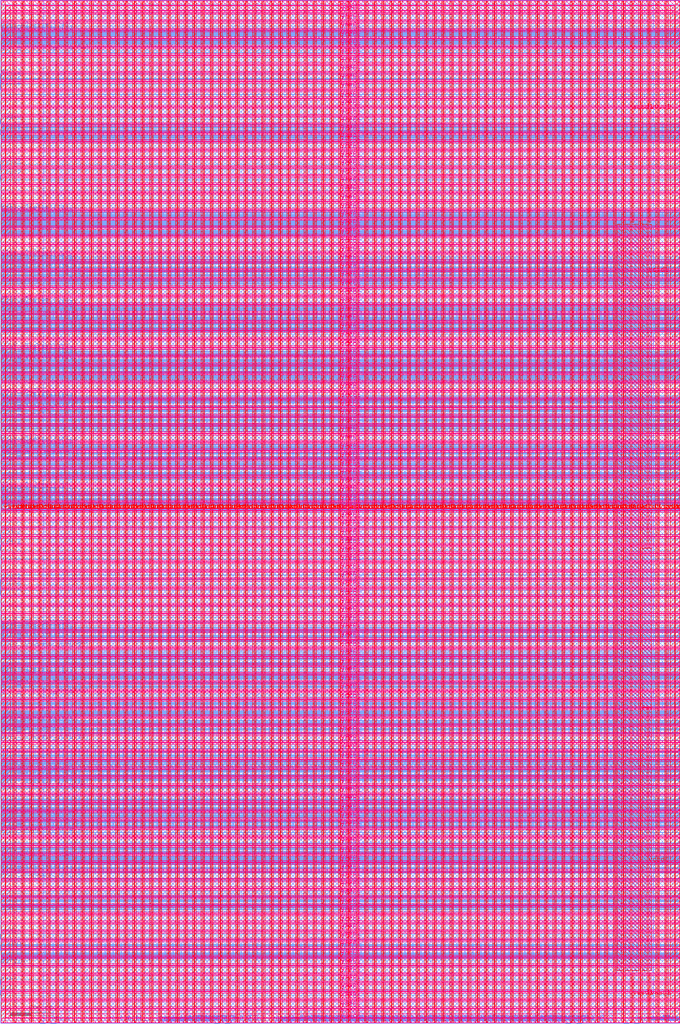
<source format=lef>
VERSION 5.7 ;
  NOWIREEXTENSIONATPIN ON ;
  DIVIDERCHAR "/" ;
  BUSBITCHARS "[]" ;
MACRO openframe_project_wrapper
  CLASS BLOCK ;
  FOREIGN openframe_project_wrapper ;
  ORIGIN 0.000 0.000 ;
  SIZE 3166.630 BY 4766.630 ;
  PIN analog_io[0]
    DIRECTION INOUT ;
    USE SIGNAL ;
    PORT
      LAYER met3 ;
        RECT 3166.330 306.190 3168.630 306.830 ;
    END
  END analog_io[0]
  PIN analog_io[10]
    DIRECTION INOUT ;
    USE SIGNAL ;
    PORT
      LAYER met3 ;
        RECT 3166.330 3222.190 3168.630 3222.830 ;
    END
  END analog_io[10]
  PIN analog_io[11]
    DIRECTION INOUT ;
    USE SIGNAL ;
    PORT
      LAYER met3 ;
        RECT 3166.330 3447.190 3168.630 3447.830 ;
    END
  END analog_io[11]
  PIN analog_io[12]
    DIRECTION INOUT ;
    USE SIGNAL ;
    PORT
      LAYER met3 ;
        RECT 3166.330 3672.190 3168.630 3672.830 ;
    END
  END analog_io[12]
  PIN analog_io[13]
    DIRECTION INOUT ;
    USE SIGNAL ;
    PORT
      LAYER met3 ;
        RECT 3166.330 4118.190 3168.630 4118.830 ;
    END
  END analog_io[13]
  PIN analog_io[14]
    DIRECTION INOUT ;
    USE SIGNAL ;
    PORT
      LAYER met3 ;
        RECT 3166.330 4564.190 3168.630 4564.830 ;
    END
  END analog_io[14]
  PIN analog_io[15]
    DIRECTION INOUT ;
    USE SIGNAL ;
    PORT
      LAYER met2 ;
        RECT 2981.800 4766.350 2982.440 4768.630 ;
    END
  END analog_io[15]
  PIN analog_io[16]
    DIRECTION INOUT ;
    USE SIGNAL ;
    PORT
      LAYER met2 ;
        RECT 2472.800 4766.350 2473.440 4768.630 ;
    END
  END analog_io[16]
  PIN analog_io[17]
    DIRECTION INOUT ;
    USE SIGNAL ;
    PORT
      LAYER met2 ;
        RECT 2215.800 4766.350 2216.440 4768.630 ;
    END
  END analog_io[17]
  PIN analog_io[18]
    DIRECTION INOUT ;
    USE SIGNAL ;
    PORT
      LAYER met2 ;
        RECT 1770.800 4766.350 1771.440 4768.630 ;
    END
  END analog_io[18]
  PIN analog_io[19]
    DIRECTION INOUT ;
    USE SIGNAL ;
    PORT
      LAYER met2 ;
        RECT 1261.800 4766.350 1262.440 4768.630 ;
    END
  END analog_io[19]
  PIN analog_io[1]
    DIRECTION INOUT ;
    USE SIGNAL ;
    PORT
      LAYER met3 ;
        RECT 3166.330 532.190 3168.630 532.830 ;
    END
  END analog_io[1]
  PIN analog_io[20]
    DIRECTION INOUT ;
    USE SIGNAL ;
    PORT
      LAYER met2 ;
        RECT 1003.800 4766.350 1004.440 4768.630 ;
    END
  END analog_io[20]
  PIN analog_io[21]
    DIRECTION INOUT ;
    USE SIGNAL ;
    PORT
      LAYER met2 ;
        RECT 746.800 4766.350 747.440 4768.630 ;
    END
  END analog_io[21]
  PIN analog_io[22]
    DIRECTION INOUT ;
    USE SIGNAL ;
    PORT
      LAYER met2 ;
        RECT 489.800 4766.350 490.440 4768.630 ;
    END
  END analog_io[22]
  PIN analog_io[23]
    DIRECTION INOUT ;
    USE SIGNAL ;
    PORT
      LAYER met2 ;
        RECT 232.800 4766.350 233.440 4768.630 ;
    END
  END analog_io[23]
  PIN analog_io[24]
    DIRECTION INOUT ;
    USE SIGNAL ;
    PORT
      LAYER met3 ;
        RECT -2.000 4622.800 0.300 4623.440 ;
    END
  END analog_io[24]
  PIN analog_io[25]
    DIRECTION INOUT ;
    USE SIGNAL ;
    PORT
      LAYER met3 ;
        RECT -2.000 3773.800 0.300 3774.440 ;
    END
  END analog_io[25]
  PIN analog_io[26]
    DIRECTION INOUT ;
    USE SIGNAL ;
    PORT
      LAYER met3 ;
        RECT -2.000 3557.800 0.300 3558.440 ;
    END
  END analog_io[26]
  PIN analog_io[27]
    DIRECTION INOUT ;
    USE SIGNAL ;
    PORT
      LAYER met3 ;
        RECT -2.000 3341.800 0.300 3342.440 ;
    END
  END analog_io[27]
  PIN analog_io[28]
    DIRECTION INOUT ;
    USE SIGNAL ;
    PORT
      LAYER met3 ;
        RECT -2.000 3125.800 0.300 3126.440 ;
    END
  END analog_io[28]
  PIN analog_io[29]
    DIRECTION INOUT ;
    USE SIGNAL ;
    PORT
      LAYER met3 ;
        RECT -2.000 2909.800 0.300 2910.440 ;
    END
  END analog_io[29]
  PIN analog_io[2]
    DIRECTION INOUT ;
    USE SIGNAL ;
    PORT
      LAYER met3 ;
        RECT 3166.330 757.190 3168.630 757.830 ;
    END
  END analog_io[2]
  PIN analog_io[30]
    DIRECTION INOUT ;
    USE SIGNAL ;
    PORT
      LAYER met3 ;
        RECT -2.000 2693.800 0.300 2694.440 ;
    END
  END analog_io[30]
  PIN analog_io[31]
    DIRECTION INOUT ;
    USE SIGNAL ;
    PORT
      LAYER met3 ;
        RECT -2.000 2477.800 0.300 2478.440 ;
    END
  END analog_io[31]
  PIN analog_io[32]
    DIRECTION INOUT ;
    USE SIGNAL ;
    PORT
      LAYER met3 ;
        RECT -2.000 1839.800 0.300 1840.440 ;
    END
  END analog_io[32]
  PIN analog_io[33]
    DIRECTION INOUT ;
    USE SIGNAL ;
    PORT
      LAYER met3 ;
        RECT -2.000 1623.800 0.300 1624.440 ;
    END
  END analog_io[33]
  PIN analog_io[34]
    DIRECTION INOUT ;
    USE SIGNAL ;
    PORT
      LAYER met3 ;
        RECT -2.000 1407.800 0.300 1408.440 ;
    END
  END analog_io[34]
  PIN analog_io[35]
    DIRECTION INOUT ;
    USE SIGNAL ;
    PORT
      LAYER met3 ;
        RECT -2.000 1191.800 0.300 1192.440 ;
    END
  END analog_io[35]
  PIN analog_io[36]
    DIRECTION INOUT ;
    USE SIGNAL ;
    PORT
      LAYER met3 ;
        RECT -2.000 975.800 0.300 976.440 ;
    END
  END analog_io[36]
  PIN analog_io[37]
    DIRECTION INOUT ;
    USE SIGNAL ;
    PORT
      LAYER met3 ;
        RECT -2.000 759.800 0.300 760.440 ;
    END
  END analog_io[37]
  PIN analog_io[38]
    DIRECTION INOUT ;
    USE SIGNAL ;
    PORT
      LAYER met2 ;
        RECT 738.190 -2.000 738.830 0.280 ;
    END
  END analog_io[38]
  PIN analog_io[39]
    DIRECTION INOUT ;
    USE SIGNAL ;
    PORT
      LAYER met2 ;
        RECT 1281.190 -2.000 1281.830 0.280 ;
    END
  END analog_io[39]
  PIN analog_io[3]
    DIRECTION INOUT ;
    USE SIGNAL ;
    PORT
      LAYER met3 ;
        RECT 3166.330 983.190 3168.630 983.830 ;
    END
  END analog_io[3]
  PIN analog_io[40]
    DIRECTION INOUT ;
    USE SIGNAL ;
    PORT
      LAYER met2 ;
        RECT 1555.190 -2.000 1555.830 0.280 ;
    END
  END analog_io[40]
  PIN analog_io[41]
    DIRECTION INOUT ;
    USE SIGNAL ;
    PORT
      LAYER met2 ;
        RECT 1829.190 -2.000 1829.830 0.280 ;
    END
  END analog_io[41]
  PIN analog_io[42]
    DIRECTION INOUT ;
    USE SIGNAL ;
    PORT
      LAYER met2 ;
        RECT 2103.190 -2.000 2103.830 0.280 ;
    END
  END analog_io[42]
  PIN analog_io[43]
    DIRECTION INOUT ;
    USE SIGNAL ;
    PORT
      LAYER met2 ;
        RECT 2377.190 -2.000 2377.830 0.280 ;
    END
  END analog_io[43]
  PIN analog_io[4]
    DIRECTION INOUT ;
    USE SIGNAL ;
    PORT
      LAYER met3 ;
        RECT 3166.330 1208.190 3168.630 1208.830 ;
    END
  END analog_io[4]
  PIN analog_io[5]
    DIRECTION INOUT ;
    USE SIGNAL ;
    PORT
      LAYER met3 ;
        RECT 3166.330 1433.190 3168.630 1433.830 ;
    END
  END analog_io[5]
  PIN analog_io[6]
    DIRECTION INOUT ;
    USE SIGNAL ;
    PORT
      LAYER met3 ;
        RECT 3166.330 1659.190 3168.630 1659.830 ;
    END
  END analog_io[6]
  PIN analog_io[7]
    DIRECTION INOUT ;
    USE SIGNAL ;
    PORT
      LAYER met3 ;
        RECT 3166.330 2545.190 3168.630 2545.830 ;
    END
  END analog_io[7]
  PIN analog_io[8]
    DIRECTION INOUT ;
    USE SIGNAL ;
    PORT
      LAYER met3 ;
        RECT 3166.330 2771.190 3168.630 2771.830 ;
    END
  END analog_io[8]
  PIN analog_io[9]
    DIRECTION INOUT ;
    USE SIGNAL ;
    PORT
      LAYER met3 ;
        RECT 3166.330 2996.190 3168.630 2996.830 ;
    END
  END analog_io[9]
  PIN analog_noesd_io[0]
    DIRECTION INOUT ;
    USE SIGNAL ;
    PORT
      LAYER met3 ;
        RECT 3166.330 315.175 3168.630 316.245 ;
    END
  END analog_noesd_io[0]
  PIN analog_noesd_io[10]
    DIRECTION INOUT ;
    USE SIGNAL ;
    PORT
      LAYER met3 ;
        RECT 3166.330 3231.175 3168.630 3232.245 ;
    END
  END analog_noesd_io[10]
  PIN analog_noesd_io[11]
    DIRECTION INOUT ;
    USE SIGNAL ;
    PORT
      LAYER met3 ;
        RECT 3166.330 3456.175 3168.630 3457.245 ;
    END
  END analog_noesd_io[11]
  PIN analog_noesd_io[12]
    DIRECTION INOUT ;
    USE SIGNAL ;
    PORT
      LAYER met3 ;
        RECT 3166.330 3681.175 3168.630 3682.245 ;
    END
  END analog_noesd_io[12]
  PIN analog_noesd_io[13]
    DIRECTION INOUT ;
    USE SIGNAL ;
    PORT
      LAYER met3 ;
        RECT 3166.330 4127.175 3168.630 4128.245 ;
    END
  END analog_noesd_io[13]
  PIN analog_noesd_io[14]
    DIRECTION INOUT ;
    USE SIGNAL ;
    PORT
      LAYER met3 ;
        RECT 3166.330 4573.175 3168.630 4574.245 ;
    END
  END analog_noesd_io[14]
  PIN analog_noesd_io[15]
    DIRECTION INOUT ;
    USE SIGNAL ;
    PORT
      LAYER met2 ;
        RECT 2972.385 4766.350 2973.455 4768.630 ;
    END
  END analog_noesd_io[15]
  PIN analog_noesd_io[16]
    DIRECTION INOUT ;
    USE SIGNAL ;
    PORT
      LAYER met2 ;
        RECT 2463.385 4766.350 2464.455 4768.630 ;
    END
  END analog_noesd_io[16]
  PIN analog_noesd_io[17]
    DIRECTION INOUT ;
    USE SIGNAL ;
    PORT
      LAYER met2 ;
        RECT 2206.385 4766.350 2207.455 4768.630 ;
    END
  END analog_noesd_io[17]
  PIN analog_noesd_io[18]
    DIRECTION INOUT ;
    USE SIGNAL ;
    PORT
      LAYER met2 ;
        RECT 1761.385 4766.350 1762.455 4768.630 ;
    END
  END analog_noesd_io[18]
  PIN analog_noesd_io[19]
    DIRECTION INOUT ;
    USE SIGNAL ;
    PORT
      LAYER met2 ;
        RECT 1252.385 4766.350 1253.455 4768.630 ;
    END
  END analog_noesd_io[19]
  PIN analog_noesd_io[1]
    DIRECTION INOUT ;
    USE SIGNAL ;
    PORT
      LAYER met3 ;
        RECT 3166.330 541.175 3168.630 542.245 ;
    END
  END analog_noesd_io[1]
  PIN analog_noesd_io[20]
    DIRECTION INOUT ;
    USE SIGNAL ;
    PORT
      LAYER met2 ;
        RECT 994.385 4766.350 995.455 4768.630 ;
    END
  END analog_noesd_io[20]
  PIN analog_noesd_io[21]
    DIRECTION INOUT ;
    USE SIGNAL ;
    PORT
      LAYER met2 ;
        RECT 737.385 4766.350 738.455 4768.630 ;
    END
  END analog_noesd_io[21]
  PIN analog_noesd_io[22]
    DIRECTION INOUT ;
    USE SIGNAL ;
    PORT
      LAYER met2 ;
        RECT 480.385 4766.350 481.455 4768.630 ;
    END
  END analog_noesd_io[22]
  PIN analog_noesd_io[23]
    DIRECTION INOUT ;
    USE SIGNAL ;
    PORT
      LAYER met2 ;
        RECT 223.385 4766.350 224.455 4768.630 ;
    END
  END analog_noesd_io[23]
  PIN analog_noesd_io[24]
    DIRECTION INOUT ;
    USE SIGNAL ;
    PORT
      LAYER met3 ;
        RECT -2.000 4613.385 0.300 4614.455 ;
    END
  END analog_noesd_io[24]
  PIN analog_noesd_io[25]
    DIRECTION INOUT ;
    USE SIGNAL ;
    PORT
      LAYER met3 ;
        RECT -2.000 3764.385 0.300 3765.455 ;
    END
  END analog_noesd_io[25]
  PIN analog_noesd_io[26]
    DIRECTION INOUT ;
    USE SIGNAL ;
    PORT
      LAYER met3 ;
        RECT -2.000 3548.385 0.300 3549.455 ;
    END
  END analog_noesd_io[26]
  PIN analog_noesd_io[27]
    DIRECTION INOUT ;
    USE SIGNAL ;
    PORT
      LAYER met3 ;
        RECT -2.000 3332.385 0.300 3333.455 ;
    END
  END analog_noesd_io[27]
  PIN analog_noesd_io[28]
    DIRECTION INOUT ;
    USE SIGNAL ;
    PORT
      LAYER met3 ;
        RECT -2.000 3116.385 0.300 3117.455 ;
    END
  END analog_noesd_io[28]
  PIN analog_noesd_io[29]
    DIRECTION INOUT ;
    USE SIGNAL ;
    PORT
      LAYER met3 ;
        RECT -2.000 2900.385 0.300 2901.455 ;
    END
  END analog_noesd_io[29]
  PIN analog_noesd_io[2]
    DIRECTION INOUT ;
    USE SIGNAL ;
    PORT
      LAYER met3 ;
        RECT 3166.330 766.175 3168.630 767.245 ;
    END
  END analog_noesd_io[2]
  PIN analog_noesd_io[30]
    DIRECTION INOUT ;
    USE SIGNAL ;
    PORT
      LAYER met3 ;
        RECT -2.000 2684.385 0.300 2685.455 ;
    END
  END analog_noesd_io[30]
  PIN analog_noesd_io[31]
    DIRECTION INOUT ;
    USE SIGNAL ;
    PORT
      LAYER met3 ;
        RECT -2.000 2468.385 0.300 2469.455 ;
    END
  END analog_noesd_io[31]
  PIN analog_noesd_io[32]
    DIRECTION INOUT ;
    USE SIGNAL ;
    PORT
      LAYER met3 ;
        RECT -2.000 1830.385 0.300 1831.455 ;
    END
  END analog_noesd_io[32]
  PIN analog_noesd_io[33]
    DIRECTION INOUT ;
    USE SIGNAL ;
    PORT
      LAYER met3 ;
        RECT -2.000 1614.385 0.300 1615.455 ;
    END
  END analog_noesd_io[33]
  PIN analog_noesd_io[34]
    DIRECTION INOUT ;
    USE SIGNAL ;
    PORT
      LAYER met3 ;
        RECT -2.000 1398.385 0.300 1399.455 ;
    END
  END analog_noesd_io[34]
  PIN analog_noesd_io[35]
    DIRECTION INOUT ;
    USE SIGNAL ;
    PORT
      LAYER met3 ;
        RECT -2.000 1182.385 0.300 1183.455 ;
    END
  END analog_noesd_io[35]
  PIN analog_noesd_io[36]
    DIRECTION INOUT ;
    USE SIGNAL ;
    PORT
      LAYER met3 ;
        RECT -2.000 966.385 0.300 967.455 ;
    END
  END analog_noesd_io[36]
  PIN analog_noesd_io[37]
    DIRECTION INOUT ;
    USE SIGNAL ;
    PORT
      LAYER met3 ;
        RECT -2.000 750.385 0.300 751.455 ;
    END
  END analog_noesd_io[37]
  PIN analog_noesd_io[38]
    DIRECTION INOUT ;
    USE SIGNAL ;
    PORT
      LAYER met2 ;
        RECT 747.175 -2.000 748.245 0.280 ;
    END
  END analog_noesd_io[38]
  PIN analog_noesd_io[39]
    DIRECTION INOUT ;
    USE SIGNAL ;
    PORT
      LAYER met2 ;
        RECT 1290.175 -2.000 1291.245 0.280 ;
    END
  END analog_noesd_io[39]
  PIN analog_noesd_io[3]
    DIRECTION INOUT ;
    USE SIGNAL ;
    PORT
      LAYER met3 ;
        RECT 3166.330 992.175 3168.630 993.245 ;
    END
  END analog_noesd_io[3]
  PIN analog_noesd_io[40]
    DIRECTION INOUT ;
    USE SIGNAL ;
    PORT
      LAYER met2 ;
        RECT 1564.175 -2.000 1565.245 0.280 ;
    END
  END analog_noesd_io[40]
  PIN analog_noesd_io[41]
    DIRECTION INOUT ;
    USE SIGNAL ;
    PORT
      LAYER met2 ;
        RECT 1838.175 -2.000 1839.245 0.280 ;
    END
  END analog_noesd_io[41]
  PIN analog_noesd_io[42]
    DIRECTION INOUT ;
    USE SIGNAL ;
    PORT
      LAYER met2 ;
        RECT 2112.175 -2.000 2113.245 0.280 ;
    END
  END analog_noesd_io[42]
  PIN analog_noesd_io[43]
    DIRECTION INOUT ;
    USE SIGNAL ;
    PORT
      LAYER met2 ;
        RECT 2386.175 -2.000 2387.245 0.280 ;
    END
  END analog_noesd_io[43]
  PIN analog_noesd_io[4]
    DIRECTION INOUT ;
    USE SIGNAL ;
    PORT
      LAYER met3 ;
        RECT 3166.330 1217.175 3168.630 1218.245 ;
    END
  END analog_noesd_io[4]
  PIN analog_noesd_io[5]
    DIRECTION INOUT ;
    USE SIGNAL ;
    PORT
      LAYER met3 ;
        RECT 3166.330 1442.175 3168.630 1443.245 ;
    END
  END analog_noesd_io[5]
  PIN analog_noesd_io[6]
    DIRECTION INOUT ;
    USE SIGNAL ;
    PORT
      LAYER met3 ;
        RECT 3166.330 1668.175 3168.630 1669.245 ;
    END
  END analog_noesd_io[6]
  PIN analog_noesd_io[7]
    DIRECTION INOUT ;
    USE SIGNAL ;
    PORT
      LAYER met3 ;
        RECT 3166.330 2554.175 3168.630 2555.245 ;
    END
  END analog_noesd_io[7]
  PIN analog_noesd_io[8]
    DIRECTION INOUT ;
    USE SIGNAL ;
    PORT
      LAYER met3 ;
        RECT 3166.330 2780.175 3168.630 2781.245 ;
    END
  END analog_noesd_io[8]
  PIN analog_noesd_io[9]
    DIRECTION INOUT ;
    USE SIGNAL ;
    PORT
      LAYER met3 ;
        RECT 3166.330 3005.175 3168.630 3006.245 ;
    END
  END analog_noesd_io[9]
  PIN gpio_analog_en[0]
    DIRECTION OUTPUT TRISTATE ;
    USE SIGNAL ;
    PORT
      LAYER met3 ;
        RECT 3166.330 318.300 3168.630 318.650 ;
    END
  END gpio_analog_en[0]
  PIN gpio_analog_en[10]
    DIRECTION OUTPUT TRISTATE ;
    USE SIGNAL ;
    PORT
      LAYER met3 ;
        RECT 3166.330 3234.300 3168.630 3234.650 ;
    END
  END gpio_analog_en[10]
  PIN gpio_analog_en[11]
    DIRECTION OUTPUT TRISTATE ;
    USE SIGNAL ;
    PORT
      LAYER met3 ;
        RECT 3166.330 3459.300 3168.630 3459.650 ;
    END
  END gpio_analog_en[11]
  PIN gpio_analog_en[12]
    DIRECTION OUTPUT TRISTATE ;
    USE SIGNAL ;
    PORT
      LAYER met3 ;
        RECT 3166.330 3684.300 3168.630 3684.650 ;
    END
  END gpio_analog_en[12]
  PIN gpio_analog_en[13]
    DIRECTION OUTPUT TRISTATE ;
    USE SIGNAL ;
    PORT
      LAYER met3 ;
        RECT 3166.330 4130.300 3168.630 4130.650 ;
    END
  END gpio_analog_en[13]
  PIN gpio_analog_en[14]
    DIRECTION OUTPUT TRISTATE ;
    USE SIGNAL ;
    PORT
      LAYER met3 ;
        RECT 3166.330 4576.300 3168.630 4576.650 ;
    END
  END gpio_analog_en[14]
  PIN gpio_analog_en[15]
    DIRECTION OUTPUT TRISTATE ;
    USE SIGNAL ;
    PORT
      LAYER met2 ;
        RECT 2970.020 4766.350 2970.300 4768.630 ;
    END
  END gpio_analog_en[15]
  PIN gpio_analog_en[16]
    DIRECTION OUTPUT TRISTATE ;
    USE SIGNAL ;
    PORT
      LAYER met2 ;
        RECT 2461.020 4766.350 2461.300 4768.630 ;
    END
  END gpio_analog_en[16]
  PIN gpio_analog_en[17]
    DIRECTION OUTPUT TRISTATE ;
    USE SIGNAL ;
    PORT
      LAYER met2 ;
        RECT 2204.020 4766.350 2204.300 4768.630 ;
    END
  END gpio_analog_en[17]
  PIN gpio_analog_en[18]
    DIRECTION OUTPUT TRISTATE ;
    USE SIGNAL ;
    PORT
      LAYER met2 ;
        RECT 1759.020 4766.350 1759.300 4768.630 ;
    END
  END gpio_analog_en[18]
  PIN gpio_analog_en[19]
    DIRECTION OUTPUT TRISTATE ;
    USE SIGNAL ;
    PORT
      LAYER met2 ;
        RECT 1250.020 4766.350 1250.300 4768.630 ;
    END
  END gpio_analog_en[19]
  PIN gpio_analog_en[1]
    DIRECTION OUTPUT TRISTATE ;
    USE SIGNAL ;
    PORT
      LAYER met3 ;
        RECT 3166.330 544.300 3168.630 544.650 ;
    END
  END gpio_analog_en[1]
  PIN gpio_analog_en[20]
    DIRECTION OUTPUT TRISTATE ;
    USE SIGNAL ;
    PORT
      LAYER met2 ;
        RECT 992.020 4766.350 992.300 4768.630 ;
    END
  END gpio_analog_en[20]
  PIN gpio_analog_en[21]
    DIRECTION OUTPUT TRISTATE ;
    USE SIGNAL ;
    PORT
      LAYER met2 ;
        RECT 735.020 4766.350 735.300 4768.630 ;
    END
  END gpio_analog_en[21]
  PIN gpio_analog_en[22]
    DIRECTION OUTPUT TRISTATE ;
    USE SIGNAL ;
    PORT
      LAYER met2 ;
        RECT 478.020 4766.350 478.300 4768.630 ;
    END
  END gpio_analog_en[22]
  PIN gpio_analog_en[23]
    DIRECTION OUTPUT TRISTATE ;
    USE SIGNAL ;
    PORT
      LAYER met2 ;
        RECT 221.020 4766.350 221.300 4768.630 ;
    END
  END gpio_analog_en[23]
  PIN gpio_analog_en[24]
    DIRECTION OUTPUT TRISTATE ;
    USE SIGNAL ;
    PORT
      LAYER met3 ;
        RECT -2.000 4610.980 0.300 4611.330 ;
    END
  END gpio_analog_en[24]
  PIN gpio_analog_en[25]
    DIRECTION OUTPUT TRISTATE ;
    USE SIGNAL ;
    PORT
      LAYER met3 ;
        RECT -2.000 3761.980 0.300 3762.330 ;
    END
  END gpio_analog_en[25]
  PIN gpio_analog_en[26]
    DIRECTION OUTPUT TRISTATE ;
    USE SIGNAL ;
    PORT
      LAYER met3 ;
        RECT -2.000 3545.980 0.300 3546.330 ;
    END
  END gpio_analog_en[26]
  PIN gpio_analog_en[27]
    DIRECTION OUTPUT TRISTATE ;
    USE SIGNAL ;
    PORT
      LAYER met3 ;
        RECT -2.000 3329.980 0.300 3330.330 ;
    END
  END gpio_analog_en[27]
  PIN gpio_analog_en[28]
    DIRECTION OUTPUT TRISTATE ;
    USE SIGNAL ;
    PORT
      LAYER met3 ;
        RECT -2.000 3113.980 0.300 3114.330 ;
    END
  END gpio_analog_en[28]
  PIN gpio_analog_en[29]
    DIRECTION OUTPUT TRISTATE ;
    USE SIGNAL ;
    PORT
      LAYER met3 ;
        RECT -2.000 2897.980 0.300 2898.330 ;
    END
  END gpio_analog_en[29]
  PIN gpio_analog_en[2]
    DIRECTION OUTPUT TRISTATE ;
    USE SIGNAL ;
    PORT
      LAYER met3 ;
        RECT 3166.330 769.300 3168.630 769.650 ;
    END
  END gpio_analog_en[2]
  PIN gpio_analog_en[30]
    DIRECTION OUTPUT TRISTATE ;
    USE SIGNAL ;
    PORT
      LAYER met3 ;
        RECT -2.000 2681.980 0.300 2682.330 ;
    END
  END gpio_analog_en[30]
  PIN gpio_analog_en[31]
    DIRECTION OUTPUT TRISTATE ;
    USE SIGNAL ;
    PORT
      LAYER met3 ;
        RECT -2.000 2465.980 0.300 2466.330 ;
    END
  END gpio_analog_en[31]
  PIN gpio_analog_en[32]
    DIRECTION OUTPUT TRISTATE ;
    USE SIGNAL ;
    PORT
      LAYER met3 ;
        RECT -2.000 1827.980 0.300 1828.330 ;
    END
  END gpio_analog_en[32]
  PIN gpio_analog_en[33]
    DIRECTION OUTPUT TRISTATE ;
    USE SIGNAL ;
    PORT
      LAYER met3 ;
        RECT -2.000 1611.980 0.300 1612.330 ;
    END
  END gpio_analog_en[33]
  PIN gpio_analog_en[34]
    DIRECTION OUTPUT TRISTATE ;
    USE SIGNAL ;
    PORT
      LAYER met3 ;
        RECT -2.000 1395.980 0.300 1396.330 ;
    END
  END gpio_analog_en[34]
  PIN gpio_analog_en[35]
    DIRECTION OUTPUT TRISTATE ;
    USE SIGNAL ;
    PORT
      LAYER met3 ;
        RECT -2.000 1179.980 0.300 1180.330 ;
    END
  END gpio_analog_en[35]
  PIN gpio_analog_en[36]
    DIRECTION OUTPUT TRISTATE ;
    USE SIGNAL ;
    PORT
      LAYER met3 ;
        RECT -2.000 963.980 0.300 964.330 ;
    END
  END gpio_analog_en[36]
  PIN gpio_analog_en[37]
    DIRECTION OUTPUT TRISTATE ;
    USE SIGNAL ;
    PORT
      LAYER met3 ;
        RECT -2.000 747.980 0.300 748.330 ;
    END
  END gpio_analog_en[37]
  PIN gpio_analog_en[38]
    DIRECTION OUTPUT TRISTATE ;
    USE SIGNAL ;
    PORT
      LAYER met2 ;
        RECT 750.330 -2.000 750.610 0.280 ;
    END
  END gpio_analog_en[38]
  PIN gpio_analog_en[39]
    DIRECTION OUTPUT TRISTATE ;
    USE SIGNAL ;
    PORT
      LAYER met2 ;
        RECT 1293.330 -2.000 1293.610 0.280 ;
    END
  END gpio_analog_en[39]
  PIN gpio_analog_en[3]
    DIRECTION OUTPUT TRISTATE ;
    USE SIGNAL ;
    PORT
      LAYER met3 ;
        RECT 3166.330 995.300 3168.630 995.650 ;
    END
  END gpio_analog_en[3]
  PIN gpio_analog_en[40]
    DIRECTION OUTPUT TRISTATE ;
    USE SIGNAL ;
    PORT
      LAYER met2 ;
        RECT 1567.330 -2.000 1567.610 0.280 ;
    END
  END gpio_analog_en[40]
  PIN gpio_analog_en[41]
    DIRECTION OUTPUT TRISTATE ;
    USE SIGNAL ;
    PORT
      LAYER met2 ;
        RECT 1841.330 -2.000 1841.610 0.280 ;
    END
  END gpio_analog_en[41]
  PIN gpio_analog_en[42]
    DIRECTION OUTPUT TRISTATE ;
    USE SIGNAL ;
    PORT
      LAYER met2 ;
        RECT 2115.330 -2.000 2115.610 0.280 ;
    END
  END gpio_analog_en[42]
  PIN gpio_analog_en[43]
    DIRECTION OUTPUT TRISTATE ;
    USE SIGNAL ;
    PORT
      LAYER met2 ;
        RECT 2389.330 -2.000 2389.610 0.280 ;
    END
  END gpio_analog_en[43]
  PIN gpio_analog_en[4]
    DIRECTION OUTPUT TRISTATE ;
    USE SIGNAL ;
    PORT
      LAYER met3 ;
        RECT 3166.330 1220.300 3168.630 1220.650 ;
    END
  END gpio_analog_en[4]
  PIN gpio_analog_en[5]
    DIRECTION OUTPUT TRISTATE ;
    USE SIGNAL ;
    PORT
      LAYER met3 ;
        RECT 3166.330 1445.300 3168.630 1445.650 ;
    END
  END gpio_analog_en[5]
  PIN gpio_analog_en[6]
    DIRECTION OUTPUT TRISTATE ;
    USE SIGNAL ;
    PORT
      LAYER met3 ;
        RECT 3166.330 1671.300 3168.630 1671.650 ;
    END
  END gpio_analog_en[6]
  PIN gpio_analog_en[7]
    DIRECTION OUTPUT TRISTATE ;
    USE SIGNAL ;
    PORT
      LAYER met3 ;
        RECT 3166.330 2557.300 3168.630 2557.650 ;
    END
  END gpio_analog_en[7]
  PIN gpio_analog_en[8]
    DIRECTION OUTPUT TRISTATE ;
    USE SIGNAL ;
    PORT
      LAYER met3 ;
        RECT 3166.330 2783.300 3168.630 2783.650 ;
    END
  END gpio_analog_en[8]
  PIN gpio_analog_en[9]
    DIRECTION OUTPUT TRISTATE ;
    USE SIGNAL ;
    PORT
      LAYER met3 ;
        RECT 3166.330 3008.300 3168.630 3008.650 ;
    END
  END gpio_analog_en[9]
  PIN gpio_analog_pol[0]
    DIRECTION OUTPUT TRISTATE ;
    USE SIGNAL ;
    PORT
      LAYER met3 ;
        RECT 3166.330 324.740 3168.630 325.090 ;
    END
  END gpio_analog_pol[0]
  PIN gpio_analog_pol[10]
    DIRECTION OUTPUT TRISTATE ;
    USE SIGNAL ;
    PORT
      LAYER met3 ;
        RECT 3166.330 3240.740 3168.630 3241.090 ;
    END
  END gpio_analog_pol[10]
  PIN gpio_analog_pol[11]
    DIRECTION OUTPUT TRISTATE ;
    USE SIGNAL ;
    PORT
      LAYER met3 ;
        RECT 3166.330 3465.740 3168.630 3466.090 ;
    END
  END gpio_analog_pol[11]
  PIN gpio_analog_pol[12]
    DIRECTION OUTPUT TRISTATE ;
    USE SIGNAL ;
    PORT
      LAYER met3 ;
        RECT 3166.330 3690.740 3168.630 3691.090 ;
    END
  END gpio_analog_pol[12]
  PIN gpio_analog_pol[13]
    DIRECTION OUTPUT TRISTATE ;
    USE SIGNAL ;
    PORT
      LAYER met3 ;
        RECT 3166.330 4136.740 3168.630 4137.090 ;
    END
  END gpio_analog_pol[13]
  PIN gpio_analog_pol[14]
    DIRECTION OUTPUT TRISTATE ;
    USE SIGNAL ;
    PORT
      LAYER met3 ;
        RECT 3166.330 4582.740 3168.630 4583.090 ;
    END
  END gpio_analog_pol[14]
  PIN gpio_analog_pol[15]
    DIRECTION OUTPUT TRISTATE ;
    USE SIGNAL ;
    PORT
      LAYER met2 ;
        RECT 2963.580 4766.350 2963.860 4768.630 ;
    END
  END gpio_analog_pol[15]
  PIN gpio_analog_pol[16]
    DIRECTION OUTPUT TRISTATE ;
    USE SIGNAL ;
    PORT
      LAYER met2 ;
        RECT 2454.580 4766.350 2454.860 4768.630 ;
    END
  END gpio_analog_pol[16]
  PIN gpio_analog_pol[17]
    DIRECTION OUTPUT TRISTATE ;
    USE SIGNAL ;
    PORT
      LAYER met2 ;
        RECT 2197.580 4766.350 2197.860 4768.630 ;
    END
  END gpio_analog_pol[17]
  PIN gpio_analog_pol[18]
    DIRECTION OUTPUT TRISTATE ;
    USE SIGNAL ;
    PORT
      LAYER met2 ;
        RECT 1752.580 4766.350 1752.860 4768.630 ;
    END
  END gpio_analog_pol[18]
  PIN gpio_analog_pol[19]
    DIRECTION OUTPUT TRISTATE ;
    USE SIGNAL ;
    PORT
      LAYER met2 ;
        RECT 1243.580 4766.350 1243.860 4768.630 ;
    END
  END gpio_analog_pol[19]
  PIN gpio_analog_pol[1]
    DIRECTION OUTPUT TRISTATE ;
    USE SIGNAL ;
    PORT
      LAYER met3 ;
        RECT 3166.330 550.740 3168.630 551.090 ;
    END
  END gpio_analog_pol[1]
  PIN gpio_analog_pol[20]
    DIRECTION OUTPUT TRISTATE ;
    USE SIGNAL ;
    PORT
      LAYER met2 ;
        RECT 985.580 4766.350 985.860 4768.630 ;
    END
  END gpio_analog_pol[20]
  PIN gpio_analog_pol[21]
    DIRECTION OUTPUT TRISTATE ;
    USE SIGNAL ;
    PORT
      LAYER met2 ;
        RECT 728.580 4766.350 728.860 4768.630 ;
    END
  END gpio_analog_pol[21]
  PIN gpio_analog_pol[22]
    DIRECTION OUTPUT TRISTATE ;
    USE SIGNAL ;
    PORT
      LAYER met2 ;
        RECT 471.580 4766.350 471.860 4768.630 ;
    END
  END gpio_analog_pol[22]
  PIN gpio_analog_pol[23]
    DIRECTION OUTPUT TRISTATE ;
    USE SIGNAL ;
    PORT
      LAYER met2 ;
        RECT 214.580 4766.350 214.860 4768.630 ;
    END
  END gpio_analog_pol[23]
  PIN gpio_analog_pol[24]
    DIRECTION OUTPUT TRISTATE ;
    USE SIGNAL ;
    PORT
      LAYER met3 ;
        RECT -2.000 4604.540 0.300 4604.890 ;
    END
  END gpio_analog_pol[24]
  PIN gpio_analog_pol[25]
    DIRECTION OUTPUT TRISTATE ;
    USE SIGNAL ;
    PORT
      LAYER met3 ;
        RECT -2.000 3755.540 0.300 3755.890 ;
    END
  END gpio_analog_pol[25]
  PIN gpio_analog_pol[26]
    DIRECTION OUTPUT TRISTATE ;
    USE SIGNAL ;
    PORT
      LAYER met3 ;
        RECT -2.000 3539.540 0.300 3539.890 ;
    END
  END gpio_analog_pol[26]
  PIN gpio_analog_pol[27]
    DIRECTION OUTPUT TRISTATE ;
    USE SIGNAL ;
    PORT
      LAYER met3 ;
        RECT -2.000 3323.540 0.300 3323.890 ;
    END
  END gpio_analog_pol[27]
  PIN gpio_analog_pol[28]
    DIRECTION OUTPUT TRISTATE ;
    USE SIGNAL ;
    PORT
      LAYER met3 ;
        RECT -2.000 3107.540 0.300 3107.890 ;
    END
  END gpio_analog_pol[28]
  PIN gpio_analog_pol[29]
    DIRECTION OUTPUT TRISTATE ;
    USE SIGNAL ;
    PORT
      LAYER met3 ;
        RECT -2.000 2891.540 0.300 2891.890 ;
    END
  END gpio_analog_pol[29]
  PIN gpio_analog_pol[2]
    DIRECTION OUTPUT TRISTATE ;
    USE SIGNAL ;
    PORT
      LAYER met3 ;
        RECT 3166.330 775.740 3168.630 776.090 ;
    END
  END gpio_analog_pol[2]
  PIN gpio_analog_pol[30]
    DIRECTION OUTPUT TRISTATE ;
    USE SIGNAL ;
    PORT
      LAYER met3 ;
        RECT -2.000 2675.540 0.300 2675.890 ;
    END
  END gpio_analog_pol[30]
  PIN gpio_analog_pol[31]
    DIRECTION OUTPUT TRISTATE ;
    USE SIGNAL ;
    PORT
      LAYER met3 ;
        RECT -2.000 2459.540 0.300 2459.890 ;
    END
  END gpio_analog_pol[31]
  PIN gpio_analog_pol[32]
    DIRECTION OUTPUT TRISTATE ;
    USE SIGNAL ;
    PORT
      LAYER met3 ;
        RECT -2.000 1821.540 0.300 1821.890 ;
    END
  END gpio_analog_pol[32]
  PIN gpio_analog_pol[33]
    DIRECTION OUTPUT TRISTATE ;
    USE SIGNAL ;
    PORT
      LAYER met3 ;
        RECT -2.000 1605.540 0.300 1605.890 ;
    END
  END gpio_analog_pol[33]
  PIN gpio_analog_pol[34]
    DIRECTION OUTPUT TRISTATE ;
    USE SIGNAL ;
    PORT
      LAYER met3 ;
        RECT -2.000 1389.540 0.300 1389.890 ;
    END
  END gpio_analog_pol[34]
  PIN gpio_analog_pol[35]
    DIRECTION OUTPUT TRISTATE ;
    USE SIGNAL ;
    PORT
      LAYER met3 ;
        RECT -2.000 1173.540 0.300 1173.890 ;
    END
  END gpio_analog_pol[35]
  PIN gpio_analog_pol[36]
    DIRECTION OUTPUT TRISTATE ;
    USE SIGNAL ;
    PORT
      LAYER met3 ;
        RECT -2.000 957.540 0.300 957.890 ;
    END
  END gpio_analog_pol[36]
  PIN gpio_analog_pol[37]
    DIRECTION OUTPUT TRISTATE ;
    USE SIGNAL ;
    PORT
      LAYER met3 ;
        RECT -2.000 741.540 0.300 741.890 ;
    END
  END gpio_analog_pol[37]
  PIN gpio_analog_pol[38]
    DIRECTION OUTPUT TRISTATE ;
    USE SIGNAL ;
    PORT
      LAYER met2 ;
        RECT 756.770 -2.000 757.050 0.280 ;
    END
  END gpio_analog_pol[38]
  PIN gpio_analog_pol[39]
    DIRECTION OUTPUT TRISTATE ;
    USE SIGNAL ;
    PORT
      LAYER met2 ;
        RECT 1299.770 -2.000 1300.050 0.280 ;
    END
  END gpio_analog_pol[39]
  PIN gpio_analog_pol[3]
    DIRECTION OUTPUT TRISTATE ;
    USE SIGNAL ;
    PORT
      LAYER met3 ;
        RECT 3166.330 1001.740 3168.630 1002.090 ;
    END
  END gpio_analog_pol[3]
  PIN gpio_analog_pol[40]
    DIRECTION OUTPUT TRISTATE ;
    USE SIGNAL ;
    PORT
      LAYER met2 ;
        RECT 1573.770 -2.000 1574.050 0.280 ;
    END
  END gpio_analog_pol[40]
  PIN gpio_analog_pol[41]
    DIRECTION OUTPUT TRISTATE ;
    USE SIGNAL ;
    PORT
      LAYER met2 ;
        RECT 1847.770 -2.000 1848.050 0.280 ;
    END
  END gpio_analog_pol[41]
  PIN gpio_analog_pol[42]
    DIRECTION OUTPUT TRISTATE ;
    USE SIGNAL ;
    PORT
      LAYER met2 ;
        RECT 2121.770 -2.000 2122.050 0.280 ;
    END
  END gpio_analog_pol[42]
  PIN gpio_analog_pol[43]
    DIRECTION OUTPUT TRISTATE ;
    USE SIGNAL ;
    PORT
      LAYER met2 ;
        RECT 2395.770 -2.000 2396.050 0.280 ;
    END
  END gpio_analog_pol[43]
  PIN gpio_analog_pol[4]
    DIRECTION OUTPUT TRISTATE ;
    USE SIGNAL ;
    PORT
      LAYER met3 ;
        RECT 3166.330 1226.740 3168.630 1227.090 ;
    END
  END gpio_analog_pol[4]
  PIN gpio_analog_pol[5]
    DIRECTION OUTPUT TRISTATE ;
    USE SIGNAL ;
    PORT
      LAYER met3 ;
        RECT 3166.330 1451.740 3168.630 1452.090 ;
    END
  END gpio_analog_pol[5]
  PIN gpio_analog_pol[6]
    DIRECTION OUTPUT TRISTATE ;
    USE SIGNAL ;
    PORT
      LAYER met3 ;
        RECT 3166.330 1677.740 3168.630 1678.090 ;
    END
  END gpio_analog_pol[6]
  PIN gpio_analog_pol[7]
    DIRECTION OUTPUT TRISTATE ;
    USE SIGNAL ;
    PORT
      LAYER met3 ;
        RECT 3166.330 2563.740 3168.630 2564.090 ;
    END
  END gpio_analog_pol[7]
  PIN gpio_analog_pol[8]
    DIRECTION OUTPUT TRISTATE ;
    USE SIGNAL ;
    PORT
      LAYER met3 ;
        RECT 3166.330 2789.740 3168.630 2790.090 ;
    END
  END gpio_analog_pol[8]
  PIN gpio_analog_pol[9]
    DIRECTION OUTPUT TRISTATE ;
    USE SIGNAL ;
    PORT
      LAYER met3 ;
        RECT 3166.330 3014.740 3168.630 3015.090 ;
    END
  END gpio_analog_pol[9]
  PIN gpio_analog_sel[0]
    DIRECTION OUTPUT TRISTATE ;
    USE SIGNAL ;
    PORT
      LAYER met3 ;
        RECT 3166.330 339.920 3168.630 340.270 ;
    END
  END gpio_analog_sel[0]
  PIN gpio_analog_sel[10]
    DIRECTION OUTPUT TRISTATE ;
    USE SIGNAL ;
    PORT
      LAYER met3 ;
        RECT 3166.330 3255.920 3168.630 3256.270 ;
    END
  END gpio_analog_sel[10]
  PIN gpio_analog_sel[11]
    DIRECTION OUTPUT TRISTATE ;
    USE SIGNAL ;
    PORT
      LAYER met3 ;
        RECT 3166.330 3480.920 3168.630 3481.270 ;
    END
  END gpio_analog_sel[11]
  PIN gpio_analog_sel[12]
    DIRECTION OUTPUT TRISTATE ;
    USE SIGNAL ;
    PORT
      LAYER met3 ;
        RECT 3166.330 3705.920 3168.630 3706.270 ;
    END
  END gpio_analog_sel[12]
  PIN gpio_analog_sel[13]
    DIRECTION OUTPUT TRISTATE ;
    USE SIGNAL ;
    PORT
      LAYER met3 ;
        RECT 3166.330 4151.920 3168.630 4152.270 ;
    END
  END gpio_analog_sel[13]
  PIN gpio_analog_sel[14]
    DIRECTION OUTPUT TRISTATE ;
    USE SIGNAL ;
    PORT
      LAYER met3 ;
        RECT 3166.330 4597.920 3168.630 4598.270 ;
    END
  END gpio_analog_sel[14]
  PIN gpio_analog_sel[15]
    DIRECTION OUTPUT TRISTATE ;
    USE SIGNAL ;
    PORT
      LAYER met2 ;
        RECT 2948.400 4766.350 2948.680 4768.630 ;
    END
  END gpio_analog_sel[15]
  PIN gpio_analog_sel[16]
    DIRECTION OUTPUT TRISTATE ;
    USE SIGNAL ;
    PORT
      LAYER met2 ;
        RECT 2439.400 4766.350 2439.680 4768.630 ;
    END
  END gpio_analog_sel[16]
  PIN gpio_analog_sel[17]
    DIRECTION OUTPUT TRISTATE ;
    USE SIGNAL ;
    PORT
      LAYER met2 ;
        RECT 2182.400 4766.350 2182.680 4768.630 ;
    END
  END gpio_analog_sel[17]
  PIN gpio_analog_sel[18]
    DIRECTION OUTPUT TRISTATE ;
    USE SIGNAL ;
    PORT
      LAYER met2 ;
        RECT 1737.400 4766.350 1737.680 4768.630 ;
    END
  END gpio_analog_sel[18]
  PIN gpio_analog_sel[19]
    DIRECTION OUTPUT TRISTATE ;
    USE SIGNAL ;
    PORT
      LAYER met2 ;
        RECT 1228.400 4766.350 1228.680 4768.630 ;
    END
  END gpio_analog_sel[19]
  PIN gpio_analog_sel[1]
    DIRECTION OUTPUT TRISTATE ;
    USE SIGNAL ;
    PORT
      LAYER met3 ;
        RECT 3166.330 565.920 3168.630 566.270 ;
    END
  END gpio_analog_sel[1]
  PIN gpio_analog_sel[20]
    DIRECTION OUTPUT TRISTATE ;
    USE SIGNAL ;
    PORT
      LAYER met2 ;
        RECT 970.400 4766.350 970.680 4768.630 ;
    END
  END gpio_analog_sel[20]
  PIN gpio_analog_sel[21]
    DIRECTION OUTPUT TRISTATE ;
    USE SIGNAL ;
    PORT
      LAYER met2 ;
        RECT 713.400 4766.350 713.680 4768.630 ;
    END
  END gpio_analog_sel[21]
  PIN gpio_analog_sel[22]
    DIRECTION OUTPUT TRISTATE ;
    USE SIGNAL ;
    PORT
      LAYER met2 ;
        RECT 456.400 4766.350 456.680 4768.630 ;
    END
  END gpio_analog_sel[22]
  PIN gpio_analog_sel[23]
    DIRECTION OUTPUT TRISTATE ;
    USE SIGNAL ;
    PORT
      LAYER met2 ;
        RECT 199.400 4766.350 199.680 4768.630 ;
    END
  END gpio_analog_sel[23]
  PIN gpio_analog_sel[24]
    DIRECTION OUTPUT TRISTATE ;
    USE SIGNAL ;
    PORT
      LAYER met3 ;
        RECT -2.000 4589.360 0.300 4589.710 ;
    END
  END gpio_analog_sel[24]
  PIN gpio_analog_sel[25]
    DIRECTION OUTPUT TRISTATE ;
    USE SIGNAL ;
    PORT
      LAYER met3 ;
        RECT -2.000 3740.360 0.300 3740.710 ;
    END
  END gpio_analog_sel[25]
  PIN gpio_analog_sel[26]
    DIRECTION OUTPUT TRISTATE ;
    USE SIGNAL ;
    PORT
      LAYER met3 ;
        RECT -2.000 3524.360 0.300 3524.710 ;
    END
  END gpio_analog_sel[26]
  PIN gpio_analog_sel[27]
    DIRECTION OUTPUT TRISTATE ;
    USE SIGNAL ;
    PORT
      LAYER met3 ;
        RECT -2.000 3308.360 0.300 3308.710 ;
    END
  END gpio_analog_sel[27]
  PIN gpio_analog_sel[28]
    DIRECTION OUTPUT TRISTATE ;
    USE SIGNAL ;
    PORT
      LAYER met3 ;
        RECT -2.000 3092.360 0.300 3092.710 ;
    END
  END gpio_analog_sel[28]
  PIN gpio_analog_sel[29]
    DIRECTION OUTPUT TRISTATE ;
    USE SIGNAL ;
    PORT
      LAYER met3 ;
        RECT -2.000 2876.360 0.300 2876.710 ;
    END
  END gpio_analog_sel[29]
  PIN gpio_analog_sel[2]
    DIRECTION OUTPUT TRISTATE ;
    USE SIGNAL ;
    PORT
      LAYER met3 ;
        RECT 3166.330 790.920 3168.630 791.270 ;
    END
  END gpio_analog_sel[2]
  PIN gpio_analog_sel[30]
    DIRECTION OUTPUT TRISTATE ;
    USE SIGNAL ;
    PORT
      LAYER met3 ;
        RECT -2.000 2660.360 0.300 2660.710 ;
    END
  END gpio_analog_sel[30]
  PIN gpio_analog_sel[31]
    DIRECTION OUTPUT TRISTATE ;
    USE SIGNAL ;
    PORT
      LAYER met3 ;
        RECT -2.000 2444.360 0.300 2444.710 ;
    END
  END gpio_analog_sel[31]
  PIN gpio_analog_sel[32]
    DIRECTION OUTPUT TRISTATE ;
    USE SIGNAL ;
    PORT
      LAYER met3 ;
        RECT -2.000 1806.360 0.300 1806.710 ;
    END
  END gpio_analog_sel[32]
  PIN gpio_analog_sel[33]
    DIRECTION OUTPUT TRISTATE ;
    USE SIGNAL ;
    PORT
      LAYER met3 ;
        RECT -2.000 1590.360 0.300 1590.710 ;
    END
  END gpio_analog_sel[33]
  PIN gpio_analog_sel[34]
    DIRECTION OUTPUT TRISTATE ;
    USE SIGNAL ;
    PORT
      LAYER met3 ;
        RECT -2.000 1374.360 0.300 1374.710 ;
    END
  END gpio_analog_sel[34]
  PIN gpio_analog_sel[35]
    DIRECTION OUTPUT TRISTATE ;
    USE SIGNAL ;
    PORT
      LAYER met3 ;
        RECT -2.000 1158.360 0.300 1158.710 ;
    END
  END gpio_analog_sel[35]
  PIN gpio_analog_sel[36]
    DIRECTION OUTPUT TRISTATE ;
    USE SIGNAL ;
    PORT
      LAYER met3 ;
        RECT -2.000 942.360 0.300 942.710 ;
    END
  END gpio_analog_sel[36]
  PIN gpio_analog_sel[37]
    DIRECTION OUTPUT TRISTATE ;
    USE SIGNAL ;
    PORT
      LAYER met3 ;
        RECT -2.000 726.360 0.300 726.710 ;
    END
  END gpio_analog_sel[37]
  PIN gpio_analog_sel[38]
    DIRECTION OUTPUT TRISTATE ;
    USE SIGNAL ;
    PORT
      LAYER met2 ;
        RECT 771.950 -2.000 772.230 0.280 ;
    END
  END gpio_analog_sel[38]
  PIN gpio_analog_sel[39]
    DIRECTION OUTPUT TRISTATE ;
    USE SIGNAL ;
    PORT
      LAYER met2 ;
        RECT 1314.950 -2.000 1315.230 0.280 ;
    END
  END gpio_analog_sel[39]
  PIN gpio_analog_sel[3]
    DIRECTION OUTPUT TRISTATE ;
    USE SIGNAL ;
    PORT
      LAYER met3 ;
        RECT 3166.330 1016.920 3168.630 1017.270 ;
    END
  END gpio_analog_sel[3]
  PIN gpio_analog_sel[40]
    DIRECTION OUTPUT TRISTATE ;
    USE SIGNAL ;
    PORT
      LAYER met2 ;
        RECT 1588.950 -2.000 1589.230 0.280 ;
    END
  END gpio_analog_sel[40]
  PIN gpio_analog_sel[41]
    DIRECTION OUTPUT TRISTATE ;
    USE SIGNAL ;
    PORT
      LAYER met2 ;
        RECT 1862.950 -2.000 1863.230 0.280 ;
    END
  END gpio_analog_sel[41]
  PIN gpio_analog_sel[42]
    DIRECTION OUTPUT TRISTATE ;
    USE SIGNAL ;
    PORT
      LAYER met2 ;
        RECT 2136.950 -2.000 2137.230 0.280 ;
    END
  END gpio_analog_sel[42]
  PIN gpio_analog_sel[43]
    DIRECTION OUTPUT TRISTATE ;
    USE SIGNAL ;
    PORT
      LAYER met2 ;
        RECT 2410.950 -2.000 2411.230 0.280 ;
    END
  END gpio_analog_sel[43]
  PIN gpio_analog_sel[4]
    DIRECTION OUTPUT TRISTATE ;
    USE SIGNAL ;
    PORT
      LAYER met3 ;
        RECT 3166.330 1241.920 3168.630 1242.270 ;
    END
  END gpio_analog_sel[4]
  PIN gpio_analog_sel[5]
    DIRECTION OUTPUT TRISTATE ;
    USE SIGNAL ;
    PORT
      LAYER met3 ;
        RECT 3166.330 1466.920 3168.630 1467.270 ;
    END
  END gpio_analog_sel[5]
  PIN gpio_analog_sel[6]
    DIRECTION OUTPUT TRISTATE ;
    USE SIGNAL ;
    PORT
      LAYER met3 ;
        RECT 3166.330 1692.920 3168.630 1693.270 ;
    END
  END gpio_analog_sel[6]
  PIN gpio_analog_sel[7]
    DIRECTION OUTPUT TRISTATE ;
    USE SIGNAL ;
    PORT
      LAYER met3 ;
        RECT 3166.330 2578.920 3168.630 2579.270 ;
    END
  END gpio_analog_sel[7]
  PIN gpio_analog_sel[8]
    DIRECTION OUTPUT TRISTATE ;
    USE SIGNAL ;
    PORT
      LAYER met3 ;
        RECT 3166.330 2804.920 3168.630 2805.270 ;
    END
  END gpio_analog_sel[8]
  PIN gpio_analog_sel[9]
    DIRECTION OUTPUT TRISTATE ;
    USE SIGNAL ;
    PORT
      LAYER met3 ;
        RECT 3166.330 3029.920 3168.630 3030.270 ;
    END
  END gpio_analog_sel[9]
  PIN gpio_dm0[0]
    DIRECTION OUTPUT TRISTATE ;
    USE SIGNAL ;
    PORT
      LAYER met3 ;
        RECT 3166.330 321.520 3168.630 321.870 ;
    END
  END gpio_dm0[0]
  PIN gpio_dm0[10]
    DIRECTION OUTPUT TRISTATE ;
    USE SIGNAL ;
    PORT
      LAYER met3 ;
        RECT 3166.330 3237.520 3168.630 3237.870 ;
    END
  END gpio_dm0[10]
  PIN gpio_dm0[11]
    DIRECTION OUTPUT TRISTATE ;
    USE SIGNAL ;
    PORT
      LAYER met3 ;
        RECT 3166.330 3462.520 3168.630 3462.870 ;
    END
  END gpio_dm0[11]
  PIN gpio_dm0[12]
    DIRECTION OUTPUT TRISTATE ;
    USE SIGNAL ;
    PORT
      LAYER met3 ;
        RECT 3166.330 3687.520 3168.630 3687.870 ;
    END
  END gpio_dm0[12]
  PIN gpio_dm0[13]
    DIRECTION OUTPUT TRISTATE ;
    USE SIGNAL ;
    PORT
      LAYER met3 ;
        RECT 3166.330 4133.520 3168.630 4133.870 ;
    END
  END gpio_dm0[13]
  PIN gpio_dm0[14]
    DIRECTION OUTPUT TRISTATE ;
    USE SIGNAL ;
    PORT
      LAYER met3 ;
        RECT 3166.330 4579.520 3168.630 4579.870 ;
    END
  END gpio_dm0[14]
  PIN gpio_dm0[15]
    DIRECTION OUTPUT TRISTATE ;
    USE SIGNAL ;
    PORT
      LAYER met2 ;
        RECT 2966.800 4766.350 2967.080 4768.630 ;
    END
  END gpio_dm0[15]
  PIN gpio_dm0[16]
    DIRECTION OUTPUT TRISTATE ;
    USE SIGNAL ;
    PORT
      LAYER met2 ;
        RECT 2457.800 4766.350 2458.080 4768.630 ;
    END
  END gpio_dm0[16]
  PIN gpio_dm0[17]
    DIRECTION OUTPUT TRISTATE ;
    USE SIGNAL ;
    PORT
      LAYER met2 ;
        RECT 2200.800 4766.350 2201.080 4768.630 ;
    END
  END gpio_dm0[17]
  PIN gpio_dm0[18]
    DIRECTION OUTPUT TRISTATE ;
    USE SIGNAL ;
    PORT
      LAYER met2 ;
        RECT 1755.800 4766.350 1756.080 4768.630 ;
    END
  END gpio_dm0[18]
  PIN gpio_dm0[19]
    DIRECTION OUTPUT TRISTATE ;
    USE SIGNAL ;
    PORT
      LAYER met2 ;
        RECT 1246.800 4766.350 1247.080 4768.630 ;
    END
  END gpio_dm0[19]
  PIN gpio_dm0[1]
    DIRECTION OUTPUT TRISTATE ;
    USE SIGNAL ;
    PORT
      LAYER met3 ;
        RECT 3166.330 547.520 3168.630 547.870 ;
    END
  END gpio_dm0[1]
  PIN gpio_dm0[20]
    DIRECTION OUTPUT TRISTATE ;
    USE SIGNAL ;
    PORT
      LAYER met2 ;
        RECT 988.800 4766.350 989.080 4768.630 ;
    END
  END gpio_dm0[20]
  PIN gpio_dm0[21]
    DIRECTION OUTPUT TRISTATE ;
    USE SIGNAL ;
    PORT
      LAYER met2 ;
        RECT 731.800 4766.350 732.080 4768.630 ;
    END
  END gpio_dm0[21]
  PIN gpio_dm0[22]
    DIRECTION OUTPUT TRISTATE ;
    USE SIGNAL ;
    PORT
      LAYER met2 ;
        RECT 474.800 4766.350 475.080 4768.630 ;
    END
  END gpio_dm0[22]
  PIN gpio_dm0[23]
    DIRECTION OUTPUT TRISTATE ;
    USE SIGNAL ;
    PORT
      LAYER met2 ;
        RECT 217.800 4766.350 218.080 4768.630 ;
    END
  END gpio_dm0[23]
  PIN gpio_dm0[24]
    DIRECTION OUTPUT TRISTATE ;
    USE SIGNAL ;
    PORT
      LAYER met3 ;
        RECT -2.000 4607.760 0.300 4608.110 ;
    END
  END gpio_dm0[24]
  PIN gpio_dm0[25]
    DIRECTION OUTPUT TRISTATE ;
    USE SIGNAL ;
    PORT
      LAYER met3 ;
        RECT -2.000 3758.760 0.300 3759.110 ;
    END
  END gpio_dm0[25]
  PIN gpio_dm0[26]
    DIRECTION OUTPUT TRISTATE ;
    USE SIGNAL ;
    PORT
      LAYER met3 ;
        RECT -2.000 3542.760 0.300 3543.110 ;
    END
  END gpio_dm0[26]
  PIN gpio_dm0[27]
    DIRECTION OUTPUT TRISTATE ;
    USE SIGNAL ;
    PORT
      LAYER met3 ;
        RECT -2.000 3326.760 0.300 3327.110 ;
    END
  END gpio_dm0[27]
  PIN gpio_dm0[28]
    DIRECTION OUTPUT TRISTATE ;
    USE SIGNAL ;
    PORT
      LAYER met3 ;
        RECT -2.000 3110.760 0.300 3111.110 ;
    END
  END gpio_dm0[28]
  PIN gpio_dm0[29]
    DIRECTION OUTPUT TRISTATE ;
    USE SIGNAL ;
    PORT
      LAYER met3 ;
        RECT -2.000 2894.760 0.300 2895.110 ;
    END
  END gpio_dm0[29]
  PIN gpio_dm0[2]
    DIRECTION OUTPUT TRISTATE ;
    USE SIGNAL ;
    PORT
      LAYER met3 ;
        RECT 3166.330 772.520 3168.630 772.870 ;
    END
  END gpio_dm0[2]
  PIN gpio_dm0[30]
    DIRECTION OUTPUT TRISTATE ;
    USE SIGNAL ;
    PORT
      LAYER met3 ;
        RECT -2.000 2678.760 0.300 2679.110 ;
    END
  END gpio_dm0[30]
  PIN gpio_dm0[31]
    DIRECTION OUTPUT TRISTATE ;
    USE SIGNAL ;
    PORT
      LAYER met3 ;
        RECT -2.000 2462.760 0.300 2463.110 ;
    END
  END gpio_dm0[31]
  PIN gpio_dm0[32]
    DIRECTION OUTPUT TRISTATE ;
    USE SIGNAL ;
    PORT
      LAYER met3 ;
        RECT -2.000 1824.760 0.300 1825.110 ;
    END
  END gpio_dm0[32]
  PIN gpio_dm0[33]
    DIRECTION OUTPUT TRISTATE ;
    USE SIGNAL ;
    PORT
      LAYER met3 ;
        RECT -2.000 1608.760 0.300 1609.110 ;
    END
  END gpio_dm0[33]
  PIN gpio_dm0[34]
    DIRECTION OUTPUT TRISTATE ;
    USE SIGNAL ;
    PORT
      LAYER met3 ;
        RECT -2.000 1392.760 0.300 1393.110 ;
    END
  END gpio_dm0[34]
  PIN gpio_dm0[35]
    DIRECTION OUTPUT TRISTATE ;
    USE SIGNAL ;
    PORT
      LAYER met3 ;
        RECT -2.000 1176.760 0.300 1177.110 ;
    END
  END gpio_dm0[35]
  PIN gpio_dm0[36]
    DIRECTION OUTPUT TRISTATE ;
    USE SIGNAL ;
    PORT
      LAYER met3 ;
        RECT -2.000 960.760 0.300 961.110 ;
    END
  END gpio_dm0[36]
  PIN gpio_dm0[37]
    DIRECTION OUTPUT TRISTATE ;
    USE SIGNAL ;
    PORT
      LAYER met3 ;
        RECT -2.000 744.760 0.300 745.110 ;
    END
  END gpio_dm0[37]
  PIN gpio_dm0[38]
    DIRECTION OUTPUT TRISTATE ;
    USE SIGNAL ;
    PORT
      LAYER met2 ;
        RECT 753.550 -2.000 753.830 0.280 ;
    END
  END gpio_dm0[38]
  PIN gpio_dm0[39]
    DIRECTION OUTPUT TRISTATE ;
    USE SIGNAL ;
    PORT
      LAYER met2 ;
        RECT 1296.550 -2.000 1296.830 0.280 ;
    END
  END gpio_dm0[39]
  PIN gpio_dm0[3]
    DIRECTION OUTPUT TRISTATE ;
    USE SIGNAL ;
    PORT
      LAYER met3 ;
        RECT 3166.330 998.520 3168.630 998.870 ;
    END
  END gpio_dm0[3]
  PIN gpio_dm0[40]
    DIRECTION OUTPUT TRISTATE ;
    USE SIGNAL ;
    PORT
      LAYER met2 ;
        RECT 1570.550 -2.000 1570.830 0.280 ;
    END
  END gpio_dm0[40]
  PIN gpio_dm0[41]
    DIRECTION OUTPUT TRISTATE ;
    USE SIGNAL ;
    PORT
      LAYER met2 ;
        RECT 1844.550 -2.000 1844.830 0.280 ;
    END
  END gpio_dm0[41]
  PIN gpio_dm0[42]
    DIRECTION OUTPUT TRISTATE ;
    USE SIGNAL ;
    PORT
      LAYER met2 ;
        RECT 2118.550 -2.000 2118.830 0.280 ;
    END
  END gpio_dm0[42]
  PIN gpio_dm0[43]
    DIRECTION OUTPUT TRISTATE ;
    USE SIGNAL ;
    PORT
      LAYER met2 ;
        RECT 2392.550 -2.000 2392.830 0.280 ;
    END
  END gpio_dm0[43]
  PIN gpio_dm0[4]
    DIRECTION OUTPUT TRISTATE ;
    USE SIGNAL ;
    PORT
      LAYER met3 ;
        RECT 3166.330 1223.520 3168.630 1223.870 ;
    END
  END gpio_dm0[4]
  PIN gpio_dm0[5]
    DIRECTION OUTPUT TRISTATE ;
    USE SIGNAL ;
    PORT
      LAYER met3 ;
        RECT 3166.330 1448.520 3168.630 1448.870 ;
    END
  END gpio_dm0[5]
  PIN gpio_dm0[6]
    DIRECTION OUTPUT TRISTATE ;
    USE SIGNAL ;
    PORT
      LAYER met3 ;
        RECT 3166.330 1674.520 3168.630 1674.870 ;
    END
  END gpio_dm0[6]
  PIN gpio_dm0[7]
    DIRECTION OUTPUT TRISTATE ;
    USE SIGNAL ;
    PORT
      LAYER met3 ;
        RECT 3166.330 2560.520 3168.630 2560.870 ;
    END
  END gpio_dm0[7]
  PIN gpio_dm0[8]
    DIRECTION OUTPUT TRISTATE ;
    USE SIGNAL ;
    PORT
      LAYER met3 ;
        RECT 3166.330 2786.520 3168.630 2786.870 ;
    END
  END gpio_dm0[8]
  PIN gpio_dm0[9]
    DIRECTION OUTPUT TRISTATE ;
    USE SIGNAL ;
    PORT
      LAYER met3 ;
        RECT 3166.330 3011.520 3168.630 3011.870 ;
    END
  END gpio_dm0[9]
  PIN gpio_dm1[0]
    DIRECTION OUTPUT TRISTATE ;
    USE SIGNAL ;
    PORT
      LAYER met3 ;
        RECT 3166.330 312.320 3168.630 312.670 ;
    END
  END gpio_dm1[0]
  PIN gpio_dm1[10]
    DIRECTION OUTPUT TRISTATE ;
    USE SIGNAL ;
    PORT
      LAYER met3 ;
        RECT 3166.330 3228.320 3168.630 3228.670 ;
    END
  END gpio_dm1[10]
  PIN gpio_dm1[11]
    DIRECTION OUTPUT TRISTATE ;
    USE SIGNAL ;
    PORT
      LAYER met3 ;
        RECT 3166.330 3453.320 3168.630 3453.670 ;
    END
  END gpio_dm1[11]
  PIN gpio_dm1[12]
    DIRECTION OUTPUT TRISTATE ;
    USE SIGNAL ;
    PORT
      LAYER met3 ;
        RECT 3166.330 3678.320 3168.630 3678.670 ;
    END
  END gpio_dm1[12]
  PIN gpio_dm1[13]
    DIRECTION OUTPUT TRISTATE ;
    USE SIGNAL ;
    PORT
      LAYER met3 ;
        RECT 3166.330 4124.320 3168.630 4124.670 ;
    END
  END gpio_dm1[13]
  PIN gpio_dm1[14]
    DIRECTION OUTPUT TRISTATE ;
    USE SIGNAL ;
    PORT
      LAYER met3 ;
        RECT 3166.330 4570.320 3168.630 4570.670 ;
    END
  END gpio_dm1[14]
  PIN gpio_dm1[15]
    DIRECTION OUTPUT TRISTATE ;
    USE SIGNAL ;
    PORT
      LAYER met2 ;
        RECT 2976.000 4766.350 2976.280 4768.630 ;
    END
  END gpio_dm1[15]
  PIN gpio_dm1[16]
    DIRECTION OUTPUT TRISTATE ;
    USE SIGNAL ;
    PORT
      LAYER met2 ;
        RECT 2467.000 4766.350 2467.280 4768.630 ;
    END
  END gpio_dm1[16]
  PIN gpio_dm1[17]
    DIRECTION OUTPUT TRISTATE ;
    USE SIGNAL ;
    PORT
      LAYER met2 ;
        RECT 2210.000 4766.350 2210.280 4768.630 ;
    END
  END gpio_dm1[17]
  PIN gpio_dm1[18]
    DIRECTION OUTPUT TRISTATE ;
    USE SIGNAL ;
    PORT
      LAYER met2 ;
        RECT 1765.000 4766.350 1765.280 4768.630 ;
    END
  END gpio_dm1[18]
  PIN gpio_dm1[19]
    DIRECTION OUTPUT TRISTATE ;
    USE SIGNAL ;
    PORT
      LAYER met2 ;
        RECT 1256.000 4766.350 1256.280 4768.630 ;
    END
  END gpio_dm1[19]
  PIN gpio_dm1[1]
    DIRECTION OUTPUT TRISTATE ;
    USE SIGNAL ;
    PORT
      LAYER met3 ;
        RECT 3166.330 538.320 3168.630 538.670 ;
    END
  END gpio_dm1[1]
  PIN gpio_dm1[20]
    DIRECTION OUTPUT TRISTATE ;
    USE SIGNAL ;
    PORT
      LAYER met2 ;
        RECT 998.000 4766.350 998.280 4768.630 ;
    END
  END gpio_dm1[20]
  PIN gpio_dm1[21]
    DIRECTION OUTPUT TRISTATE ;
    USE SIGNAL ;
    PORT
      LAYER met2 ;
        RECT 741.000 4766.350 741.280 4768.630 ;
    END
  END gpio_dm1[21]
  PIN gpio_dm1[22]
    DIRECTION OUTPUT TRISTATE ;
    USE SIGNAL ;
    PORT
      LAYER met2 ;
        RECT 484.000 4766.350 484.280 4768.630 ;
    END
  END gpio_dm1[22]
  PIN gpio_dm1[23]
    DIRECTION OUTPUT TRISTATE ;
    USE SIGNAL ;
    PORT
      LAYER met2 ;
        RECT 227.000 4766.350 227.280 4768.630 ;
    END
  END gpio_dm1[23]
  PIN gpio_dm1[24]
    DIRECTION OUTPUT TRISTATE ;
    USE SIGNAL ;
    PORT
      LAYER met3 ;
        RECT -2.000 4616.960 0.300 4617.310 ;
    END
  END gpio_dm1[24]
  PIN gpio_dm1[25]
    DIRECTION OUTPUT TRISTATE ;
    USE SIGNAL ;
    PORT
      LAYER met3 ;
        RECT -2.000 3767.960 0.300 3768.310 ;
    END
  END gpio_dm1[25]
  PIN gpio_dm1[26]
    DIRECTION OUTPUT TRISTATE ;
    USE SIGNAL ;
    PORT
      LAYER met3 ;
        RECT -2.000 3551.960 0.300 3552.310 ;
    END
  END gpio_dm1[26]
  PIN gpio_dm1[27]
    DIRECTION OUTPUT TRISTATE ;
    USE SIGNAL ;
    PORT
      LAYER met3 ;
        RECT -2.000 3335.960 0.300 3336.310 ;
    END
  END gpio_dm1[27]
  PIN gpio_dm1[28]
    DIRECTION OUTPUT TRISTATE ;
    USE SIGNAL ;
    PORT
      LAYER met3 ;
        RECT -2.000 3119.960 0.300 3120.310 ;
    END
  END gpio_dm1[28]
  PIN gpio_dm1[29]
    DIRECTION OUTPUT TRISTATE ;
    USE SIGNAL ;
    PORT
      LAYER met3 ;
        RECT -2.000 2903.960 0.300 2904.310 ;
    END
  END gpio_dm1[29]
  PIN gpio_dm1[2]
    DIRECTION OUTPUT TRISTATE ;
    USE SIGNAL ;
    PORT
      LAYER met3 ;
        RECT 3166.330 763.320 3168.630 763.670 ;
    END
  END gpio_dm1[2]
  PIN gpio_dm1[30]
    DIRECTION OUTPUT TRISTATE ;
    USE SIGNAL ;
    PORT
      LAYER met3 ;
        RECT -2.000 2687.960 0.300 2688.310 ;
    END
  END gpio_dm1[30]
  PIN gpio_dm1[31]
    DIRECTION OUTPUT TRISTATE ;
    USE SIGNAL ;
    PORT
      LAYER met3 ;
        RECT -2.000 2471.960 0.300 2472.310 ;
    END
  END gpio_dm1[31]
  PIN gpio_dm1[32]
    DIRECTION OUTPUT TRISTATE ;
    USE SIGNAL ;
    PORT
      LAYER met3 ;
        RECT -2.000 1833.960 0.300 1834.310 ;
    END
  END gpio_dm1[32]
  PIN gpio_dm1[33]
    DIRECTION OUTPUT TRISTATE ;
    USE SIGNAL ;
    PORT
      LAYER met3 ;
        RECT -2.000 1617.960 0.300 1618.310 ;
    END
  END gpio_dm1[33]
  PIN gpio_dm1[34]
    DIRECTION OUTPUT TRISTATE ;
    USE SIGNAL ;
    PORT
      LAYER met3 ;
        RECT -2.000 1401.960 0.300 1402.310 ;
    END
  END gpio_dm1[34]
  PIN gpio_dm1[35]
    DIRECTION OUTPUT TRISTATE ;
    USE SIGNAL ;
    PORT
      LAYER met3 ;
        RECT -2.000 1185.960 0.300 1186.310 ;
    END
  END gpio_dm1[35]
  PIN gpio_dm1[36]
    DIRECTION OUTPUT TRISTATE ;
    USE SIGNAL ;
    PORT
      LAYER met3 ;
        RECT -2.000 969.960 0.300 970.310 ;
    END
  END gpio_dm1[36]
  PIN gpio_dm1[37]
    DIRECTION OUTPUT TRISTATE ;
    USE SIGNAL ;
    PORT
      LAYER met3 ;
        RECT -2.000 753.960 0.300 754.310 ;
    END
  END gpio_dm1[37]
  PIN gpio_dm1[38]
    DIRECTION OUTPUT TRISTATE ;
    USE SIGNAL ;
    PORT
      LAYER met2 ;
        RECT 744.350 -2.000 744.630 0.280 ;
    END
  END gpio_dm1[38]
  PIN gpio_dm1[39]
    DIRECTION OUTPUT TRISTATE ;
    USE SIGNAL ;
    PORT
      LAYER met2 ;
        RECT 1287.350 -2.000 1287.630 0.280 ;
    END
  END gpio_dm1[39]
  PIN gpio_dm1[3]
    DIRECTION OUTPUT TRISTATE ;
    USE SIGNAL ;
    PORT
      LAYER met3 ;
        RECT 3166.330 989.320 3168.630 989.670 ;
    END
  END gpio_dm1[3]
  PIN gpio_dm1[40]
    DIRECTION OUTPUT TRISTATE ;
    USE SIGNAL ;
    PORT
      LAYER met2 ;
        RECT 1561.350 -2.000 1561.630 0.280 ;
    END
  END gpio_dm1[40]
  PIN gpio_dm1[41]
    DIRECTION OUTPUT TRISTATE ;
    USE SIGNAL ;
    PORT
      LAYER met2 ;
        RECT 1835.350 -2.000 1835.630 0.280 ;
    END
  END gpio_dm1[41]
  PIN gpio_dm1[42]
    DIRECTION OUTPUT TRISTATE ;
    USE SIGNAL ;
    PORT
      LAYER met2 ;
        RECT 2109.350 -2.000 2109.630 0.280 ;
    END
  END gpio_dm1[42]
  PIN gpio_dm1[43]
    DIRECTION OUTPUT TRISTATE ;
    USE SIGNAL ;
    PORT
      LAYER met2 ;
        RECT 2383.350 -2.000 2383.630 0.280 ;
    END
  END gpio_dm1[43]
  PIN gpio_dm1[4]
    DIRECTION OUTPUT TRISTATE ;
    USE SIGNAL ;
    PORT
      LAYER met3 ;
        RECT 3166.330 1214.320 3168.630 1214.670 ;
    END
  END gpio_dm1[4]
  PIN gpio_dm1[5]
    DIRECTION OUTPUT TRISTATE ;
    USE SIGNAL ;
    PORT
      LAYER met3 ;
        RECT 3166.330 1439.320 3168.630 1439.670 ;
    END
  END gpio_dm1[5]
  PIN gpio_dm1[6]
    DIRECTION OUTPUT TRISTATE ;
    USE SIGNAL ;
    PORT
      LAYER met3 ;
        RECT 3166.330 1665.320 3168.630 1665.670 ;
    END
  END gpio_dm1[6]
  PIN gpio_dm1[7]
    DIRECTION OUTPUT TRISTATE ;
    USE SIGNAL ;
    PORT
      LAYER met3 ;
        RECT 3166.330 2551.320 3168.630 2551.670 ;
    END
  END gpio_dm1[7]
  PIN gpio_dm1[8]
    DIRECTION OUTPUT TRISTATE ;
    USE SIGNAL ;
    PORT
      LAYER met3 ;
        RECT 3166.330 2777.320 3168.630 2777.670 ;
    END
  END gpio_dm1[8]
  PIN gpio_dm1[9]
    DIRECTION OUTPUT TRISTATE ;
    USE SIGNAL ;
    PORT
      LAYER met3 ;
        RECT 3166.330 3002.320 3168.630 3002.670 ;
    END
  END gpio_dm1[9]
  PIN gpio_dm2[0]
    DIRECTION OUTPUT TRISTATE ;
    USE SIGNAL ;
    PORT
      LAYER met3 ;
        RECT 3166.330 343.140 3168.630 343.490 ;
    END
  END gpio_dm2[0]
  PIN gpio_dm2[10]
    DIRECTION OUTPUT TRISTATE ;
    USE SIGNAL ;
    PORT
      LAYER met3 ;
        RECT 3166.330 3259.140 3168.630 3259.490 ;
    END
  END gpio_dm2[10]
  PIN gpio_dm2[11]
    DIRECTION OUTPUT TRISTATE ;
    USE SIGNAL ;
    PORT
      LAYER met3 ;
        RECT 3166.330 3484.140 3168.630 3484.490 ;
    END
  END gpio_dm2[11]
  PIN gpio_dm2[12]
    DIRECTION OUTPUT TRISTATE ;
    USE SIGNAL ;
    PORT
      LAYER met3 ;
        RECT 3166.330 3709.140 3168.630 3709.490 ;
    END
  END gpio_dm2[12]
  PIN gpio_dm2[13]
    DIRECTION OUTPUT TRISTATE ;
    USE SIGNAL ;
    PORT
      LAYER met3 ;
        RECT 3166.330 4155.140 3168.630 4155.490 ;
    END
  END gpio_dm2[13]
  PIN gpio_dm2[14]
    DIRECTION OUTPUT TRISTATE ;
    USE SIGNAL ;
    PORT
      LAYER met3 ;
        RECT 3166.330 4601.140 3168.630 4601.490 ;
    END
  END gpio_dm2[14]
  PIN gpio_dm2[15]
    DIRECTION OUTPUT TRISTATE ;
    USE SIGNAL ;
    PORT
      LAYER met2 ;
        RECT 2945.180 4766.350 2945.460 4768.630 ;
    END
  END gpio_dm2[15]
  PIN gpio_dm2[16]
    DIRECTION OUTPUT TRISTATE ;
    USE SIGNAL ;
    PORT
      LAYER met2 ;
        RECT 2436.180 4766.350 2436.460 4768.630 ;
    END
  END gpio_dm2[16]
  PIN gpio_dm2[17]
    DIRECTION OUTPUT TRISTATE ;
    USE SIGNAL ;
    PORT
      LAYER met2 ;
        RECT 2179.180 4766.350 2179.460 4768.630 ;
    END
  END gpio_dm2[17]
  PIN gpio_dm2[18]
    DIRECTION OUTPUT TRISTATE ;
    USE SIGNAL ;
    PORT
      LAYER met2 ;
        RECT 1734.180 4766.350 1734.460 4768.630 ;
    END
  END gpio_dm2[18]
  PIN gpio_dm2[19]
    DIRECTION OUTPUT TRISTATE ;
    USE SIGNAL ;
    PORT
      LAYER met2 ;
        RECT 1225.180 4766.350 1225.460 4768.630 ;
    END
  END gpio_dm2[19]
  PIN gpio_dm2[1]
    DIRECTION OUTPUT TRISTATE ;
    USE SIGNAL ;
    PORT
      LAYER met3 ;
        RECT 3166.330 569.140 3168.630 569.490 ;
    END
  END gpio_dm2[1]
  PIN gpio_dm2[20]
    DIRECTION OUTPUT TRISTATE ;
    USE SIGNAL ;
    PORT
      LAYER met2 ;
        RECT 967.180 4766.350 967.460 4768.630 ;
    END
  END gpio_dm2[20]
  PIN gpio_dm2[21]
    DIRECTION OUTPUT TRISTATE ;
    USE SIGNAL ;
    PORT
      LAYER met2 ;
        RECT 710.180 4766.350 710.460 4768.630 ;
    END
  END gpio_dm2[21]
  PIN gpio_dm2[22]
    DIRECTION OUTPUT TRISTATE ;
    USE SIGNAL ;
    PORT
      LAYER met2 ;
        RECT 453.180 4766.350 453.460 4768.630 ;
    END
  END gpio_dm2[22]
  PIN gpio_dm2[23]
    DIRECTION OUTPUT TRISTATE ;
    USE SIGNAL ;
    PORT
      LAYER met2 ;
        RECT 196.180 4766.350 196.460 4768.630 ;
    END
  END gpio_dm2[23]
  PIN gpio_dm2[24]
    DIRECTION OUTPUT TRISTATE ;
    USE SIGNAL ;
    PORT
      LAYER met3 ;
        RECT -2.000 4586.140 0.300 4586.490 ;
    END
  END gpio_dm2[24]
  PIN gpio_dm2[25]
    DIRECTION OUTPUT TRISTATE ;
    USE SIGNAL ;
    PORT
      LAYER met3 ;
        RECT -2.000 3737.140 0.300 3737.490 ;
    END
  END gpio_dm2[25]
  PIN gpio_dm2[26]
    DIRECTION OUTPUT TRISTATE ;
    USE SIGNAL ;
    PORT
      LAYER met3 ;
        RECT -2.000 3521.140 0.300 3521.490 ;
    END
  END gpio_dm2[26]
  PIN gpio_dm2[27]
    DIRECTION OUTPUT TRISTATE ;
    USE SIGNAL ;
    PORT
      LAYER met3 ;
        RECT -2.000 3305.140 0.300 3305.490 ;
    END
  END gpio_dm2[27]
  PIN gpio_dm2[28]
    DIRECTION OUTPUT TRISTATE ;
    USE SIGNAL ;
    PORT
      LAYER met3 ;
        RECT -2.000 3089.140 0.300 3089.490 ;
    END
  END gpio_dm2[28]
  PIN gpio_dm2[29]
    DIRECTION OUTPUT TRISTATE ;
    USE SIGNAL ;
    PORT
      LAYER met3 ;
        RECT -2.000 2873.140 0.300 2873.490 ;
    END
  END gpio_dm2[29]
  PIN gpio_dm2[2]
    DIRECTION OUTPUT TRISTATE ;
    USE SIGNAL ;
    PORT
      LAYER met3 ;
        RECT 3166.330 794.140 3168.630 794.490 ;
    END
  END gpio_dm2[2]
  PIN gpio_dm2[30]
    DIRECTION OUTPUT TRISTATE ;
    USE SIGNAL ;
    PORT
      LAYER met3 ;
        RECT -2.000 2657.140 0.300 2657.490 ;
    END
  END gpio_dm2[30]
  PIN gpio_dm2[31]
    DIRECTION OUTPUT TRISTATE ;
    USE SIGNAL ;
    PORT
      LAYER met3 ;
        RECT -2.000 2441.140 0.300 2441.490 ;
    END
  END gpio_dm2[31]
  PIN gpio_dm2[32]
    DIRECTION OUTPUT TRISTATE ;
    USE SIGNAL ;
    PORT
      LAYER met3 ;
        RECT -2.000 1803.140 0.300 1803.490 ;
    END
  END gpio_dm2[32]
  PIN gpio_dm2[33]
    DIRECTION OUTPUT TRISTATE ;
    USE SIGNAL ;
    PORT
      LAYER met3 ;
        RECT -2.000 1587.140 0.300 1587.490 ;
    END
  END gpio_dm2[33]
  PIN gpio_dm2[34]
    DIRECTION OUTPUT TRISTATE ;
    USE SIGNAL ;
    PORT
      LAYER met3 ;
        RECT -2.000 1371.140 0.300 1371.490 ;
    END
  END gpio_dm2[34]
  PIN gpio_dm2[35]
    DIRECTION OUTPUT TRISTATE ;
    USE SIGNAL ;
    PORT
      LAYER met3 ;
        RECT -2.000 1155.140 0.300 1155.490 ;
    END
  END gpio_dm2[35]
  PIN gpio_dm2[36]
    DIRECTION OUTPUT TRISTATE ;
    USE SIGNAL ;
    PORT
      LAYER met3 ;
        RECT -2.000 939.140 0.300 939.490 ;
    END
  END gpio_dm2[36]
  PIN gpio_dm2[37]
    DIRECTION OUTPUT TRISTATE ;
    USE SIGNAL ;
    PORT
      LAYER met3 ;
        RECT -2.000 723.140 0.300 723.490 ;
    END
  END gpio_dm2[37]
  PIN gpio_dm2[38]
    DIRECTION OUTPUT TRISTATE ;
    USE SIGNAL ;
    PORT
      LAYER met2 ;
        RECT 775.170 -2.000 775.450 0.280 ;
    END
  END gpio_dm2[38]
  PIN gpio_dm2[39]
    DIRECTION OUTPUT TRISTATE ;
    USE SIGNAL ;
    PORT
      LAYER met2 ;
        RECT 1318.170 -2.000 1318.450 0.280 ;
    END
  END gpio_dm2[39]
  PIN gpio_dm2[3]
    DIRECTION OUTPUT TRISTATE ;
    USE SIGNAL ;
    PORT
      LAYER met3 ;
        RECT 3166.330 1020.140 3168.630 1020.490 ;
    END
  END gpio_dm2[3]
  PIN gpio_dm2[40]
    DIRECTION OUTPUT TRISTATE ;
    USE SIGNAL ;
    PORT
      LAYER met2 ;
        RECT 1592.170 -2.000 1592.450 0.280 ;
    END
  END gpio_dm2[40]
  PIN gpio_dm2[41]
    DIRECTION OUTPUT TRISTATE ;
    USE SIGNAL ;
    PORT
      LAYER met2 ;
        RECT 1866.170 -2.000 1866.450 0.280 ;
    END
  END gpio_dm2[41]
  PIN gpio_dm2[42]
    DIRECTION OUTPUT TRISTATE ;
    USE SIGNAL ;
    PORT
      LAYER met2 ;
        RECT 2140.170 -2.000 2140.450 0.280 ;
    END
  END gpio_dm2[42]
  PIN gpio_dm2[43]
    DIRECTION OUTPUT TRISTATE ;
    USE SIGNAL ;
    PORT
      LAYER met2 ;
        RECT 2414.170 -2.000 2414.450 0.280 ;
    END
  END gpio_dm2[43]
  PIN gpio_dm2[4]
    DIRECTION OUTPUT TRISTATE ;
    USE SIGNAL ;
    PORT
      LAYER met3 ;
        RECT 3166.330 1245.140 3168.630 1245.490 ;
    END
  END gpio_dm2[4]
  PIN gpio_dm2[5]
    DIRECTION OUTPUT TRISTATE ;
    USE SIGNAL ;
    PORT
      LAYER met3 ;
        RECT 3166.330 1470.140 3168.630 1470.490 ;
    END
  END gpio_dm2[5]
  PIN gpio_dm2[6]
    DIRECTION OUTPUT TRISTATE ;
    USE SIGNAL ;
    PORT
      LAYER met3 ;
        RECT 3166.330 1696.140 3168.630 1696.490 ;
    END
  END gpio_dm2[6]
  PIN gpio_dm2[7]
    DIRECTION OUTPUT TRISTATE ;
    USE SIGNAL ;
    PORT
      LAYER met3 ;
        RECT 3166.330 2582.140 3168.630 2582.490 ;
    END
  END gpio_dm2[7]
  PIN gpio_dm2[8]
    DIRECTION OUTPUT TRISTATE ;
    USE SIGNAL ;
    PORT
      LAYER met3 ;
        RECT 3166.330 2808.140 3168.630 2808.490 ;
    END
  END gpio_dm2[8]
  PIN gpio_dm2[9]
    DIRECTION OUTPUT TRISTATE ;
    USE SIGNAL ;
    PORT
      LAYER met3 ;
        RECT 3166.330 3033.140 3168.630 3033.490 ;
    END
  END gpio_dm2[9]
  PIN gpio_holdover[0]
    DIRECTION OUTPUT TRISTATE ;
    USE SIGNAL ;
    PORT
      LAYER met3 ;
        RECT 3166.330 346.360 3168.630 346.710 ;
    END
  END gpio_holdover[0]
  PIN gpio_holdover[10]
    DIRECTION OUTPUT TRISTATE ;
    USE SIGNAL ;
    PORT
      LAYER met3 ;
        RECT 3166.330 3262.360 3168.630 3262.710 ;
    END
  END gpio_holdover[10]
  PIN gpio_holdover[11]
    DIRECTION OUTPUT TRISTATE ;
    USE SIGNAL ;
    PORT
      LAYER met3 ;
        RECT 3166.330 3487.360 3168.630 3487.710 ;
    END
  END gpio_holdover[11]
  PIN gpio_holdover[12]
    DIRECTION OUTPUT TRISTATE ;
    USE SIGNAL ;
    PORT
      LAYER met3 ;
        RECT 3166.330 3712.360 3168.630 3712.710 ;
    END
  END gpio_holdover[12]
  PIN gpio_holdover[13]
    DIRECTION OUTPUT TRISTATE ;
    USE SIGNAL ;
    PORT
      LAYER met3 ;
        RECT 3166.330 4158.360 3168.630 4158.710 ;
    END
  END gpio_holdover[13]
  PIN gpio_holdover[14]
    DIRECTION OUTPUT TRISTATE ;
    USE SIGNAL ;
    PORT
      LAYER met3 ;
        RECT 3166.330 4604.360 3168.630 4604.710 ;
    END
  END gpio_holdover[14]
  PIN gpio_holdover[15]
    DIRECTION OUTPUT TRISTATE ;
    USE SIGNAL ;
    PORT
      LAYER met2 ;
        RECT 2941.960 4766.350 2942.240 4768.630 ;
    END
  END gpio_holdover[15]
  PIN gpio_holdover[16]
    DIRECTION OUTPUT TRISTATE ;
    USE SIGNAL ;
    PORT
      LAYER met2 ;
        RECT 2432.960 4766.350 2433.240 4768.630 ;
    END
  END gpio_holdover[16]
  PIN gpio_holdover[17]
    DIRECTION OUTPUT TRISTATE ;
    USE SIGNAL ;
    PORT
      LAYER met2 ;
        RECT 2175.960 4766.350 2176.240 4768.630 ;
    END
  END gpio_holdover[17]
  PIN gpio_holdover[18]
    DIRECTION OUTPUT TRISTATE ;
    USE SIGNAL ;
    PORT
      LAYER met2 ;
        RECT 1730.960 4766.350 1731.240 4768.630 ;
    END
  END gpio_holdover[18]
  PIN gpio_holdover[19]
    DIRECTION OUTPUT TRISTATE ;
    USE SIGNAL ;
    PORT
      LAYER met2 ;
        RECT 1221.960 4766.350 1222.240 4768.630 ;
    END
  END gpio_holdover[19]
  PIN gpio_holdover[1]
    DIRECTION OUTPUT TRISTATE ;
    USE SIGNAL ;
    PORT
      LAYER met3 ;
        RECT 3166.330 572.360 3168.630 572.710 ;
    END
  END gpio_holdover[1]
  PIN gpio_holdover[20]
    DIRECTION OUTPUT TRISTATE ;
    USE SIGNAL ;
    PORT
      LAYER met2 ;
        RECT 963.960 4766.350 964.240 4768.630 ;
    END
  END gpio_holdover[20]
  PIN gpio_holdover[21]
    DIRECTION OUTPUT TRISTATE ;
    USE SIGNAL ;
    PORT
      LAYER met2 ;
        RECT 706.960 4766.350 707.240 4768.630 ;
    END
  END gpio_holdover[21]
  PIN gpio_holdover[22]
    DIRECTION OUTPUT TRISTATE ;
    USE SIGNAL ;
    PORT
      LAYER met2 ;
        RECT 449.960 4766.350 450.240 4768.630 ;
    END
  END gpio_holdover[22]
  PIN gpio_holdover[23]
    DIRECTION OUTPUT TRISTATE ;
    USE SIGNAL ;
    PORT
      LAYER met2 ;
        RECT 192.960 4766.350 193.240 4768.630 ;
    END
  END gpio_holdover[23]
  PIN gpio_holdover[24]
    DIRECTION OUTPUT TRISTATE ;
    USE SIGNAL ;
    PORT
      LAYER met3 ;
        RECT -2.000 4582.920 0.300 4583.270 ;
    END
  END gpio_holdover[24]
  PIN gpio_holdover[25]
    DIRECTION OUTPUT TRISTATE ;
    USE SIGNAL ;
    PORT
      LAYER met3 ;
        RECT -2.000 3733.920 0.300 3734.270 ;
    END
  END gpio_holdover[25]
  PIN gpio_holdover[26]
    DIRECTION OUTPUT TRISTATE ;
    USE SIGNAL ;
    PORT
      LAYER met3 ;
        RECT -2.000 3517.920 0.300 3518.270 ;
    END
  END gpio_holdover[26]
  PIN gpio_holdover[27]
    DIRECTION OUTPUT TRISTATE ;
    USE SIGNAL ;
    PORT
      LAYER met3 ;
        RECT -2.000 3301.920 0.300 3302.270 ;
    END
  END gpio_holdover[27]
  PIN gpio_holdover[28]
    DIRECTION OUTPUT TRISTATE ;
    USE SIGNAL ;
    PORT
      LAYER met3 ;
        RECT -2.000 3085.920 0.300 3086.270 ;
    END
  END gpio_holdover[28]
  PIN gpio_holdover[29]
    DIRECTION OUTPUT TRISTATE ;
    USE SIGNAL ;
    PORT
      LAYER met3 ;
        RECT -2.000 2869.920 0.300 2870.270 ;
    END
  END gpio_holdover[29]
  PIN gpio_holdover[2]
    DIRECTION OUTPUT TRISTATE ;
    USE SIGNAL ;
    PORT
      LAYER met3 ;
        RECT 3166.330 797.360 3168.630 797.710 ;
    END
  END gpio_holdover[2]
  PIN gpio_holdover[30]
    DIRECTION OUTPUT TRISTATE ;
    USE SIGNAL ;
    PORT
      LAYER met3 ;
        RECT -2.000 2653.920 0.300 2654.270 ;
    END
  END gpio_holdover[30]
  PIN gpio_holdover[31]
    DIRECTION OUTPUT TRISTATE ;
    USE SIGNAL ;
    PORT
      LAYER met3 ;
        RECT -2.000 2437.920 0.300 2438.270 ;
    END
  END gpio_holdover[31]
  PIN gpio_holdover[32]
    DIRECTION OUTPUT TRISTATE ;
    USE SIGNAL ;
    PORT
      LAYER met3 ;
        RECT -2.000 1799.920 0.300 1800.270 ;
    END
  END gpio_holdover[32]
  PIN gpio_holdover[33]
    DIRECTION OUTPUT TRISTATE ;
    USE SIGNAL ;
    PORT
      LAYER met3 ;
        RECT -2.000 1583.920 0.300 1584.270 ;
    END
  END gpio_holdover[33]
  PIN gpio_holdover[34]
    DIRECTION OUTPUT TRISTATE ;
    USE SIGNAL ;
    PORT
      LAYER met3 ;
        RECT -2.000 1367.920 0.300 1368.270 ;
    END
  END gpio_holdover[34]
  PIN gpio_holdover[35]
    DIRECTION OUTPUT TRISTATE ;
    USE SIGNAL ;
    PORT
      LAYER met3 ;
        RECT -2.000 1151.920 0.300 1152.270 ;
    END
  END gpio_holdover[35]
  PIN gpio_holdover[36]
    DIRECTION OUTPUT TRISTATE ;
    USE SIGNAL ;
    PORT
      LAYER met3 ;
        RECT -2.000 935.920 0.300 936.270 ;
    END
  END gpio_holdover[36]
  PIN gpio_holdover[37]
    DIRECTION OUTPUT TRISTATE ;
    USE SIGNAL ;
    PORT
      LAYER met3 ;
        RECT -2.000 719.920 0.300 720.270 ;
    END
  END gpio_holdover[37]
  PIN gpio_holdover[38]
    DIRECTION OUTPUT TRISTATE ;
    USE SIGNAL ;
    PORT
      LAYER met2 ;
        RECT 778.390 -2.000 778.670 0.280 ;
    END
  END gpio_holdover[38]
  PIN gpio_holdover[39]
    DIRECTION OUTPUT TRISTATE ;
    USE SIGNAL ;
    PORT
      LAYER met2 ;
        RECT 1321.390 -2.000 1321.670 0.280 ;
    END
  END gpio_holdover[39]
  PIN gpio_holdover[3]
    DIRECTION OUTPUT TRISTATE ;
    USE SIGNAL ;
    PORT
      LAYER met3 ;
        RECT 3166.330 1023.360 3168.630 1023.710 ;
    END
  END gpio_holdover[3]
  PIN gpio_holdover[40]
    DIRECTION OUTPUT TRISTATE ;
    USE SIGNAL ;
    PORT
      LAYER met2 ;
        RECT 1595.390 -2.000 1595.670 0.280 ;
    END
  END gpio_holdover[40]
  PIN gpio_holdover[41]
    DIRECTION OUTPUT TRISTATE ;
    USE SIGNAL ;
    PORT
      LAYER met2 ;
        RECT 1869.390 -2.000 1869.670 0.280 ;
    END
  END gpio_holdover[41]
  PIN gpio_holdover[42]
    DIRECTION OUTPUT TRISTATE ;
    USE SIGNAL ;
    PORT
      LAYER met2 ;
        RECT 2143.390 -2.000 2143.670 0.280 ;
    END
  END gpio_holdover[42]
  PIN gpio_holdover[43]
    DIRECTION OUTPUT TRISTATE ;
    USE SIGNAL ;
    PORT
      LAYER met2 ;
        RECT 2417.390 -2.000 2417.670 0.280 ;
    END
  END gpio_holdover[43]
  PIN gpio_holdover[4]
    DIRECTION OUTPUT TRISTATE ;
    USE SIGNAL ;
    PORT
      LAYER met3 ;
        RECT 3166.330 1248.360 3168.630 1248.710 ;
    END
  END gpio_holdover[4]
  PIN gpio_holdover[5]
    DIRECTION OUTPUT TRISTATE ;
    USE SIGNAL ;
    PORT
      LAYER met3 ;
        RECT 3166.330 1473.360 3168.630 1473.710 ;
    END
  END gpio_holdover[5]
  PIN gpio_holdover[6]
    DIRECTION OUTPUT TRISTATE ;
    USE SIGNAL ;
    PORT
      LAYER met3 ;
        RECT 3166.330 1699.360 3168.630 1699.710 ;
    END
  END gpio_holdover[6]
  PIN gpio_holdover[7]
    DIRECTION OUTPUT TRISTATE ;
    USE SIGNAL ;
    PORT
      LAYER met3 ;
        RECT 3166.330 2585.360 3168.630 2585.710 ;
    END
  END gpio_holdover[7]
  PIN gpio_holdover[8]
    DIRECTION OUTPUT TRISTATE ;
    USE SIGNAL ;
    PORT
      LAYER met3 ;
        RECT 3166.330 2811.360 3168.630 2811.710 ;
    END
  END gpio_holdover[8]
  PIN gpio_holdover[9]
    DIRECTION OUTPUT TRISTATE ;
    USE SIGNAL ;
    PORT
      LAYER met3 ;
        RECT 3166.330 3036.360 3168.630 3036.710 ;
    END
  END gpio_holdover[9]
  PIN gpio_ib_mode_sel[0]
    DIRECTION OUTPUT TRISTATE ;
    USE SIGNAL ;
    PORT
      LAYER met3 ;
        RECT 3166.330 361.540 3168.630 361.890 ;
    END
  END gpio_ib_mode_sel[0]
  PIN gpio_ib_mode_sel[10]
    DIRECTION OUTPUT TRISTATE ;
    USE SIGNAL ;
    PORT
      LAYER met3 ;
        RECT 3166.330 3277.540 3168.630 3277.890 ;
    END
  END gpio_ib_mode_sel[10]
  PIN gpio_ib_mode_sel[11]
    DIRECTION OUTPUT TRISTATE ;
    USE SIGNAL ;
    PORT
      LAYER met3 ;
        RECT 3166.330 3502.540 3168.630 3502.890 ;
    END
  END gpio_ib_mode_sel[11]
  PIN gpio_ib_mode_sel[12]
    DIRECTION OUTPUT TRISTATE ;
    USE SIGNAL ;
    PORT
      LAYER met3 ;
        RECT 3166.330 3727.540 3168.630 3727.890 ;
    END
  END gpio_ib_mode_sel[12]
  PIN gpio_ib_mode_sel[13]
    DIRECTION OUTPUT TRISTATE ;
    USE SIGNAL ;
    PORT
      LAYER met3 ;
        RECT 3166.330 4173.540 3168.630 4173.890 ;
    END
  END gpio_ib_mode_sel[13]
  PIN gpio_ib_mode_sel[14]
    DIRECTION OUTPUT TRISTATE ;
    USE SIGNAL ;
    PORT
      LAYER met3 ;
        RECT 3166.330 4619.540 3168.630 4619.890 ;
    END
  END gpio_ib_mode_sel[14]
  PIN gpio_ib_mode_sel[15]
    DIRECTION OUTPUT TRISTATE ;
    USE SIGNAL ;
    PORT
      LAYER met2 ;
        RECT 2926.780 4766.350 2927.060 4768.630 ;
    END
  END gpio_ib_mode_sel[15]
  PIN gpio_ib_mode_sel[16]
    DIRECTION OUTPUT TRISTATE ;
    USE SIGNAL ;
    PORT
      LAYER met2 ;
        RECT 2417.780 4766.350 2418.060 4768.630 ;
    END
  END gpio_ib_mode_sel[16]
  PIN gpio_ib_mode_sel[17]
    DIRECTION OUTPUT TRISTATE ;
    USE SIGNAL ;
    PORT
      LAYER met2 ;
        RECT 2160.780 4766.350 2161.060 4768.630 ;
    END
  END gpio_ib_mode_sel[17]
  PIN gpio_ib_mode_sel[18]
    DIRECTION OUTPUT TRISTATE ;
    USE SIGNAL ;
    PORT
      LAYER met2 ;
        RECT 1715.780 4766.350 1716.060 4768.630 ;
    END
  END gpio_ib_mode_sel[18]
  PIN gpio_ib_mode_sel[19]
    DIRECTION OUTPUT TRISTATE ;
    USE SIGNAL ;
    PORT
      LAYER met2 ;
        RECT 1206.780 4766.350 1207.060 4768.630 ;
    END
  END gpio_ib_mode_sel[19]
  PIN gpio_ib_mode_sel[1]
    DIRECTION OUTPUT TRISTATE ;
    USE SIGNAL ;
    PORT
      LAYER met3 ;
        RECT 3166.330 587.540 3168.630 587.890 ;
    END
  END gpio_ib_mode_sel[1]
  PIN gpio_ib_mode_sel[20]
    DIRECTION OUTPUT TRISTATE ;
    USE SIGNAL ;
    PORT
      LAYER met2 ;
        RECT 948.780 4766.350 949.060 4768.630 ;
    END
  END gpio_ib_mode_sel[20]
  PIN gpio_ib_mode_sel[21]
    DIRECTION OUTPUT TRISTATE ;
    USE SIGNAL ;
    PORT
      LAYER met2 ;
        RECT 691.780 4766.350 692.060 4768.630 ;
    END
  END gpio_ib_mode_sel[21]
  PIN gpio_ib_mode_sel[22]
    DIRECTION OUTPUT TRISTATE ;
    USE SIGNAL ;
    PORT
      LAYER met2 ;
        RECT 434.780 4766.350 435.060 4768.630 ;
    END
  END gpio_ib_mode_sel[22]
  PIN gpio_ib_mode_sel[23]
    DIRECTION OUTPUT TRISTATE ;
    USE SIGNAL ;
    PORT
      LAYER met2 ;
        RECT 177.780 4766.350 178.060 4768.630 ;
    END
  END gpio_ib_mode_sel[23]
  PIN gpio_ib_mode_sel[24]
    DIRECTION OUTPUT TRISTATE ;
    USE SIGNAL ;
    PORT
      LAYER met3 ;
        RECT -2.000 4567.740 0.300 4568.090 ;
    END
  END gpio_ib_mode_sel[24]
  PIN gpio_ib_mode_sel[25]
    DIRECTION OUTPUT TRISTATE ;
    USE SIGNAL ;
    PORT
      LAYER met3 ;
        RECT -2.000 3718.740 0.300 3719.090 ;
    END
  END gpio_ib_mode_sel[25]
  PIN gpio_ib_mode_sel[26]
    DIRECTION OUTPUT TRISTATE ;
    USE SIGNAL ;
    PORT
      LAYER met3 ;
        RECT -2.000 3502.740 0.300 3503.090 ;
    END
  END gpio_ib_mode_sel[26]
  PIN gpio_ib_mode_sel[27]
    DIRECTION OUTPUT TRISTATE ;
    USE SIGNAL ;
    PORT
      LAYER met3 ;
        RECT -2.000 3286.740 0.300 3287.090 ;
    END
  END gpio_ib_mode_sel[27]
  PIN gpio_ib_mode_sel[28]
    DIRECTION OUTPUT TRISTATE ;
    USE SIGNAL ;
    PORT
      LAYER met3 ;
        RECT -2.000 3070.740 0.300 3071.090 ;
    END
  END gpio_ib_mode_sel[28]
  PIN gpio_ib_mode_sel[29]
    DIRECTION OUTPUT TRISTATE ;
    USE SIGNAL ;
    PORT
      LAYER met3 ;
        RECT -2.000 2854.740 0.300 2855.090 ;
    END
  END gpio_ib_mode_sel[29]
  PIN gpio_ib_mode_sel[2]
    DIRECTION OUTPUT TRISTATE ;
    USE SIGNAL ;
    PORT
      LAYER met3 ;
        RECT 3166.330 812.540 3168.630 812.890 ;
    END
  END gpio_ib_mode_sel[2]
  PIN gpio_ib_mode_sel[30]
    DIRECTION OUTPUT TRISTATE ;
    USE SIGNAL ;
    PORT
      LAYER met3 ;
        RECT -2.000 2638.740 0.300 2639.090 ;
    END
  END gpio_ib_mode_sel[30]
  PIN gpio_ib_mode_sel[31]
    DIRECTION OUTPUT TRISTATE ;
    USE SIGNAL ;
    PORT
      LAYER met3 ;
        RECT -2.000 2422.740 0.300 2423.090 ;
    END
  END gpio_ib_mode_sel[31]
  PIN gpio_ib_mode_sel[32]
    DIRECTION OUTPUT TRISTATE ;
    USE SIGNAL ;
    PORT
      LAYER met3 ;
        RECT -2.000 1784.740 0.300 1785.090 ;
    END
  END gpio_ib_mode_sel[32]
  PIN gpio_ib_mode_sel[33]
    DIRECTION OUTPUT TRISTATE ;
    USE SIGNAL ;
    PORT
      LAYER met3 ;
        RECT -2.000 1568.740 0.300 1569.090 ;
    END
  END gpio_ib_mode_sel[33]
  PIN gpio_ib_mode_sel[34]
    DIRECTION OUTPUT TRISTATE ;
    USE SIGNAL ;
    PORT
      LAYER met3 ;
        RECT -2.000 1352.740 0.300 1353.090 ;
    END
  END gpio_ib_mode_sel[34]
  PIN gpio_ib_mode_sel[35]
    DIRECTION OUTPUT TRISTATE ;
    USE SIGNAL ;
    PORT
      LAYER met3 ;
        RECT -2.000 1136.740 0.300 1137.090 ;
    END
  END gpio_ib_mode_sel[35]
  PIN gpio_ib_mode_sel[36]
    DIRECTION OUTPUT TRISTATE ;
    USE SIGNAL ;
    PORT
      LAYER met3 ;
        RECT -2.000 920.740 0.300 921.090 ;
    END
  END gpio_ib_mode_sel[36]
  PIN gpio_ib_mode_sel[37]
    DIRECTION OUTPUT TRISTATE ;
    USE SIGNAL ;
    PORT
      LAYER met3 ;
        RECT -2.000 704.740 0.300 705.090 ;
    END
  END gpio_ib_mode_sel[37]
  PIN gpio_ib_mode_sel[38]
    DIRECTION OUTPUT TRISTATE ;
    USE SIGNAL ;
    PORT
      LAYER met2 ;
        RECT 793.570 -2.000 793.850 0.280 ;
    END
  END gpio_ib_mode_sel[38]
  PIN gpio_ib_mode_sel[39]
    DIRECTION OUTPUT TRISTATE ;
    USE SIGNAL ;
    PORT
      LAYER met2 ;
        RECT 1336.570 -2.000 1336.850 0.280 ;
    END
  END gpio_ib_mode_sel[39]
  PIN gpio_ib_mode_sel[3]
    DIRECTION OUTPUT TRISTATE ;
    USE SIGNAL ;
    PORT
      LAYER met3 ;
        RECT 3166.330 1038.540 3168.630 1038.890 ;
    END
  END gpio_ib_mode_sel[3]
  PIN gpio_ib_mode_sel[40]
    DIRECTION OUTPUT TRISTATE ;
    USE SIGNAL ;
    PORT
      LAYER met2 ;
        RECT 1610.570 -2.000 1610.850 0.280 ;
    END
  END gpio_ib_mode_sel[40]
  PIN gpio_ib_mode_sel[41]
    DIRECTION OUTPUT TRISTATE ;
    USE SIGNAL ;
    PORT
      LAYER met2 ;
        RECT 1884.570 -2.000 1884.850 0.280 ;
    END
  END gpio_ib_mode_sel[41]
  PIN gpio_ib_mode_sel[42]
    DIRECTION OUTPUT TRISTATE ;
    USE SIGNAL ;
    PORT
      LAYER met2 ;
        RECT 2158.570 -2.000 2158.850 0.280 ;
    END
  END gpio_ib_mode_sel[42]
  PIN gpio_ib_mode_sel[43]
    DIRECTION OUTPUT TRISTATE ;
    USE SIGNAL ;
    PORT
      LAYER met2 ;
        RECT 2432.570 -2.000 2432.850 0.280 ;
    END
  END gpio_ib_mode_sel[43]
  PIN gpio_ib_mode_sel[4]
    DIRECTION OUTPUT TRISTATE ;
    USE SIGNAL ;
    PORT
      LAYER met3 ;
        RECT 3166.330 1263.540 3168.630 1263.890 ;
    END
  END gpio_ib_mode_sel[4]
  PIN gpio_ib_mode_sel[5]
    DIRECTION OUTPUT TRISTATE ;
    USE SIGNAL ;
    PORT
      LAYER met3 ;
        RECT 3166.330 1488.540 3168.630 1488.890 ;
    END
  END gpio_ib_mode_sel[5]
  PIN gpio_ib_mode_sel[6]
    DIRECTION OUTPUT TRISTATE ;
    USE SIGNAL ;
    PORT
      LAYER met3 ;
        RECT 3166.330 1714.540 3168.630 1714.890 ;
    END
  END gpio_ib_mode_sel[6]
  PIN gpio_ib_mode_sel[7]
    DIRECTION OUTPUT TRISTATE ;
    USE SIGNAL ;
    PORT
      LAYER met3 ;
        RECT 3166.330 2600.540 3168.630 2600.890 ;
    END
  END gpio_ib_mode_sel[7]
  PIN gpio_ib_mode_sel[8]
    DIRECTION OUTPUT TRISTATE ;
    USE SIGNAL ;
    PORT
      LAYER met3 ;
        RECT 3166.330 2826.540 3168.630 2826.890 ;
    END
  END gpio_ib_mode_sel[8]
  PIN gpio_ib_mode_sel[9]
    DIRECTION OUTPUT TRISTATE ;
    USE SIGNAL ;
    PORT
      LAYER met3 ;
        RECT 3166.330 3051.540 3168.630 3051.890 ;
    END
  END gpio_ib_mode_sel[9]
  PIN gpio_in[0]
    DIRECTION INPUT ;
    USE SIGNAL ;
    PORT
      LAYER met3 ;
        RECT 3166.330 293.920 3168.630 294.270 ;
    END
  END gpio_in[0]
  PIN gpio_in[10]
    DIRECTION INPUT ;
    USE SIGNAL ;
    PORT
      LAYER met3 ;
        RECT 3166.330 3209.920 3168.630 3210.270 ;
    END
  END gpio_in[10]
  PIN gpio_in[11]
    DIRECTION INPUT ;
    USE SIGNAL ;
    PORT
      LAYER met3 ;
        RECT 3166.330 3434.920 3168.630 3435.270 ;
    END
  END gpio_in[11]
  PIN gpio_in[12]
    DIRECTION INPUT ;
    USE SIGNAL ;
    PORT
      LAYER met3 ;
        RECT 3166.330 3659.920 3168.630 3660.270 ;
    END
  END gpio_in[12]
  PIN gpio_in[13]
    DIRECTION INPUT ;
    USE SIGNAL ;
    PORT
      LAYER met3 ;
        RECT 3166.330 4105.920 3168.630 4106.270 ;
    END
  END gpio_in[13]
  PIN gpio_in[14]
    DIRECTION INPUT ;
    USE SIGNAL ;
    PORT
      LAYER met3 ;
        RECT 3166.330 4551.920 3168.630 4552.270 ;
    END
  END gpio_in[14]
  PIN gpio_in[15]
    DIRECTION INPUT ;
    USE SIGNAL ;
    PORT
      LAYER met2 ;
        RECT 2994.400 4766.350 2994.680 4768.630 ;
    END
  END gpio_in[15]
  PIN gpio_in[16]
    DIRECTION INPUT ;
    USE SIGNAL ;
    PORT
      LAYER met2 ;
        RECT 2485.400 4766.350 2485.680 4768.630 ;
    END
  END gpio_in[16]
  PIN gpio_in[17]
    DIRECTION INPUT ;
    USE SIGNAL ;
    PORT
      LAYER met2 ;
        RECT 2228.400 4766.350 2228.680 4768.630 ;
    END
  END gpio_in[17]
  PIN gpio_in[18]
    DIRECTION INPUT ;
    USE SIGNAL ;
    PORT
      LAYER met2 ;
        RECT 1783.400 4766.350 1783.680 4768.630 ;
    END
  END gpio_in[18]
  PIN gpio_in[19]
    DIRECTION INPUT ;
    USE SIGNAL ;
    PORT
      LAYER met2 ;
        RECT 1274.400 4766.350 1274.680 4768.630 ;
    END
  END gpio_in[19]
  PIN gpio_in[1]
    DIRECTION INPUT ;
    USE SIGNAL ;
    PORT
      LAYER met3 ;
        RECT 3166.330 519.920 3168.630 520.270 ;
    END
  END gpio_in[1]
  PIN gpio_in[20]
    DIRECTION INPUT ;
    USE SIGNAL ;
    PORT
      LAYER met2 ;
        RECT 1016.400 4766.350 1016.680 4768.630 ;
    END
  END gpio_in[20]
  PIN gpio_in[21]
    DIRECTION INPUT ;
    USE SIGNAL ;
    PORT
      LAYER met2 ;
        RECT 759.400 4766.350 759.680 4768.630 ;
    END
  END gpio_in[21]
  PIN gpio_in[22]
    DIRECTION INPUT ;
    USE SIGNAL ;
    PORT
      LAYER met2 ;
        RECT 502.400 4766.350 502.680 4768.630 ;
    END
  END gpio_in[22]
  PIN gpio_in[23]
    DIRECTION INPUT ;
    USE SIGNAL ;
    PORT
      LAYER met2 ;
        RECT 245.400 4766.350 245.680 4768.630 ;
    END
  END gpio_in[23]
  PIN gpio_in[24]
    DIRECTION INPUT ;
    USE SIGNAL ;
    PORT
      LAYER met3 ;
        RECT -2.000 4635.360 0.300 4635.710 ;
    END
  END gpio_in[24]
  PIN gpio_in[25]
    DIRECTION INPUT ;
    USE SIGNAL ;
    PORT
      LAYER met3 ;
        RECT -2.000 3786.360 0.300 3786.710 ;
    END
  END gpio_in[25]
  PIN gpio_in[26]
    DIRECTION INPUT ;
    USE SIGNAL ;
    PORT
      LAYER met3 ;
        RECT -2.000 3570.360 0.300 3570.710 ;
    END
  END gpio_in[26]
  PIN gpio_in[27]
    DIRECTION INPUT ;
    USE SIGNAL ;
    PORT
      LAYER met3 ;
        RECT -2.000 3354.360 0.300 3354.710 ;
    END
  END gpio_in[27]
  PIN gpio_in[28]
    DIRECTION INPUT ;
    USE SIGNAL ;
    PORT
      LAYER met3 ;
        RECT -2.000 3138.360 0.300 3138.710 ;
    END
  END gpio_in[28]
  PIN gpio_in[29]
    DIRECTION INPUT ;
    USE SIGNAL ;
    PORT
      LAYER met3 ;
        RECT -2.000 2922.360 0.300 2922.710 ;
    END
  END gpio_in[29]
  PIN gpio_in[2]
    DIRECTION INPUT ;
    USE SIGNAL ;
    PORT
      LAYER met3 ;
        RECT 3166.330 744.920 3168.630 745.270 ;
    END
  END gpio_in[2]
  PIN gpio_in[30]
    DIRECTION INPUT ;
    USE SIGNAL ;
    PORT
      LAYER met3 ;
        RECT -2.000 2706.360 0.300 2706.710 ;
    END
  END gpio_in[30]
  PIN gpio_in[31]
    DIRECTION INPUT ;
    USE SIGNAL ;
    PORT
      LAYER met3 ;
        RECT -2.000 2490.360 0.300 2490.710 ;
    END
  END gpio_in[31]
  PIN gpio_in[32]
    DIRECTION INPUT ;
    USE SIGNAL ;
    PORT
      LAYER met3 ;
        RECT -2.000 1852.360 0.300 1852.710 ;
    END
  END gpio_in[32]
  PIN gpio_in[33]
    DIRECTION INPUT ;
    USE SIGNAL ;
    PORT
      LAYER met3 ;
        RECT -2.000 1636.360 0.300 1636.710 ;
    END
  END gpio_in[33]
  PIN gpio_in[34]
    DIRECTION INPUT ;
    USE SIGNAL ;
    PORT
      LAYER met3 ;
        RECT -2.000 1420.360 0.300 1420.710 ;
    END
  END gpio_in[34]
  PIN gpio_in[35]
    DIRECTION INPUT ;
    USE SIGNAL ;
    PORT
      LAYER met3 ;
        RECT -2.000 1204.360 0.300 1204.710 ;
    END
  END gpio_in[35]
  PIN gpio_in[36]
    DIRECTION INPUT ;
    USE SIGNAL ;
    PORT
      LAYER met3 ;
        RECT -2.000 988.360 0.300 988.710 ;
    END
  END gpio_in[36]
  PIN gpio_in[37]
    DIRECTION INPUT ;
    USE SIGNAL ;
    PORT
      LAYER met3 ;
        RECT -2.000 772.360 0.300 772.710 ;
    END
  END gpio_in[37]
  PIN gpio_in[38]
    DIRECTION INPUT ;
    USE SIGNAL ;
    PORT
      LAYER met2 ;
        RECT 725.950 -2.000 726.230 0.280 ;
    END
  END gpio_in[38]
  PIN gpio_in[39]
    DIRECTION INPUT ;
    USE SIGNAL ;
    PORT
      LAYER met2 ;
        RECT 1268.950 -2.000 1269.230 0.280 ;
    END
  END gpio_in[39]
  PIN gpio_in[3]
    DIRECTION INPUT ;
    USE SIGNAL ;
    PORT
      LAYER met3 ;
        RECT 3166.330 970.920 3168.630 971.270 ;
    END
  END gpio_in[3]
  PIN gpio_in[40]
    DIRECTION INPUT ;
    USE SIGNAL ;
    PORT
      LAYER met2 ;
        RECT 1542.950 -2.000 1543.230 0.280 ;
    END
  END gpio_in[40]
  PIN gpio_in[41]
    DIRECTION INPUT ;
    USE SIGNAL ;
    PORT
      LAYER met2 ;
        RECT 1816.950 -2.000 1817.230 0.280 ;
    END
  END gpio_in[41]
  PIN gpio_in[42]
    DIRECTION INPUT ;
    USE SIGNAL ;
    PORT
      LAYER met2 ;
        RECT 2090.950 -2.000 2091.230 0.280 ;
    END
  END gpio_in[42]
  PIN gpio_in[43]
    DIRECTION INPUT ;
    USE SIGNAL ;
    PORT
      LAYER met2 ;
        RECT 2364.950 -2.000 2365.230 0.280 ;
    END
  END gpio_in[43]
  PIN gpio_in[4]
    DIRECTION INPUT ;
    USE SIGNAL ;
    PORT
      LAYER met3 ;
        RECT 3166.330 1195.920 3168.630 1196.270 ;
    END
  END gpio_in[4]
  PIN gpio_in[5]
    DIRECTION INPUT ;
    USE SIGNAL ;
    PORT
      LAYER met3 ;
        RECT 3166.330 1420.920 3168.630 1421.270 ;
    END
  END gpio_in[5]
  PIN gpio_in[6]
    DIRECTION INPUT ;
    USE SIGNAL ;
    PORT
      LAYER met3 ;
        RECT 3166.330 1646.920 3168.630 1647.270 ;
    END
  END gpio_in[6]
  PIN gpio_in[7]
    DIRECTION INPUT ;
    USE SIGNAL ;
    PORT
      LAYER met3 ;
        RECT 3166.330 2532.920 3168.630 2533.270 ;
    END
  END gpio_in[7]
  PIN gpio_in[8]
    DIRECTION INPUT ;
    USE SIGNAL ;
    PORT
      LAYER met3 ;
        RECT 3166.330 2758.920 3168.630 2759.270 ;
    END
  END gpio_in[8]
  PIN gpio_in[9]
    DIRECTION INPUT ;
    USE SIGNAL ;
    PORT
      LAYER met3 ;
        RECT 3166.330 2983.920 3168.630 2984.270 ;
    END
  END gpio_in[9]
  PIN gpio_in_h[0]
    DIRECTION INPUT ;
    USE SIGNAL ;
    PORT
      LAYER met3 ;
        RECT 3166.330 367.520 3168.630 367.870 ;
    END
  END gpio_in_h[0]
  PIN gpio_in_h[10]
    DIRECTION INPUT ;
    USE SIGNAL ;
    PORT
      LAYER met3 ;
        RECT 3166.330 3283.520 3168.630 3283.870 ;
    END
  END gpio_in_h[10]
  PIN gpio_in_h[11]
    DIRECTION INPUT ;
    USE SIGNAL ;
    PORT
      LAYER met3 ;
        RECT 3166.330 3508.520 3168.630 3508.870 ;
    END
  END gpio_in_h[11]
  PIN gpio_in_h[12]
    DIRECTION INPUT ;
    USE SIGNAL ;
    PORT
      LAYER met3 ;
        RECT 3166.330 3733.520 3168.630 3733.870 ;
    END
  END gpio_in_h[12]
  PIN gpio_in_h[13]
    DIRECTION INPUT ;
    USE SIGNAL ;
    PORT
      LAYER met3 ;
        RECT 3166.330 4179.520 3168.630 4179.870 ;
    END
  END gpio_in_h[13]
  PIN gpio_in_h[14]
    DIRECTION INPUT ;
    USE SIGNAL ;
    PORT
      LAYER met3 ;
        RECT 3166.330 4625.520 3168.630 4625.870 ;
    END
  END gpio_in_h[14]
  PIN gpio_in_h[15]
    DIRECTION INPUT ;
    USE SIGNAL ;
    PORT
      LAYER met2 ;
        RECT 2920.800 4766.350 2921.080 4768.630 ;
    END
  END gpio_in_h[15]
  PIN gpio_in_h[16]
    DIRECTION INPUT ;
    USE SIGNAL ;
    PORT
      LAYER met2 ;
        RECT 2411.800 4766.350 2412.080 4768.630 ;
    END
  END gpio_in_h[16]
  PIN gpio_in_h[17]
    DIRECTION INPUT ;
    USE SIGNAL ;
    PORT
      LAYER met2 ;
        RECT 2154.800 4766.350 2155.080 4768.630 ;
    END
  END gpio_in_h[17]
  PIN gpio_in_h[18]
    DIRECTION INPUT ;
    USE SIGNAL ;
    PORT
      LAYER met2 ;
        RECT 1709.800 4766.350 1710.080 4768.630 ;
    END
  END gpio_in_h[18]
  PIN gpio_in_h[19]
    DIRECTION INPUT ;
    USE SIGNAL ;
    PORT
      LAYER met2 ;
        RECT 1200.800 4766.350 1201.080 4768.630 ;
    END
  END gpio_in_h[19]
  PIN gpio_in_h[1]
    DIRECTION INPUT ;
    USE SIGNAL ;
    PORT
      LAYER met3 ;
        RECT 3166.330 593.520 3168.630 593.870 ;
    END
  END gpio_in_h[1]
  PIN gpio_in_h[20]
    DIRECTION INPUT ;
    USE SIGNAL ;
    PORT
      LAYER met2 ;
        RECT 942.800 4766.350 943.080 4768.630 ;
    END
  END gpio_in_h[20]
  PIN gpio_in_h[21]
    DIRECTION INPUT ;
    USE SIGNAL ;
    PORT
      LAYER met2 ;
        RECT 685.800 4766.350 686.080 4768.630 ;
    END
  END gpio_in_h[21]
  PIN gpio_in_h[22]
    DIRECTION INPUT ;
    USE SIGNAL ;
    PORT
      LAYER met2 ;
        RECT 428.800 4766.350 429.080 4768.630 ;
    END
  END gpio_in_h[22]
  PIN gpio_in_h[23]
    DIRECTION INPUT ;
    USE SIGNAL ;
    PORT
      LAYER met2 ;
        RECT 171.800 4766.350 172.080 4768.630 ;
    END
  END gpio_in_h[23]
  PIN gpio_in_h[24]
    DIRECTION INPUT ;
    USE SIGNAL ;
    PORT
      LAYER met3 ;
        RECT -2.000 4561.760 0.300 4562.110 ;
    END
  END gpio_in_h[24]
  PIN gpio_in_h[25]
    DIRECTION INPUT ;
    USE SIGNAL ;
    PORT
      LAYER met3 ;
        RECT -2.000 3712.760 0.300 3713.110 ;
    END
  END gpio_in_h[25]
  PIN gpio_in_h[26]
    DIRECTION INPUT ;
    USE SIGNAL ;
    PORT
      LAYER met3 ;
        RECT -2.000 3496.760 0.300 3497.110 ;
    END
  END gpio_in_h[26]
  PIN gpio_in_h[27]
    DIRECTION INPUT ;
    USE SIGNAL ;
    PORT
      LAYER met3 ;
        RECT -2.000 3280.760 0.300 3281.110 ;
    END
  END gpio_in_h[27]
  PIN gpio_in_h[28]
    DIRECTION INPUT ;
    USE SIGNAL ;
    PORT
      LAYER met3 ;
        RECT -2.000 3064.760 0.300 3065.110 ;
    END
  END gpio_in_h[28]
  PIN gpio_in_h[29]
    DIRECTION INPUT ;
    USE SIGNAL ;
    PORT
      LAYER met3 ;
        RECT -2.000 2848.760 0.300 2849.110 ;
    END
  END gpio_in_h[29]
  PIN gpio_in_h[2]
    DIRECTION INPUT ;
    USE SIGNAL ;
    PORT
      LAYER met3 ;
        RECT 3166.330 818.520 3168.630 818.870 ;
    END
  END gpio_in_h[2]
  PIN gpio_in_h[30]
    DIRECTION INPUT ;
    USE SIGNAL ;
    PORT
      LAYER met3 ;
        RECT -2.000 2632.760 0.300 2633.110 ;
    END
  END gpio_in_h[30]
  PIN gpio_in_h[31]
    DIRECTION INPUT ;
    USE SIGNAL ;
    PORT
      LAYER met3 ;
        RECT -2.000 2416.760 0.300 2417.110 ;
    END
  END gpio_in_h[31]
  PIN gpio_in_h[32]
    DIRECTION INPUT ;
    USE SIGNAL ;
    PORT
      LAYER met3 ;
        RECT -2.000 1778.760 0.300 1779.110 ;
    END
  END gpio_in_h[32]
  PIN gpio_in_h[33]
    DIRECTION INPUT ;
    USE SIGNAL ;
    PORT
      LAYER met3 ;
        RECT -2.000 1562.760 0.300 1563.110 ;
    END
  END gpio_in_h[33]
  PIN gpio_in_h[34]
    DIRECTION INPUT ;
    USE SIGNAL ;
    PORT
      LAYER met3 ;
        RECT -2.000 1346.760 0.300 1347.110 ;
    END
  END gpio_in_h[34]
  PIN gpio_in_h[35]
    DIRECTION INPUT ;
    USE SIGNAL ;
    PORT
      LAYER met3 ;
        RECT -2.000 1130.760 0.300 1131.110 ;
    END
  END gpio_in_h[35]
  PIN gpio_in_h[36]
    DIRECTION INPUT ;
    USE SIGNAL ;
    PORT
      LAYER met3 ;
        RECT -2.000 914.760 0.300 915.110 ;
    END
  END gpio_in_h[36]
  PIN gpio_in_h[37]
    DIRECTION INPUT ;
    USE SIGNAL ;
    PORT
      LAYER met3 ;
        RECT -2.000 698.760 0.300 699.110 ;
    END
  END gpio_in_h[37]
  PIN gpio_in_h[38]
    DIRECTION INPUT ;
    USE SIGNAL ;
    PORT
      LAYER met2 ;
        RECT 799.550 -2.000 799.830 0.280 ;
    END
  END gpio_in_h[38]
  PIN gpio_in_h[39]
    DIRECTION INPUT ;
    USE SIGNAL ;
    PORT
      LAYER met2 ;
        RECT 1342.550 -2.000 1342.830 0.280 ;
    END
  END gpio_in_h[39]
  PIN gpio_in_h[3]
    DIRECTION INPUT ;
    USE SIGNAL ;
    PORT
      LAYER met3 ;
        RECT 3166.330 1044.520 3168.630 1044.870 ;
    END
  END gpio_in_h[3]
  PIN gpio_in_h[40]
    DIRECTION INPUT ;
    USE SIGNAL ;
    PORT
      LAYER met2 ;
        RECT 1616.550 -2.000 1616.830 0.280 ;
    END
  END gpio_in_h[40]
  PIN gpio_in_h[41]
    DIRECTION INPUT ;
    USE SIGNAL ;
    PORT
      LAYER met2 ;
        RECT 1890.550 -2.000 1890.830 0.280 ;
    END
  END gpio_in_h[41]
  PIN gpio_in_h[42]
    DIRECTION INPUT ;
    USE SIGNAL ;
    PORT
      LAYER met2 ;
        RECT 2164.550 -2.000 2164.830 0.280 ;
    END
  END gpio_in_h[42]
  PIN gpio_in_h[43]
    DIRECTION INPUT ;
    USE SIGNAL ;
    PORT
      LAYER met2 ;
        RECT 2438.550 -2.000 2438.830 0.280 ;
    END
  END gpio_in_h[43]
  PIN gpio_in_h[4]
    DIRECTION INPUT ;
    USE SIGNAL ;
    PORT
      LAYER met3 ;
        RECT 3166.330 1269.520 3168.630 1269.870 ;
    END
  END gpio_in_h[4]
  PIN gpio_in_h[5]
    DIRECTION INPUT ;
    USE SIGNAL ;
    PORT
      LAYER met3 ;
        RECT 3166.330 1494.520 3168.630 1494.870 ;
    END
  END gpio_in_h[5]
  PIN gpio_in_h[6]
    DIRECTION INPUT ;
    USE SIGNAL ;
    PORT
      LAYER met3 ;
        RECT 3166.330 1720.520 3168.630 1720.870 ;
    END
  END gpio_in_h[6]
  PIN gpio_in_h[7]
    DIRECTION INPUT ;
    USE SIGNAL ;
    PORT
      LAYER met3 ;
        RECT 3166.330 2606.520 3168.630 2606.870 ;
    END
  END gpio_in_h[7]
  PIN gpio_in_h[8]
    DIRECTION INPUT ;
    USE SIGNAL ;
    PORT
      LAYER met3 ;
        RECT 3166.330 2832.520 3168.630 2832.870 ;
    END
  END gpio_in_h[8]
  PIN gpio_in_h[9]
    DIRECTION INPUT ;
    USE SIGNAL ;
    PORT
      LAYER met3 ;
        RECT 3166.330 3057.520 3168.630 3057.870 ;
    END
  END gpio_in_h[9]
  PIN gpio_inp_dis[0]
    DIRECTION OUTPUT TRISTATE ;
    USE SIGNAL ;
    PORT
      LAYER met3 ;
        RECT 3166.330 327.500 3168.630 327.850 ;
    END
  END gpio_inp_dis[0]
  PIN gpio_inp_dis[10]
    DIRECTION OUTPUT TRISTATE ;
    USE SIGNAL ;
    PORT
      LAYER met3 ;
        RECT 3166.330 3243.500 3168.630 3243.850 ;
    END
  END gpio_inp_dis[10]
  PIN gpio_inp_dis[11]
    DIRECTION OUTPUT TRISTATE ;
    USE SIGNAL ;
    PORT
      LAYER met3 ;
        RECT 3166.330 3468.500 3168.630 3468.850 ;
    END
  END gpio_inp_dis[11]
  PIN gpio_inp_dis[12]
    DIRECTION OUTPUT TRISTATE ;
    USE SIGNAL ;
    PORT
      LAYER met3 ;
        RECT 3166.330 3693.500 3168.630 3693.850 ;
    END
  END gpio_inp_dis[12]
  PIN gpio_inp_dis[13]
    DIRECTION OUTPUT TRISTATE ;
    USE SIGNAL ;
    PORT
      LAYER met3 ;
        RECT 3166.330 4139.500 3168.630 4139.850 ;
    END
  END gpio_inp_dis[13]
  PIN gpio_inp_dis[14]
    DIRECTION OUTPUT TRISTATE ;
    USE SIGNAL ;
    PORT
      LAYER met3 ;
        RECT 3166.330 4585.500 3168.630 4585.850 ;
    END
  END gpio_inp_dis[14]
  PIN gpio_inp_dis[15]
    DIRECTION OUTPUT TRISTATE ;
    USE SIGNAL ;
    PORT
      LAYER met2 ;
        RECT 2960.820 4766.350 2961.100 4768.630 ;
    END
  END gpio_inp_dis[15]
  PIN gpio_inp_dis[16]
    DIRECTION OUTPUT TRISTATE ;
    USE SIGNAL ;
    PORT
      LAYER met2 ;
        RECT 2451.820 4766.350 2452.100 4768.630 ;
    END
  END gpio_inp_dis[16]
  PIN gpio_inp_dis[17]
    DIRECTION OUTPUT TRISTATE ;
    USE SIGNAL ;
    PORT
      LAYER met2 ;
        RECT 2194.820 4766.350 2195.100 4768.630 ;
    END
  END gpio_inp_dis[17]
  PIN gpio_inp_dis[18]
    DIRECTION OUTPUT TRISTATE ;
    USE SIGNAL ;
    PORT
      LAYER met2 ;
        RECT 1749.820 4766.350 1750.100 4768.630 ;
    END
  END gpio_inp_dis[18]
  PIN gpio_inp_dis[19]
    DIRECTION OUTPUT TRISTATE ;
    USE SIGNAL ;
    PORT
      LAYER met2 ;
        RECT 1240.820 4766.350 1241.100 4768.630 ;
    END
  END gpio_inp_dis[19]
  PIN gpio_inp_dis[1]
    DIRECTION OUTPUT TRISTATE ;
    USE SIGNAL ;
    PORT
      LAYER met3 ;
        RECT 3166.330 553.500 3168.630 553.850 ;
    END
  END gpio_inp_dis[1]
  PIN gpio_inp_dis[20]
    DIRECTION OUTPUT TRISTATE ;
    USE SIGNAL ;
    PORT
      LAYER met2 ;
        RECT 982.820 4766.350 983.100 4768.630 ;
    END
  END gpio_inp_dis[20]
  PIN gpio_inp_dis[21]
    DIRECTION OUTPUT TRISTATE ;
    USE SIGNAL ;
    PORT
      LAYER met2 ;
        RECT 725.820 4766.350 726.100 4768.630 ;
    END
  END gpio_inp_dis[21]
  PIN gpio_inp_dis[22]
    DIRECTION OUTPUT TRISTATE ;
    USE SIGNAL ;
    PORT
      LAYER met2 ;
        RECT 468.820 4766.350 469.100 4768.630 ;
    END
  END gpio_inp_dis[22]
  PIN gpio_inp_dis[23]
    DIRECTION OUTPUT TRISTATE ;
    USE SIGNAL ;
    PORT
      LAYER met2 ;
        RECT 211.820 4766.350 212.100 4768.630 ;
    END
  END gpio_inp_dis[23]
  PIN gpio_inp_dis[24]
    DIRECTION OUTPUT TRISTATE ;
    USE SIGNAL ;
    PORT
      LAYER met3 ;
        RECT -2.000 4601.780 0.300 4602.130 ;
    END
  END gpio_inp_dis[24]
  PIN gpio_inp_dis[25]
    DIRECTION OUTPUT TRISTATE ;
    USE SIGNAL ;
    PORT
      LAYER met3 ;
        RECT -2.000 3752.780 0.300 3753.130 ;
    END
  END gpio_inp_dis[25]
  PIN gpio_inp_dis[26]
    DIRECTION OUTPUT TRISTATE ;
    USE SIGNAL ;
    PORT
      LAYER met3 ;
        RECT -2.000 3536.780 0.300 3537.130 ;
    END
  END gpio_inp_dis[26]
  PIN gpio_inp_dis[27]
    DIRECTION OUTPUT TRISTATE ;
    USE SIGNAL ;
    PORT
      LAYER met3 ;
        RECT -2.000 3320.780 0.300 3321.130 ;
    END
  END gpio_inp_dis[27]
  PIN gpio_inp_dis[28]
    DIRECTION OUTPUT TRISTATE ;
    USE SIGNAL ;
    PORT
      LAYER met3 ;
        RECT -2.000 3104.780 0.300 3105.130 ;
    END
  END gpio_inp_dis[28]
  PIN gpio_inp_dis[29]
    DIRECTION OUTPUT TRISTATE ;
    USE SIGNAL ;
    PORT
      LAYER met3 ;
        RECT -2.000 2888.780 0.300 2889.130 ;
    END
  END gpio_inp_dis[29]
  PIN gpio_inp_dis[2]
    DIRECTION OUTPUT TRISTATE ;
    USE SIGNAL ;
    PORT
      LAYER met3 ;
        RECT 3166.330 778.500 3168.630 778.850 ;
    END
  END gpio_inp_dis[2]
  PIN gpio_inp_dis[30]
    DIRECTION OUTPUT TRISTATE ;
    USE SIGNAL ;
    PORT
      LAYER met3 ;
        RECT -2.000 2672.780 0.300 2673.130 ;
    END
  END gpio_inp_dis[30]
  PIN gpio_inp_dis[31]
    DIRECTION OUTPUT TRISTATE ;
    USE SIGNAL ;
    PORT
      LAYER met3 ;
        RECT -2.000 2456.780 0.300 2457.130 ;
    END
  END gpio_inp_dis[31]
  PIN gpio_inp_dis[32]
    DIRECTION OUTPUT TRISTATE ;
    USE SIGNAL ;
    PORT
      LAYER met3 ;
        RECT -2.000 1818.780 0.300 1819.130 ;
    END
  END gpio_inp_dis[32]
  PIN gpio_inp_dis[33]
    DIRECTION OUTPUT TRISTATE ;
    USE SIGNAL ;
    PORT
      LAYER met3 ;
        RECT -2.000 1602.780 0.300 1603.130 ;
    END
  END gpio_inp_dis[33]
  PIN gpio_inp_dis[34]
    DIRECTION OUTPUT TRISTATE ;
    USE SIGNAL ;
    PORT
      LAYER met3 ;
        RECT -2.000 1386.780 0.300 1387.130 ;
    END
  END gpio_inp_dis[34]
  PIN gpio_inp_dis[35]
    DIRECTION OUTPUT TRISTATE ;
    USE SIGNAL ;
    PORT
      LAYER met3 ;
        RECT -2.000 1170.780 0.300 1171.130 ;
    END
  END gpio_inp_dis[35]
  PIN gpio_inp_dis[36]
    DIRECTION OUTPUT TRISTATE ;
    USE SIGNAL ;
    PORT
      LAYER met3 ;
        RECT -2.000 954.780 0.300 955.130 ;
    END
  END gpio_inp_dis[36]
  PIN gpio_inp_dis[37]
    DIRECTION OUTPUT TRISTATE ;
    USE SIGNAL ;
    PORT
      LAYER met3 ;
        RECT -2.000 738.780 0.300 739.130 ;
    END
  END gpio_inp_dis[37]
  PIN gpio_inp_dis[38]
    DIRECTION OUTPUT TRISTATE ;
    USE SIGNAL ;
    PORT
      LAYER met2 ;
        RECT 759.530 -2.000 759.810 0.280 ;
    END
  END gpio_inp_dis[38]
  PIN gpio_inp_dis[39]
    DIRECTION OUTPUT TRISTATE ;
    USE SIGNAL ;
    PORT
      LAYER met2 ;
        RECT 1302.530 -2.000 1302.810 0.280 ;
    END
  END gpio_inp_dis[39]
  PIN gpio_inp_dis[3]
    DIRECTION OUTPUT TRISTATE ;
    USE SIGNAL ;
    PORT
      LAYER met3 ;
        RECT 3166.330 1004.500 3168.630 1004.850 ;
    END
  END gpio_inp_dis[3]
  PIN gpio_inp_dis[40]
    DIRECTION OUTPUT TRISTATE ;
    USE SIGNAL ;
    PORT
      LAYER met2 ;
        RECT 1576.530 -2.000 1576.810 0.280 ;
    END
  END gpio_inp_dis[40]
  PIN gpio_inp_dis[41]
    DIRECTION OUTPUT TRISTATE ;
    USE SIGNAL ;
    PORT
      LAYER met2 ;
        RECT 1850.530 -2.000 1850.810 0.280 ;
    END
  END gpio_inp_dis[41]
  PIN gpio_inp_dis[42]
    DIRECTION OUTPUT TRISTATE ;
    USE SIGNAL ;
    PORT
      LAYER met2 ;
        RECT 2124.530 -2.000 2124.810 0.280 ;
    END
  END gpio_inp_dis[42]
  PIN gpio_inp_dis[43]
    DIRECTION OUTPUT TRISTATE ;
    USE SIGNAL ;
    PORT
      LAYER met2 ;
        RECT 2398.530 -2.000 2398.810 0.280 ;
    END
  END gpio_inp_dis[43]
  PIN gpio_inp_dis[4]
    DIRECTION OUTPUT TRISTATE ;
    USE SIGNAL ;
    PORT
      LAYER met3 ;
        RECT 3166.330 1229.500 3168.630 1229.850 ;
    END
  END gpio_inp_dis[4]
  PIN gpio_inp_dis[5]
    DIRECTION OUTPUT TRISTATE ;
    USE SIGNAL ;
    PORT
      LAYER met3 ;
        RECT 3166.330 1454.500 3168.630 1454.850 ;
    END
  END gpio_inp_dis[5]
  PIN gpio_inp_dis[6]
    DIRECTION OUTPUT TRISTATE ;
    USE SIGNAL ;
    PORT
      LAYER met3 ;
        RECT 3166.330 1680.500 3168.630 1680.850 ;
    END
  END gpio_inp_dis[6]
  PIN gpio_inp_dis[7]
    DIRECTION OUTPUT TRISTATE ;
    USE SIGNAL ;
    PORT
      LAYER met3 ;
        RECT 3166.330 2566.500 3168.630 2566.850 ;
    END
  END gpio_inp_dis[7]
  PIN gpio_inp_dis[8]
    DIRECTION OUTPUT TRISTATE ;
    USE SIGNAL ;
    PORT
      LAYER met3 ;
        RECT 3166.330 2792.500 3168.630 2792.850 ;
    END
  END gpio_inp_dis[8]
  PIN gpio_inp_dis[9]
    DIRECTION OUTPUT TRISTATE ;
    USE SIGNAL ;
    PORT
      LAYER met3 ;
        RECT 3166.330 3017.500 3168.630 3017.850 ;
    END
  END gpio_inp_dis[9]
  PIN gpio_loopback_one[0]
    DIRECTION INPUT ;
    USE SIGNAL ;
    PORT
      LAYER met3 ;
        RECT 3166.330 380.025 3168.630 380.335 ;
    END
  END gpio_loopback_one[0]
  PIN gpio_loopback_one[10]
    DIRECTION INPUT ;
    USE SIGNAL ;
    PORT
      LAYER met3 ;
        RECT 3166.330 3290.030 3168.630 3290.340 ;
    END
  END gpio_loopback_one[10]
  PIN gpio_loopback_one[11]
    DIRECTION INPUT ;
    USE SIGNAL ;
    PORT
      LAYER met3 ;
        RECT 3166.330 3515.030 3168.630 3515.340 ;
    END
  END gpio_loopback_one[11]
  PIN gpio_loopback_one[12]
    DIRECTION INPUT ;
    USE SIGNAL ;
    PORT
      LAYER met3 ;
        RECT 3166.330 3740.030 3168.630 3740.340 ;
    END
  END gpio_loopback_one[12]
  PIN gpio_loopback_one[13]
    DIRECTION INPUT ;
    USE SIGNAL ;
    PORT
      LAYER met3 ;
        RECT 3166.330 4185.030 3168.630 4185.340 ;
    END
  END gpio_loopback_one[13]
  PIN gpio_loopback_one[14]
    DIRECTION INPUT ;
    USE SIGNAL ;
    PORT
      LAYER met3 ;
        RECT 3166.330 4635.030 3168.630 4635.340 ;
    END
  END gpio_loopback_one[14]
  PIN gpio_loopback_one[15]
    DIRECTION INPUT ;
    USE SIGNAL ;
    PORT
      LAYER met2 ;
        RECT 2891.490 4766.350 2891.790 4768.630 ;
    END
  END gpio_loopback_one[15]
  PIN gpio_loopback_one[16]
    DIRECTION INPUT ;
    USE SIGNAL ;
    PORT
      LAYER met2 ;
        RECT 2394.490 4766.350 2394.790 4768.630 ;
    END
  END gpio_loopback_one[16]
  PIN gpio_loopback_one[17]
    DIRECTION INPUT ;
    USE SIGNAL ;
    PORT
      LAYER met2 ;
        RECT 2138.490 4766.350 2138.790 4768.630 ;
    END
  END gpio_loopback_one[17]
  PIN gpio_loopback_one[18]
    DIRECTION INPUT ;
    USE SIGNAL ;
    PORT
      LAYER met2 ;
        RECT 1693.490 4766.350 1693.790 4768.630 ;
    END
  END gpio_loopback_one[18]
  PIN gpio_loopback_one[19]
    DIRECTION INPUT ;
    USE SIGNAL ;
    PORT
      LAYER met2 ;
        RECT 1171.490 4766.350 1171.790 4768.630 ;
    END
  END gpio_loopback_one[19]
  PIN gpio_loopback_one[1]
    DIRECTION INPUT ;
    USE SIGNAL ;
    PORT
      LAYER met3 ;
        RECT 3166.330 605.025 3168.630 605.335 ;
    END
  END gpio_loopback_one[1]
  PIN gpio_loopback_one[20]
    DIRECTION INPUT ;
    USE SIGNAL ;
    PORT
      LAYER met2 ;
        RECT 915.490 4766.350 915.790 4768.630 ;
    END
  END gpio_loopback_one[20]
  PIN gpio_loopback_one[21]
    DIRECTION INPUT ;
    USE SIGNAL ;
    PORT
      LAYER met2 ;
        RECT 659.490 4766.350 659.790 4768.630 ;
    END
  END gpio_loopback_one[21]
  PIN gpio_loopback_one[22]
    DIRECTION INPUT ;
    USE SIGNAL ;
    PORT
      LAYER met2 ;
        RECT 403.490 4766.350 403.790 4768.630 ;
    END
  END gpio_loopback_one[22]
  PIN gpio_loopback_one[23]
    DIRECTION INPUT ;
    USE SIGNAL ;
    PORT
      LAYER met2 ;
        RECT 147.490 4766.350 147.790 4768.630 ;
    END
  END gpio_loopback_one[23]
  PIN gpio_loopback_one[24]
    DIRECTION INPUT ;
    USE SIGNAL ;
    PORT
      LAYER met3 ;
        RECT -2.000 4533.220 0.300 4533.520 ;
    END
  END gpio_loopback_one[24]
  PIN gpio_loopback_one[25]
    DIRECTION INPUT ;
    USE SIGNAL ;
    PORT
      LAYER met3 ;
        RECT -2.000 3683.220 0.300 3683.520 ;
    END
  END gpio_loopback_one[25]
  PIN gpio_loopback_one[26]
    DIRECTION INPUT ;
    USE SIGNAL ;
    PORT
      LAYER met3 ;
        RECT -2.000 3468.220 0.300 3468.520 ;
    END
  END gpio_loopback_one[26]
  PIN gpio_loopback_one[27]
    DIRECTION INPUT ;
    USE SIGNAL ;
    PORT
      LAYER met3 ;
        RECT -2.000 3253.220 0.300 3253.520 ;
    END
  END gpio_loopback_one[27]
  PIN gpio_loopback_one[28]
    DIRECTION INPUT ;
    USE SIGNAL ;
    PORT
      LAYER met3 ;
        RECT -2.000 3038.220 0.300 3038.520 ;
    END
  END gpio_loopback_one[28]
  PIN gpio_loopback_one[29]
    DIRECTION INPUT ;
    USE SIGNAL ;
    PORT
      LAYER met3 ;
        RECT -2.000 2823.220 0.300 2823.520 ;
    END
  END gpio_loopback_one[29]
  PIN gpio_loopback_one[2]
    DIRECTION INPUT ;
    USE SIGNAL ;
    PORT
      LAYER met3 ;
        RECT 3166.330 830.025 3168.630 830.335 ;
    END
  END gpio_loopback_one[2]
  PIN gpio_loopback_one[30]
    DIRECTION INPUT ;
    USE SIGNAL ;
    PORT
      LAYER met3 ;
        RECT -2.000 2608.220 0.300 2608.520 ;
    END
  END gpio_loopback_one[30]
  PIN gpio_loopback_one[31]
    DIRECTION INPUT ;
    USE SIGNAL ;
    PORT
      LAYER met3 ;
        RECT -2.000 2393.220 0.300 2393.520 ;
    END
  END gpio_loopback_one[31]
  PIN gpio_loopback_one[32]
    DIRECTION INPUT ;
    USE SIGNAL ;
    PORT
      LAYER met3 ;
        RECT -2.000 1748.220 0.300 1748.520 ;
    END
  END gpio_loopback_one[32]
  PIN gpio_loopback_one[33]
    DIRECTION INPUT ;
    USE SIGNAL ;
    PORT
      LAYER met3 ;
        RECT -2.000 1533.220 0.300 1533.520 ;
    END
  END gpio_loopback_one[33]
  PIN gpio_loopback_one[34]
    DIRECTION INPUT ;
    USE SIGNAL ;
    PORT
      LAYER met3 ;
        RECT -2.000 1318.220 0.300 1318.520 ;
    END
  END gpio_loopback_one[34]
  PIN gpio_loopback_one[35]
    DIRECTION INPUT ;
    USE SIGNAL ;
    PORT
      LAYER met3 ;
        RECT -2.000 1103.220 0.300 1103.520 ;
    END
  END gpio_loopback_one[35]
  PIN gpio_loopback_one[36]
    DIRECTION INPUT ;
    USE SIGNAL ;
    PORT
      LAYER met3 ;
        RECT -2.000 888.220 0.300 888.520 ;
    END
  END gpio_loopback_one[36]
  PIN gpio_loopback_one[37]
    DIRECTION INPUT ;
    USE SIGNAL ;
    PORT
      LAYER met3 ;
        RECT -2.000 673.220 0.300 673.520 ;
    END
  END gpio_loopback_one[37]
  PIN gpio_loopback_one[38]
    DIRECTION INPUT ;
    USE SIGNAL ;
    PORT
      LAYER met2 ;
        RECT 802.900 -2.000 803.160 0.280 ;
    END
  END gpio_loopback_one[38]
  PIN gpio_loopback_one[39]
    DIRECTION INPUT ;
    USE SIGNAL ;
    PORT
      LAYER met2 ;
        RECT 1345.900 -2.000 1346.160 0.280 ;
    END
  END gpio_loopback_one[39]
  PIN gpio_loopback_one[3]
    DIRECTION INPUT ;
    USE SIGNAL ;
    PORT
      LAYER met3 ;
        RECT 3166.330 1055.025 3168.630 1055.335 ;
    END
  END gpio_loopback_one[3]
  PIN gpio_loopback_one[40]
    DIRECTION INPUT ;
    USE SIGNAL ;
    PORT
      LAYER met2 ;
        RECT 1619.900 -2.000 1620.160 0.280 ;
    END
  END gpio_loopback_one[40]
  PIN gpio_loopback_one[41]
    DIRECTION INPUT ;
    USE SIGNAL ;
    PORT
      LAYER met2 ;
        RECT 1893.900 -2.000 1894.160 0.280 ;
    END
  END gpio_loopback_one[41]
  PIN gpio_loopback_one[42]
    DIRECTION INPUT ;
    USE SIGNAL ;
    PORT
      LAYER met2 ;
        RECT 2167.900 -2.000 2168.160 0.280 ;
    END
  END gpio_loopback_one[42]
  PIN gpio_loopback_one[43]
    DIRECTION INPUT ;
    USE SIGNAL ;
    PORT
      LAYER met2 ;
        RECT 2441.900 -2.000 2442.160 0.280 ;
    END
  END gpio_loopback_one[43]
  PIN gpio_loopback_one[4]
    DIRECTION INPUT ;
    USE SIGNAL ;
    PORT
      LAYER met3 ;
        RECT 3166.330 1280.025 3168.630 1280.335 ;
    END
  END gpio_loopback_one[4]
  PIN gpio_loopback_one[5]
    DIRECTION INPUT ;
    USE SIGNAL ;
    PORT
      LAYER met3 ;
        RECT 3166.330 1505.025 3168.630 1505.335 ;
    END
  END gpio_loopback_one[5]
  PIN gpio_loopback_one[6]
    DIRECTION INPUT ;
    USE SIGNAL ;
    PORT
      LAYER met3 ;
        RECT 3166.330 1730.025 3168.630 1730.335 ;
    END
  END gpio_loopback_one[6]
  PIN gpio_loopback_one[7]
    DIRECTION INPUT ;
    USE SIGNAL ;
    PORT
      LAYER met3 ;
        RECT 3166.330 2615.025 3168.630 2615.335 ;
    END
  END gpio_loopback_one[7]
  PIN gpio_loopback_one[8]
    DIRECTION INPUT ;
    USE SIGNAL ;
    PORT
      LAYER met3 ;
        RECT 3166.330 2840.030 3168.630 2840.340 ;
    END
  END gpio_loopback_one[8]
  PIN gpio_loopback_one[9]
    DIRECTION INPUT ;
    USE SIGNAL ;
    PORT
      LAYER met3 ;
        RECT 3166.330 3065.030 3168.630 3065.340 ;
    END
  END gpio_loopback_one[9]
  PIN gpio_loopback_zero[0]
    DIRECTION INPUT ;
    USE SIGNAL ;
    PORT
      LAYER met3 ;
        RECT 3166.330 390.030 3168.630 390.340 ;
    END
  END gpio_loopback_zero[0]
  PIN gpio_loopback_zero[10]
    DIRECTION INPUT ;
    USE SIGNAL ;
    PORT
      LAYER met3 ;
        RECT 3166.330 3300.030 3168.630 3300.340 ;
    END
  END gpio_loopback_zero[10]
  PIN gpio_loopback_zero[11]
    DIRECTION INPUT ;
    USE SIGNAL ;
    PORT
      LAYER met3 ;
        RECT 3166.330 3525.030 3168.630 3525.340 ;
    END
  END gpio_loopback_zero[11]
  PIN gpio_loopback_zero[12]
    DIRECTION INPUT ;
    USE SIGNAL ;
    PORT
      LAYER met3 ;
        RECT 3166.330 3750.030 3168.630 3750.340 ;
    END
  END gpio_loopback_zero[12]
  PIN gpio_loopback_zero[13]
    DIRECTION INPUT ;
    USE SIGNAL ;
    PORT
      LAYER met3 ;
        RECT 3166.330 4195.030 3168.630 4195.340 ;
    END
  END gpio_loopback_zero[13]
  PIN gpio_loopback_zero[14]
    DIRECTION INPUT ;
    USE SIGNAL ;
    PORT
      LAYER met3 ;
        RECT 3166.330 4645.030 3168.630 4645.340 ;
    END
  END gpio_loopback_zero[14]
  PIN gpio_loopback_zero[15]
    DIRECTION INPUT ;
    USE SIGNAL ;
    PORT
      LAYER met2 ;
        RECT 2881.490 4766.350 2881.790 4768.630 ;
    END
  END gpio_loopback_zero[15]
  PIN gpio_loopback_zero[16]
    DIRECTION INPUT ;
    USE SIGNAL ;
    PORT
      LAYER met2 ;
        RECT 2384.490 4766.350 2384.790 4768.630 ;
    END
  END gpio_loopback_zero[16]
  PIN gpio_loopback_zero[17]
    DIRECTION INPUT ;
    USE SIGNAL ;
    PORT
      LAYER met2 ;
        RECT 2128.490 4766.350 2128.790 4768.630 ;
    END
  END gpio_loopback_zero[17]
  PIN gpio_loopback_zero[18]
    DIRECTION INPUT ;
    USE SIGNAL ;
    PORT
      LAYER met2 ;
        RECT 1683.490 4766.350 1683.790 4768.630 ;
    END
  END gpio_loopback_zero[18]
  PIN gpio_loopback_zero[19]
    DIRECTION INPUT ;
    USE SIGNAL ;
    PORT
      LAYER met2 ;
        RECT 1161.490 4766.350 1161.790 4768.630 ;
    END
  END gpio_loopback_zero[19]
  PIN gpio_loopback_zero[1]
    DIRECTION INPUT ;
    USE SIGNAL ;
    PORT
      LAYER met3 ;
        RECT 3166.330 615.030 3168.630 615.340 ;
    END
  END gpio_loopback_zero[1]
  PIN gpio_loopback_zero[20]
    DIRECTION INPUT ;
    USE SIGNAL ;
    PORT
      LAYER met2 ;
        RECT 905.490 4766.350 905.790 4768.630 ;
    END
  END gpio_loopback_zero[20]
  PIN gpio_loopback_zero[21]
    DIRECTION INPUT ;
    USE SIGNAL ;
    PORT
      LAYER met2 ;
        RECT 649.490 4766.350 649.790 4768.630 ;
    END
  END gpio_loopback_zero[21]
  PIN gpio_loopback_zero[22]
    DIRECTION INPUT ;
    USE SIGNAL ;
    PORT
      LAYER met2 ;
        RECT 393.490 4766.350 393.790 4768.630 ;
    END
  END gpio_loopback_zero[22]
  PIN gpio_loopback_zero[23]
    DIRECTION INPUT ;
    USE SIGNAL ;
    PORT
      LAYER met2 ;
        RECT 137.490 4766.350 137.790 4768.630 ;
    END
  END gpio_loopback_zero[23]
  PIN gpio_loopback_zero[24]
    DIRECTION INPUT ;
    USE SIGNAL ;
    PORT
      LAYER met3 ;
        RECT -2.000 4523.220 0.300 4523.520 ;
    END
  END gpio_loopback_zero[24]
  PIN gpio_loopback_zero[25]
    DIRECTION INPUT ;
    USE SIGNAL ;
    PORT
      LAYER met3 ;
        RECT -2.000 3673.220 0.300 3673.520 ;
    END
  END gpio_loopback_zero[25]
  PIN gpio_loopback_zero[26]
    DIRECTION INPUT ;
    USE SIGNAL ;
    PORT
      LAYER met3 ;
        RECT -2.000 3458.220 0.300 3458.520 ;
    END
  END gpio_loopback_zero[26]
  PIN gpio_loopback_zero[27]
    DIRECTION INPUT ;
    USE SIGNAL ;
    PORT
      LAYER met3 ;
        RECT -2.000 3243.220 0.300 3243.520 ;
    END
  END gpio_loopback_zero[27]
  PIN gpio_loopback_zero[28]
    DIRECTION INPUT ;
    USE SIGNAL ;
    PORT
      LAYER met3 ;
        RECT -2.000 3028.220 0.300 3028.520 ;
    END
  END gpio_loopback_zero[28]
  PIN gpio_loopback_zero[29]
    DIRECTION INPUT ;
    USE SIGNAL ;
    PORT
      LAYER met3 ;
        RECT -2.000 2813.220 0.300 2813.520 ;
    END
  END gpio_loopback_zero[29]
  PIN gpio_loopback_zero[2]
    DIRECTION INPUT ;
    USE SIGNAL ;
    PORT
      LAYER met3 ;
        RECT 3166.330 840.030 3168.630 840.340 ;
    END
  END gpio_loopback_zero[2]
  PIN gpio_loopback_zero[30]
    DIRECTION INPUT ;
    USE SIGNAL ;
    PORT
      LAYER met3 ;
        RECT -2.000 2598.220 0.300 2598.520 ;
    END
  END gpio_loopback_zero[30]
  PIN gpio_loopback_zero[31]
    DIRECTION INPUT ;
    USE SIGNAL ;
    PORT
      LAYER met3 ;
        RECT -2.000 2383.220 0.300 2383.520 ;
    END
  END gpio_loopback_zero[31]
  PIN gpio_loopback_zero[32]
    DIRECTION INPUT ;
    USE SIGNAL ;
    PORT
      LAYER met3 ;
        RECT -2.000 1738.220 0.300 1738.520 ;
    END
  END gpio_loopback_zero[32]
  PIN gpio_loopback_zero[33]
    DIRECTION INPUT ;
    USE SIGNAL ;
    PORT
      LAYER met3 ;
        RECT -2.000 1523.220 0.300 1523.520 ;
    END
  END gpio_loopback_zero[33]
  PIN gpio_loopback_zero[34]
    DIRECTION INPUT ;
    USE SIGNAL ;
    PORT
      LAYER met3 ;
        RECT -2.000 1308.220 0.300 1308.520 ;
    END
  END gpio_loopback_zero[34]
  PIN gpio_loopback_zero[35]
    DIRECTION INPUT ;
    USE SIGNAL ;
    PORT
      LAYER met3 ;
        RECT -2.000 1093.220 0.300 1093.520 ;
    END
  END gpio_loopback_zero[35]
  PIN gpio_loopback_zero[36]
    DIRECTION INPUT ;
    USE SIGNAL ;
    PORT
      LAYER met3 ;
        RECT -2.000 878.220 0.300 878.520 ;
    END
  END gpio_loopback_zero[36]
  PIN gpio_loopback_zero[37]
    DIRECTION INPUT ;
    USE SIGNAL ;
    PORT
      LAYER met3 ;
        RECT -2.000 663.220 0.300 663.520 ;
    END
  END gpio_loopback_zero[37]
  PIN gpio_loopback_zero[38]
    DIRECTION INPUT ;
    USE SIGNAL ;
    PORT
      LAYER met2 ;
        RECT 818.955 -2.000 819.215 0.280 ;
    END
  END gpio_loopback_zero[38]
  PIN gpio_loopback_zero[39]
    DIRECTION INPUT ;
    USE SIGNAL ;
    PORT
      LAYER met2 ;
        RECT 1366.800 -2.000 1367.060 0.280 ;
    END
  END gpio_loopback_zero[39]
  PIN gpio_loopback_zero[3]
    DIRECTION INPUT ;
    USE SIGNAL ;
    PORT
      LAYER met3 ;
        RECT 3166.330 1065.030 3168.630 1065.340 ;
    END
  END gpio_loopback_zero[3]
  PIN gpio_loopback_zero[40]
    DIRECTION INPUT ;
    USE SIGNAL ;
    PORT
      LAYER met2 ;
        RECT 1640.825 -2.000 1641.085 0.280 ;
    END
  END gpio_loopback_zero[40]
  PIN gpio_loopback_zero[41]
    DIRECTION INPUT ;
    USE SIGNAL ;
    PORT
      LAYER met2 ;
        RECT 1914.890 -2.000 1915.150 0.280 ;
    END
  END gpio_loopback_zero[41]
  PIN gpio_loopback_zero[42]
    DIRECTION INPUT ;
    USE SIGNAL ;
    PORT
      LAYER met2 ;
        RECT 2188.890 -2.000 2189.150 0.280 ;
    END
  END gpio_loopback_zero[42]
  PIN gpio_loopback_zero[43]
    DIRECTION INPUT ;
    USE SIGNAL ;
    PORT
      LAYER met2 ;
        RECT 2463.175 -2.000 2463.435 0.280 ;
    END
  END gpio_loopback_zero[43]
  PIN gpio_loopback_zero[4]
    DIRECTION INPUT ;
    USE SIGNAL ;
    PORT
      LAYER met3 ;
        RECT 3166.330 1290.030 3168.630 1290.340 ;
    END
  END gpio_loopback_zero[4]
  PIN gpio_loopback_zero[5]
    DIRECTION INPUT ;
    USE SIGNAL ;
    PORT
      LAYER met3 ;
        RECT 3166.330 1515.030 3168.630 1515.340 ;
    END
  END gpio_loopback_zero[5]
  PIN gpio_loopback_zero[6]
    DIRECTION INPUT ;
    USE SIGNAL ;
    PORT
      LAYER met3 ;
        RECT 3166.330 1740.030 3168.630 1740.340 ;
    END
  END gpio_loopback_zero[6]
  PIN gpio_loopback_zero[7]
    DIRECTION INPUT ;
    USE SIGNAL ;
    PORT
      LAYER met3 ;
        RECT 3166.330 2625.030 3168.630 2625.340 ;
    END
  END gpio_loopback_zero[7]
  PIN gpio_loopback_zero[8]
    DIRECTION INPUT ;
    USE SIGNAL ;
    PORT
      LAYER met3 ;
        RECT 3166.330 2850.030 3168.630 2850.340 ;
    END
  END gpio_loopback_zero[8]
  PIN gpio_loopback_zero[9]
    DIRECTION INPUT ;
    USE SIGNAL ;
    PORT
      LAYER met3 ;
        RECT 3166.330 3075.030 3168.630 3075.340 ;
    END
  END gpio_loopback_zero[9]
  PIN gpio_oeb[0]
    DIRECTION OUTPUT TRISTATE ;
    USE SIGNAL ;
    PORT
      LAYER met3 ;
        RECT 3166.330 364.760 3168.630 365.110 ;
    END
  END gpio_oeb[0]
  PIN gpio_oeb[10]
    DIRECTION OUTPUT TRISTATE ;
    USE SIGNAL ;
    PORT
      LAYER met3 ;
        RECT 3166.330 3280.760 3168.630 3281.110 ;
    END
  END gpio_oeb[10]
  PIN gpio_oeb[11]
    DIRECTION OUTPUT TRISTATE ;
    USE SIGNAL ;
    PORT
      LAYER met3 ;
        RECT 3166.330 3505.760 3168.630 3506.110 ;
    END
  END gpio_oeb[11]
  PIN gpio_oeb[12]
    DIRECTION OUTPUT TRISTATE ;
    USE SIGNAL ;
    PORT
      LAYER met3 ;
        RECT 3166.330 3730.760 3168.630 3731.110 ;
    END
  END gpio_oeb[12]
  PIN gpio_oeb[13]
    DIRECTION OUTPUT TRISTATE ;
    USE SIGNAL ;
    PORT
      LAYER met3 ;
        RECT 3166.330 4176.760 3168.630 4177.110 ;
    END
  END gpio_oeb[13]
  PIN gpio_oeb[14]
    DIRECTION OUTPUT TRISTATE ;
    USE SIGNAL ;
    PORT
      LAYER met3 ;
        RECT 3166.330 4622.760 3168.630 4623.110 ;
    END
  END gpio_oeb[14]
  PIN gpio_oeb[15]
    DIRECTION OUTPUT TRISTATE ;
    USE SIGNAL ;
    PORT
      LAYER met2 ;
        RECT 2923.560 4766.350 2923.840 4768.630 ;
    END
  END gpio_oeb[15]
  PIN gpio_oeb[16]
    DIRECTION OUTPUT TRISTATE ;
    USE SIGNAL ;
    PORT
      LAYER met2 ;
        RECT 2414.560 4766.350 2414.840 4768.630 ;
    END
  END gpio_oeb[16]
  PIN gpio_oeb[17]
    DIRECTION OUTPUT TRISTATE ;
    USE SIGNAL ;
    PORT
      LAYER met2 ;
        RECT 2157.560 4766.350 2157.840 4768.630 ;
    END
  END gpio_oeb[17]
  PIN gpio_oeb[18]
    DIRECTION OUTPUT TRISTATE ;
    USE SIGNAL ;
    PORT
      LAYER met2 ;
        RECT 1712.560 4766.350 1712.840 4768.630 ;
    END
  END gpio_oeb[18]
  PIN gpio_oeb[19]
    DIRECTION OUTPUT TRISTATE ;
    USE SIGNAL ;
    PORT
      LAYER met2 ;
        RECT 1203.560 4766.350 1203.840 4768.630 ;
    END
  END gpio_oeb[19]
  PIN gpio_oeb[1]
    DIRECTION OUTPUT TRISTATE ;
    USE SIGNAL ;
    PORT
      LAYER met3 ;
        RECT 3166.330 590.760 3168.630 591.110 ;
    END
  END gpio_oeb[1]
  PIN gpio_oeb[20]
    DIRECTION OUTPUT TRISTATE ;
    USE SIGNAL ;
    PORT
      LAYER met2 ;
        RECT 945.560 4766.350 945.840 4768.630 ;
    END
  END gpio_oeb[20]
  PIN gpio_oeb[21]
    DIRECTION OUTPUT TRISTATE ;
    USE SIGNAL ;
    PORT
      LAYER met2 ;
        RECT 688.560 4766.350 688.840 4768.630 ;
    END
  END gpio_oeb[21]
  PIN gpio_oeb[22]
    DIRECTION OUTPUT TRISTATE ;
    USE SIGNAL ;
    PORT
      LAYER met2 ;
        RECT 431.560 4766.350 431.840 4768.630 ;
    END
  END gpio_oeb[22]
  PIN gpio_oeb[23]
    DIRECTION OUTPUT TRISTATE ;
    USE SIGNAL ;
    PORT
      LAYER met2 ;
        RECT 174.560 4766.350 174.840 4768.630 ;
    END
  END gpio_oeb[23]
  PIN gpio_oeb[24]
    DIRECTION OUTPUT TRISTATE ;
    USE SIGNAL ;
    PORT
      LAYER met3 ;
        RECT -2.000 4564.520 0.300 4564.870 ;
    END
  END gpio_oeb[24]
  PIN gpio_oeb[25]
    DIRECTION OUTPUT TRISTATE ;
    USE SIGNAL ;
    PORT
      LAYER met3 ;
        RECT -2.000 3715.520 0.300 3715.870 ;
    END
  END gpio_oeb[25]
  PIN gpio_oeb[26]
    DIRECTION OUTPUT TRISTATE ;
    USE SIGNAL ;
    PORT
      LAYER met3 ;
        RECT -2.000 3499.520 0.300 3499.870 ;
    END
  END gpio_oeb[26]
  PIN gpio_oeb[27]
    DIRECTION OUTPUT TRISTATE ;
    USE SIGNAL ;
    PORT
      LAYER met3 ;
        RECT -2.000 3283.520 0.300 3283.870 ;
    END
  END gpio_oeb[27]
  PIN gpio_oeb[28]
    DIRECTION OUTPUT TRISTATE ;
    USE SIGNAL ;
    PORT
      LAYER met3 ;
        RECT -2.000 3067.520 0.300 3067.870 ;
    END
  END gpio_oeb[28]
  PIN gpio_oeb[29]
    DIRECTION OUTPUT TRISTATE ;
    USE SIGNAL ;
    PORT
      LAYER met3 ;
        RECT -2.000 2851.520 0.300 2851.870 ;
    END
  END gpio_oeb[29]
  PIN gpio_oeb[2]
    DIRECTION OUTPUT TRISTATE ;
    USE SIGNAL ;
    PORT
      LAYER met3 ;
        RECT 3166.330 815.760 3168.630 816.110 ;
    END
  END gpio_oeb[2]
  PIN gpio_oeb[30]
    DIRECTION OUTPUT TRISTATE ;
    USE SIGNAL ;
    PORT
      LAYER met3 ;
        RECT -2.000 2635.520 0.300 2635.870 ;
    END
  END gpio_oeb[30]
  PIN gpio_oeb[31]
    DIRECTION OUTPUT TRISTATE ;
    USE SIGNAL ;
    PORT
      LAYER met3 ;
        RECT -2.000 2419.520 0.300 2419.870 ;
    END
  END gpio_oeb[31]
  PIN gpio_oeb[32]
    DIRECTION OUTPUT TRISTATE ;
    USE SIGNAL ;
    PORT
      LAYER met3 ;
        RECT -2.000 1781.520 0.300 1781.870 ;
    END
  END gpio_oeb[32]
  PIN gpio_oeb[33]
    DIRECTION OUTPUT TRISTATE ;
    USE SIGNAL ;
    PORT
      LAYER met3 ;
        RECT -2.000 1565.520 0.300 1565.870 ;
    END
  END gpio_oeb[33]
  PIN gpio_oeb[34]
    DIRECTION OUTPUT TRISTATE ;
    USE SIGNAL ;
    PORT
      LAYER met3 ;
        RECT -2.000 1349.520 0.300 1349.870 ;
    END
  END gpio_oeb[34]
  PIN gpio_oeb[35]
    DIRECTION OUTPUT TRISTATE ;
    USE SIGNAL ;
    PORT
      LAYER met3 ;
        RECT -2.000 1133.520 0.300 1133.870 ;
    END
  END gpio_oeb[35]
  PIN gpio_oeb[36]
    DIRECTION OUTPUT TRISTATE ;
    USE SIGNAL ;
    PORT
      LAYER met3 ;
        RECT -2.000 917.520 0.300 917.870 ;
    END
  END gpio_oeb[36]
  PIN gpio_oeb[37]
    DIRECTION OUTPUT TRISTATE ;
    USE SIGNAL ;
    PORT
      LAYER met3 ;
        RECT -2.000 701.520 0.300 701.870 ;
    END
  END gpio_oeb[37]
  PIN gpio_oeb[38]
    DIRECTION OUTPUT TRISTATE ;
    USE SIGNAL ;
    PORT
      LAYER met2 ;
        RECT 796.790 -2.000 797.070 0.280 ;
    END
  END gpio_oeb[38]
  PIN gpio_oeb[39]
    DIRECTION OUTPUT TRISTATE ;
    USE SIGNAL ;
    PORT
      LAYER met2 ;
        RECT 1339.790 -2.000 1340.070 0.280 ;
    END
  END gpio_oeb[39]
  PIN gpio_oeb[3]
    DIRECTION OUTPUT TRISTATE ;
    USE SIGNAL ;
    PORT
      LAYER met3 ;
        RECT 3166.330 1041.760 3168.630 1042.110 ;
    END
  END gpio_oeb[3]
  PIN gpio_oeb[40]
    DIRECTION OUTPUT TRISTATE ;
    USE SIGNAL ;
    PORT
      LAYER met2 ;
        RECT 1613.790 -2.000 1614.070 0.280 ;
    END
  END gpio_oeb[40]
  PIN gpio_oeb[41]
    DIRECTION OUTPUT TRISTATE ;
    USE SIGNAL ;
    PORT
      LAYER met2 ;
        RECT 1887.790 -2.000 1888.070 0.280 ;
    END
  END gpio_oeb[41]
  PIN gpio_oeb[42]
    DIRECTION OUTPUT TRISTATE ;
    USE SIGNAL ;
    PORT
      LAYER met2 ;
        RECT 2161.790 -2.000 2162.070 0.280 ;
    END
  END gpio_oeb[42]
  PIN gpio_oeb[43]
    DIRECTION OUTPUT TRISTATE ;
    USE SIGNAL ;
    PORT
      LAYER met2 ;
        RECT 2435.790 -2.000 2436.070 0.280 ;
    END
  END gpio_oeb[43]
  PIN gpio_oeb[4]
    DIRECTION OUTPUT TRISTATE ;
    USE SIGNAL ;
    PORT
      LAYER met3 ;
        RECT 3166.330 1266.760 3168.630 1267.110 ;
    END
  END gpio_oeb[4]
  PIN gpio_oeb[5]
    DIRECTION OUTPUT TRISTATE ;
    USE SIGNAL ;
    PORT
      LAYER met3 ;
        RECT 3166.330 1491.760 3168.630 1492.110 ;
    END
  END gpio_oeb[5]
  PIN gpio_oeb[6]
    DIRECTION OUTPUT TRISTATE ;
    USE SIGNAL ;
    PORT
      LAYER met3 ;
        RECT 3166.330 1717.760 3168.630 1718.110 ;
    END
  END gpio_oeb[6]
  PIN gpio_oeb[7]
    DIRECTION OUTPUT TRISTATE ;
    USE SIGNAL ;
    PORT
      LAYER met3 ;
        RECT 3166.330 2603.760 3168.630 2604.110 ;
    END
  END gpio_oeb[7]
  PIN gpio_oeb[8]
    DIRECTION OUTPUT TRISTATE ;
    USE SIGNAL ;
    PORT
      LAYER met3 ;
        RECT 3166.330 2829.760 3168.630 2830.110 ;
    END
  END gpio_oeb[8]
  PIN gpio_oeb[9]
    DIRECTION OUTPUT TRISTATE ;
    USE SIGNAL ;
    PORT
      LAYER met3 ;
        RECT 3166.330 3054.760 3168.630 3055.110 ;
    END
  END gpio_oeb[9]
  PIN gpio_out[0]
    DIRECTION OUTPUT TRISTATE ;
    USE SIGNAL ;
    PORT
      LAYER met3 ;
        RECT 3166.330 349.120 3168.630 349.470 ;
    END
  END gpio_out[0]
  PIN gpio_out[10]
    DIRECTION OUTPUT TRISTATE ;
    USE SIGNAL ;
    PORT
      LAYER met3 ;
        RECT 3166.330 3265.120 3168.630 3265.470 ;
    END
  END gpio_out[10]
  PIN gpio_out[11]
    DIRECTION OUTPUT TRISTATE ;
    USE SIGNAL ;
    PORT
      LAYER met3 ;
        RECT 3166.330 3490.120 3168.630 3490.470 ;
    END
  END gpio_out[11]
  PIN gpio_out[12]
    DIRECTION OUTPUT TRISTATE ;
    USE SIGNAL ;
    PORT
      LAYER met3 ;
        RECT 3166.330 3715.120 3168.630 3715.470 ;
    END
  END gpio_out[12]
  PIN gpio_out[13]
    DIRECTION OUTPUT TRISTATE ;
    USE SIGNAL ;
    PORT
      LAYER met3 ;
        RECT 3166.330 4161.120 3168.630 4161.470 ;
    END
  END gpio_out[13]
  PIN gpio_out[14]
    DIRECTION OUTPUT TRISTATE ;
    USE SIGNAL ;
    PORT
      LAYER met3 ;
        RECT 3166.330 4607.120 3168.630 4607.470 ;
    END
  END gpio_out[14]
  PIN gpio_out[15]
    DIRECTION OUTPUT TRISTATE ;
    USE SIGNAL ;
    PORT
      LAYER met2 ;
        RECT 2939.200 4766.350 2939.480 4768.630 ;
    END
  END gpio_out[15]
  PIN gpio_out[16]
    DIRECTION OUTPUT TRISTATE ;
    USE SIGNAL ;
    PORT
      LAYER met2 ;
        RECT 2430.200 4766.350 2430.480 4768.630 ;
    END
  END gpio_out[16]
  PIN gpio_out[17]
    DIRECTION OUTPUT TRISTATE ;
    USE SIGNAL ;
    PORT
      LAYER met2 ;
        RECT 2173.200 4766.350 2173.480 4768.630 ;
    END
  END gpio_out[17]
  PIN gpio_out[18]
    DIRECTION OUTPUT TRISTATE ;
    USE SIGNAL ;
    PORT
      LAYER met2 ;
        RECT 1728.200 4766.350 1728.480 4768.630 ;
    END
  END gpio_out[18]
  PIN gpio_out[19]
    DIRECTION OUTPUT TRISTATE ;
    USE SIGNAL ;
    PORT
      LAYER met2 ;
        RECT 1219.200 4766.350 1219.480 4768.630 ;
    END
  END gpio_out[19]
  PIN gpio_out[1]
    DIRECTION OUTPUT TRISTATE ;
    USE SIGNAL ;
    PORT
      LAYER met3 ;
        RECT 3166.330 575.120 3168.630 575.470 ;
    END
  END gpio_out[1]
  PIN gpio_out[20]
    DIRECTION OUTPUT TRISTATE ;
    USE SIGNAL ;
    PORT
      LAYER met2 ;
        RECT 961.200 4766.350 961.480 4768.630 ;
    END
  END gpio_out[20]
  PIN gpio_out[21]
    DIRECTION OUTPUT TRISTATE ;
    USE SIGNAL ;
    PORT
      LAYER met2 ;
        RECT 704.200 4766.350 704.480 4768.630 ;
    END
  END gpio_out[21]
  PIN gpio_out[22]
    DIRECTION OUTPUT TRISTATE ;
    USE SIGNAL ;
    PORT
      LAYER met2 ;
        RECT 447.200 4766.350 447.480 4768.630 ;
    END
  END gpio_out[22]
  PIN gpio_out[23]
    DIRECTION OUTPUT TRISTATE ;
    USE SIGNAL ;
    PORT
      LAYER met2 ;
        RECT 190.200 4766.350 190.480 4768.630 ;
    END
  END gpio_out[23]
  PIN gpio_out[24]
    DIRECTION OUTPUT TRISTATE ;
    USE SIGNAL ;
    PORT
      LAYER met3 ;
        RECT -2.000 4580.160 0.300 4580.510 ;
    END
  END gpio_out[24]
  PIN gpio_out[25]
    DIRECTION OUTPUT TRISTATE ;
    USE SIGNAL ;
    PORT
      LAYER met3 ;
        RECT -2.000 3731.160 0.300 3731.510 ;
    END
  END gpio_out[25]
  PIN gpio_out[26]
    DIRECTION OUTPUT TRISTATE ;
    USE SIGNAL ;
    PORT
      LAYER met3 ;
        RECT -2.000 3515.160 0.300 3515.510 ;
    END
  END gpio_out[26]
  PIN gpio_out[27]
    DIRECTION OUTPUT TRISTATE ;
    USE SIGNAL ;
    PORT
      LAYER met3 ;
        RECT -2.000 3299.160 0.300 3299.510 ;
    END
  END gpio_out[27]
  PIN gpio_out[28]
    DIRECTION OUTPUT TRISTATE ;
    USE SIGNAL ;
    PORT
      LAYER met3 ;
        RECT -2.000 3083.160 0.300 3083.510 ;
    END
  END gpio_out[28]
  PIN gpio_out[29]
    DIRECTION OUTPUT TRISTATE ;
    USE SIGNAL ;
    PORT
      LAYER met3 ;
        RECT -2.000 2867.160 0.300 2867.510 ;
    END
  END gpio_out[29]
  PIN gpio_out[2]
    DIRECTION OUTPUT TRISTATE ;
    USE SIGNAL ;
    PORT
      LAYER met3 ;
        RECT 3166.330 800.120 3168.630 800.470 ;
    END
  END gpio_out[2]
  PIN gpio_out[30]
    DIRECTION OUTPUT TRISTATE ;
    USE SIGNAL ;
    PORT
      LAYER met3 ;
        RECT -2.000 2651.160 0.300 2651.510 ;
    END
  END gpio_out[30]
  PIN gpio_out[31]
    DIRECTION OUTPUT TRISTATE ;
    USE SIGNAL ;
    PORT
      LAYER met3 ;
        RECT -2.000 2435.160 0.300 2435.510 ;
    END
  END gpio_out[31]
  PIN gpio_out[32]
    DIRECTION OUTPUT TRISTATE ;
    USE SIGNAL ;
    PORT
      LAYER met3 ;
        RECT -2.000 1797.160 0.300 1797.510 ;
    END
  END gpio_out[32]
  PIN gpio_out[33]
    DIRECTION OUTPUT TRISTATE ;
    USE SIGNAL ;
    PORT
      LAYER met3 ;
        RECT -2.000 1581.160 0.300 1581.510 ;
    END
  END gpio_out[33]
  PIN gpio_out[34]
    DIRECTION OUTPUT TRISTATE ;
    USE SIGNAL ;
    PORT
      LAYER met3 ;
        RECT -2.000 1365.160 0.300 1365.510 ;
    END
  END gpio_out[34]
  PIN gpio_out[35]
    DIRECTION OUTPUT TRISTATE ;
    USE SIGNAL ;
    PORT
      LAYER met3 ;
        RECT -2.000 1149.160 0.300 1149.510 ;
    END
  END gpio_out[35]
  PIN gpio_out[36]
    DIRECTION OUTPUT TRISTATE ;
    USE SIGNAL ;
    PORT
      LAYER met3 ;
        RECT -2.000 933.160 0.300 933.510 ;
    END
  END gpio_out[36]
  PIN gpio_out[37]
    DIRECTION OUTPUT TRISTATE ;
    USE SIGNAL ;
    PORT
      LAYER met3 ;
        RECT -2.000 717.160 0.300 717.510 ;
    END
  END gpio_out[37]
  PIN gpio_out[38]
    DIRECTION OUTPUT TRISTATE ;
    USE SIGNAL ;
    PORT
      LAYER met2 ;
        RECT 781.150 -2.000 781.430 0.280 ;
    END
  END gpio_out[38]
  PIN gpio_out[39]
    DIRECTION OUTPUT TRISTATE ;
    USE SIGNAL ;
    PORT
      LAYER met2 ;
        RECT 1324.150 -2.000 1324.430 0.280 ;
    END
  END gpio_out[39]
  PIN gpio_out[3]
    DIRECTION OUTPUT TRISTATE ;
    USE SIGNAL ;
    PORT
      LAYER met3 ;
        RECT 3166.330 1026.120 3168.630 1026.470 ;
    END
  END gpio_out[3]
  PIN gpio_out[40]
    DIRECTION OUTPUT TRISTATE ;
    USE SIGNAL ;
    PORT
      LAYER met2 ;
        RECT 1598.150 -2.000 1598.430 0.280 ;
    END
  END gpio_out[40]
  PIN gpio_out[41]
    DIRECTION OUTPUT TRISTATE ;
    USE SIGNAL ;
    PORT
      LAYER met2 ;
        RECT 1872.150 -2.000 1872.430 0.280 ;
    END
  END gpio_out[41]
  PIN gpio_out[42]
    DIRECTION OUTPUT TRISTATE ;
    USE SIGNAL ;
    PORT
      LAYER met2 ;
        RECT 2146.150 -2.000 2146.430 0.280 ;
    END
  END gpio_out[42]
  PIN gpio_out[43]
    DIRECTION OUTPUT TRISTATE ;
    USE SIGNAL ;
    PORT
      LAYER met2 ;
        RECT 2420.150 -2.000 2420.430 0.280 ;
    END
  END gpio_out[43]
  PIN gpio_out[4]
    DIRECTION OUTPUT TRISTATE ;
    USE SIGNAL ;
    PORT
      LAYER met3 ;
        RECT 3166.330 1251.120 3168.630 1251.470 ;
    END
  END gpio_out[4]
  PIN gpio_out[5]
    DIRECTION OUTPUT TRISTATE ;
    USE SIGNAL ;
    PORT
      LAYER met3 ;
        RECT 3166.330 1476.120 3168.630 1476.470 ;
    END
  END gpio_out[5]
  PIN gpio_out[6]
    DIRECTION OUTPUT TRISTATE ;
    USE SIGNAL ;
    PORT
      LAYER met3 ;
        RECT 3166.330 1702.120 3168.630 1702.470 ;
    END
  END gpio_out[6]
  PIN gpio_out[7]
    DIRECTION OUTPUT TRISTATE ;
    USE SIGNAL ;
    PORT
      LAYER met3 ;
        RECT 3166.330 2588.120 3168.630 2588.470 ;
    END
  END gpio_out[7]
  PIN gpio_out[8]
    DIRECTION OUTPUT TRISTATE ;
    USE SIGNAL ;
    PORT
      LAYER met3 ;
        RECT 3166.330 2814.120 3168.630 2814.470 ;
    END
  END gpio_out[8]
  PIN gpio_out[9]
    DIRECTION OUTPUT TRISTATE ;
    USE SIGNAL ;
    PORT
      LAYER met3 ;
        RECT 3166.330 3039.120 3168.630 3039.470 ;
    END
  END gpio_out[9]
  PIN gpio_slow_sel[0]
    DIRECTION OUTPUT TRISTATE ;
    USE SIGNAL ;
    PORT
      LAYER met3 ;
        RECT 3166.330 303.120 3168.630 303.470 ;
    END
  END gpio_slow_sel[0]
  PIN gpio_slow_sel[10]
    DIRECTION OUTPUT TRISTATE ;
    USE SIGNAL ;
    PORT
      LAYER met3 ;
        RECT 3166.330 3219.120 3168.630 3219.470 ;
    END
  END gpio_slow_sel[10]
  PIN gpio_slow_sel[11]
    DIRECTION OUTPUT TRISTATE ;
    USE SIGNAL ;
    PORT
      LAYER met3 ;
        RECT 3166.330 3444.120 3168.630 3444.470 ;
    END
  END gpio_slow_sel[11]
  PIN gpio_slow_sel[12]
    DIRECTION OUTPUT TRISTATE ;
    USE SIGNAL ;
    PORT
      LAYER met3 ;
        RECT 3166.330 3669.120 3168.630 3669.470 ;
    END
  END gpio_slow_sel[12]
  PIN gpio_slow_sel[13]
    DIRECTION OUTPUT TRISTATE ;
    USE SIGNAL ;
    PORT
      LAYER met3 ;
        RECT 3166.330 4115.120 3168.630 4115.470 ;
    END
  END gpio_slow_sel[13]
  PIN gpio_slow_sel[14]
    DIRECTION OUTPUT TRISTATE ;
    USE SIGNAL ;
    PORT
      LAYER met3 ;
        RECT 3166.330 4561.120 3168.630 4561.470 ;
    END
  END gpio_slow_sel[14]
  PIN gpio_slow_sel[15]
    DIRECTION OUTPUT TRISTATE ;
    USE SIGNAL ;
    PORT
      LAYER met2 ;
        RECT 2985.200 4766.350 2985.480 4768.630 ;
    END
  END gpio_slow_sel[15]
  PIN gpio_slow_sel[16]
    DIRECTION OUTPUT TRISTATE ;
    USE SIGNAL ;
    PORT
      LAYER met2 ;
        RECT 2476.200 4766.350 2476.480 4768.630 ;
    END
  END gpio_slow_sel[16]
  PIN gpio_slow_sel[17]
    DIRECTION OUTPUT TRISTATE ;
    USE SIGNAL ;
    PORT
      LAYER met2 ;
        RECT 2219.200 4766.350 2219.480 4768.630 ;
    END
  END gpio_slow_sel[17]
  PIN gpio_slow_sel[18]
    DIRECTION OUTPUT TRISTATE ;
    USE SIGNAL ;
    PORT
      LAYER met2 ;
        RECT 1774.200 4766.350 1774.480 4768.630 ;
    END
  END gpio_slow_sel[18]
  PIN gpio_slow_sel[19]
    DIRECTION OUTPUT TRISTATE ;
    USE SIGNAL ;
    PORT
      LAYER met2 ;
        RECT 1265.200 4766.350 1265.480 4768.630 ;
    END
  END gpio_slow_sel[19]
  PIN gpio_slow_sel[1]
    DIRECTION OUTPUT TRISTATE ;
    USE SIGNAL ;
    PORT
      LAYER met3 ;
        RECT 3166.330 529.120 3168.630 529.470 ;
    END
  END gpio_slow_sel[1]
  PIN gpio_slow_sel[20]
    DIRECTION OUTPUT TRISTATE ;
    USE SIGNAL ;
    PORT
      LAYER met2 ;
        RECT 1007.200 4766.350 1007.480 4768.630 ;
    END
  END gpio_slow_sel[20]
  PIN gpio_slow_sel[21]
    DIRECTION OUTPUT TRISTATE ;
    USE SIGNAL ;
    PORT
      LAYER met2 ;
        RECT 750.200 4766.350 750.480 4768.630 ;
    END
  END gpio_slow_sel[21]
  PIN gpio_slow_sel[22]
    DIRECTION OUTPUT TRISTATE ;
    USE SIGNAL ;
    PORT
      LAYER met2 ;
        RECT 493.200 4766.350 493.480 4768.630 ;
    END
  END gpio_slow_sel[22]
  PIN gpio_slow_sel[23]
    DIRECTION OUTPUT TRISTATE ;
    USE SIGNAL ;
    PORT
      LAYER met2 ;
        RECT 236.200 4766.350 236.480 4768.630 ;
    END
  END gpio_slow_sel[23]
  PIN gpio_slow_sel[24]
    DIRECTION OUTPUT TRISTATE ;
    USE SIGNAL ;
    PORT
      LAYER met3 ;
        RECT -2.000 4626.160 0.300 4626.510 ;
    END
  END gpio_slow_sel[24]
  PIN gpio_slow_sel[25]
    DIRECTION OUTPUT TRISTATE ;
    USE SIGNAL ;
    PORT
      LAYER met3 ;
        RECT -2.000 3777.160 0.300 3777.510 ;
    END
  END gpio_slow_sel[25]
  PIN gpio_slow_sel[26]
    DIRECTION OUTPUT TRISTATE ;
    USE SIGNAL ;
    PORT
      LAYER met3 ;
        RECT -2.000 3561.160 0.300 3561.510 ;
    END
  END gpio_slow_sel[26]
  PIN gpio_slow_sel[27]
    DIRECTION OUTPUT TRISTATE ;
    USE SIGNAL ;
    PORT
      LAYER met3 ;
        RECT -2.000 3345.160 0.300 3345.510 ;
    END
  END gpio_slow_sel[27]
  PIN gpio_slow_sel[28]
    DIRECTION OUTPUT TRISTATE ;
    USE SIGNAL ;
    PORT
      LAYER met3 ;
        RECT -2.000 3129.160 0.300 3129.510 ;
    END
  END gpio_slow_sel[28]
  PIN gpio_slow_sel[29]
    DIRECTION OUTPUT TRISTATE ;
    USE SIGNAL ;
    PORT
      LAYER met3 ;
        RECT -2.000 2913.160 0.300 2913.510 ;
    END
  END gpio_slow_sel[29]
  PIN gpio_slow_sel[2]
    DIRECTION OUTPUT TRISTATE ;
    USE SIGNAL ;
    PORT
      LAYER met3 ;
        RECT 3166.330 754.120 3168.630 754.470 ;
    END
  END gpio_slow_sel[2]
  PIN gpio_slow_sel[30]
    DIRECTION OUTPUT TRISTATE ;
    USE SIGNAL ;
    PORT
      LAYER met3 ;
        RECT -2.000 2697.160 0.300 2697.510 ;
    END
  END gpio_slow_sel[30]
  PIN gpio_slow_sel[31]
    DIRECTION OUTPUT TRISTATE ;
    USE SIGNAL ;
    PORT
      LAYER met3 ;
        RECT -2.000 2481.160 0.300 2481.510 ;
    END
  END gpio_slow_sel[31]
  PIN gpio_slow_sel[32]
    DIRECTION OUTPUT TRISTATE ;
    USE SIGNAL ;
    PORT
      LAYER met3 ;
        RECT -2.000 1843.160 0.300 1843.510 ;
    END
  END gpio_slow_sel[32]
  PIN gpio_slow_sel[33]
    DIRECTION OUTPUT TRISTATE ;
    USE SIGNAL ;
    PORT
      LAYER met3 ;
        RECT -2.000 1627.160 0.300 1627.510 ;
    END
  END gpio_slow_sel[33]
  PIN gpio_slow_sel[34]
    DIRECTION OUTPUT TRISTATE ;
    USE SIGNAL ;
    PORT
      LAYER met3 ;
        RECT -2.000 1411.160 0.300 1411.510 ;
    END
  END gpio_slow_sel[34]
  PIN gpio_slow_sel[35]
    DIRECTION OUTPUT TRISTATE ;
    USE SIGNAL ;
    PORT
      LAYER met3 ;
        RECT -2.000 1195.160 0.300 1195.510 ;
    END
  END gpio_slow_sel[35]
  PIN gpio_slow_sel[36]
    DIRECTION OUTPUT TRISTATE ;
    USE SIGNAL ;
    PORT
      LAYER met3 ;
        RECT -2.000 979.160 0.300 979.510 ;
    END
  END gpio_slow_sel[36]
  PIN gpio_slow_sel[37]
    DIRECTION OUTPUT TRISTATE ;
    USE SIGNAL ;
    PORT
      LAYER met3 ;
        RECT -2.000 763.160 0.300 763.510 ;
    END
  END gpio_slow_sel[37]
  PIN gpio_slow_sel[38]
    DIRECTION OUTPUT TRISTATE ;
    USE SIGNAL ;
    PORT
      LAYER met2 ;
        RECT 735.150 -2.000 735.430 0.280 ;
    END
  END gpio_slow_sel[38]
  PIN gpio_slow_sel[39]
    DIRECTION OUTPUT TRISTATE ;
    USE SIGNAL ;
    PORT
      LAYER met2 ;
        RECT 1278.150 -2.000 1278.430 0.280 ;
    END
  END gpio_slow_sel[39]
  PIN gpio_slow_sel[3]
    DIRECTION OUTPUT TRISTATE ;
    USE SIGNAL ;
    PORT
      LAYER met3 ;
        RECT 3166.330 980.120 3168.630 980.470 ;
    END
  END gpio_slow_sel[3]
  PIN gpio_slow_sel[40]
    DIRECTION OUTPUT TRISTATE ;
    USE SIGNAL ;
    PORT
      LAYER met2 ;
        RECT 1552.150 -2.000 1552.430 0.280 ;
    END
  END gpio_slow_sel[40]
  PIN gpio_slow_sel[41]
    DIRECTION OUTPUT TRISTATE ;
    USE SIGNAL ;
    PORT
      LAYER met2 ;
        RECT 1826.150 -2.000 1826.430 0.280 ;
    END
  END gpio_slow_sel[41]
  PIN gpio_slow_sel[42]
    DIRECTION OUTPUT TRISTATE ;
    USE SIGNAL ;
    PORT
      LAYER met2 ;
        RECT 2100.150 -2.000 2100.430 0.280 ;
    END
  END gpio_slow_sel[42]
  PIN gpio_slow_sel[43]
    DIRECTION OUTPUT TRISTATE ;
    USE SIGNAL ;
    PORT
      LAYER met2 ;
        RECT 2374.150 -2.000 2374.430 0.280 ;
    END
  END gpio_slow_sel[43]
  PIN gpio_slow_sel[4]
    DIRECTION OUTPUT TRISTATE ;
    USE SIGNAL ;
    PORT
      LAYER met3 ;
        RECT 3166.330 1205.120 3168.630 1205.470 ;
    END
  END gpio_slow_sel[4]
  PIN gpio_slow_sel[5]
    DIRECTION OUTPUT TRISTATE ;
    USE SIGNAL ;
    PORT
      LAYER met3 ;
        RECT 3166.330 1430.120 3168.630 1430.470 ;
    END
  END gpio_slow_sel[5]
  PIN gpio_slow_sel[6]
    DIRECTION OUTPUT TRISTATE ;
    USE SIGNAL ;
    PORT
      LAYER met3 ;
        RECT 3166.330 1656.120 3168.630 1656.470 ;
    END
  END gpio_slow_sel[6]
  PIN gpio_slow_sel[7]
    DIRECTION OUTPUT TRISTATE ;
    USE SIGNAL ;
    PORT
      LAYER met3 ;
        RECT 3166.330 2542.120 3168.630 2542.470 ;
    END
  END gpio_slow_sel[7]
  PIN gpio_slow_sel[8]
    DIRECTION OUTPUT TRISTATE ;
    USE SIGNAL ;
    PORT
      LAYER met3 ;
        RECT 3166.330 2768.120 3168.630 2768.470 ;
    END
  END gpio_slow_sel[8]
  PIN gpio_slow_sel[9]
    DIRECTION OUTPUT TRISTATE ;
    USE SIGNAL ;
    PORT
      LAYER met3 ;
        RECT 3166.330 2993.120 3168.630 2993.470 ;
    END
  END gpio_slow_sel[9]
  PIN gpio_vtrip_sel[0]
    DIRECTION OUTPUT TRISTATE ;
    USE SIGNAL ;
    PORT
      LAYER met3 ;
        RECT 3166.330 358.320 3168.630 358.670 ;
    END
  END gpio_vtrip_sel[0]
  PIN gpio_vtrip_sel[10]
    DIRECTION OUTPUT TRISTATE ;
    USE SIGNAL ;
    PORT
      LAYER met3 ;
        RECT 3166.330 3274.320 3168.630 3274.670 ;
    END
  END gpio_vtrip_sel[10]
  PIN gpio_vtrip_sel[11]
    DIRECTION OUTPUT TRISTATE ;
    USE SIGNAL ;
    PORT
      LAYER met3 ;
        RECT 3166.330 3499.320 3168.630 3499.670 ;
    END
  END gpio_vtrip_sel[11]
  PIN gpio_vtrip_sel[12]
    DIRECTION OUTPUT TRISTATE ;
    USE SIGNAL ;
    PORT
      LAYER met3 ;
        RECT 3166.330 3724.320 3168.630 3724.670 ;
    END
  END gpio_vtrip_sel[12]
  PIN gpio_vtrip_sel[13]
    DIRECTION OUTPUT TRISTATE ;
    USE SIGNAL ;
    PORT
      LAYER met3 ;
        RECT 3166.330 4170.320 3168.630 4170.670 ;
    END
  END gpio_vtrip_sel[13]
  PIN gpio_vtrip_sel[14]
    DIRECTION OUTPUT TRISTATE ;
    USE SIGNAL ;
    PORT
      LAYER met3 ;
        RECT 3166.330 4616.320 3168.630 4616.670 ;
    END
  END gpio_vtrip_sel[14]
  PIN gpio_vtrip_sel[15]
    DIRECTION OUTPUT TRISTATE ;
    USE SIGNAL ;
    PORT
      LAYER met2 ;
        RECT 2930.000 4766.350 2930.280 4768.630 ;
    END
  END gpio_vtrip_sel[15]
  PIN gpio_vtrip_sel[16]
    DIRECTION OUTPUT TRISTATE ;
    USE SIGNAL ;
    PORT
      LAYER met2 ;
        RECT 2421.000 4766.350 2421.280 4768.630 ;
    END
  END gpio_vtrip_sel[16]
  PIN gpio_vtrip_sel[17]
    DIRECTION OUTPUT TRISTATE ;
    USE SIGNAL ;
    PORT
      LAYER met2 ;
        RECT 2164.000 4766.350 2164.280 4768.630 ;
    END
  END gpio_vtrip_sel[17]
  PIN gpio_vtrip_sel[18]
    DIRECTION OUTPUT TRISTATE ;
    USE SIGNAL ;
    PORT
      LAYER met2 ;
        RECT 1719.000 4766.350 1719.280 4768.630 ;
    END
  END gpio_vtrip_sel[18]
  PIN gpio_vtrip_sel[19]
    DIRECTION OUTPUT TRISTATE ;
    USE SIGNAL ;
    PORT
      LAYER met2 ;
        RECT 1210.000 4766.350 1210.280 4768.630 ;
    END
  END gpio_vtrip_sel[19]
  PIN gpio_vtrip_sel[1]
    DIRECTION OUTPUT TRISTATE ;
    USE SIGNAL ;
    PORT
      LAYER met3 ;
        RECT 3166.330 584.320 3168.630 584.670 ;
    END
  END gpio_vtrip_sel[1]
  PIN gpio_vtrip_sel[20]
    DIRECTION OUTPUT TRISTATE ;
    USE SIGNAL ;
    PORT
      LAYER met2 ;
        RECT 952.000 4766.350 952.280 4768.630 ;
    END
  END gpio_vtrip_sel[20]
  PIN gpio_vtrip_sel[21]
    DIRECTION OUTPUT TRISTATE ;
    USE SIGNAL ;
    PORT
      LAYER met2 ;
        RECT 695.000 4766.350 695.280 4768.630 ;
    END
  END gpio_vtrip_sel[21]
  PIN gpio_vtrip_sel[22]
    DIRECTION OUTPUT TRISTATE ;
    USE SIGNAL ;
    PORT
      LAYER met2 ;
        RECT 438.000 4766.350 438.280 4768.630 ;
    END
  END gpio_vtrip_sel[22]
  PIN gpio_vtrip_sel[23]
    DIRECTION OUTPUT TRISTATE ;
    USE SIGNAL ;
    PORT
      LAYER met2 ;
        RECT 181.000 4766.350 181.280 4768.630 ;
    END
  END gpio_vtrip_sel[23]
  PIN gpio_vtrip_sel[24]
    DIRECTION OUTPUT TRISTATE ;
    USE SIGNAL ;
    PORT
      LAYER met3 ;
        RECT -2.000 4570.960 0.300 4571.310 ;
    END
  END gpio_vtrip_sel[24]
  PIN gpio_vtrip_sel[25]
    DIRECTION OUTPUT TRISTATE ;
    USE SIGNAL ;
    PORT
      LAYER met3 ;
        RECT -2.000 3721.960 0.300 3722.310 ;
    END
  END gpio_vtrip_sel[25]
  PIN gpio_vtrip_sel[26]
    DIRECTION OUTPUT TRISTATE ;
    USE SIGNAL ;
    PORT
      LAYER met3 ;
        RECT -2.000 3505.960 0.300 3506.310 ;
    END
  END gpio_vtrip_sel[26]
  PIN gpio_vtrip_sel[27]
    DIRECTION OUTPUT TRISTATE ;
    USE SIGNAL ;
    PORT
      LAYER met3 ;
        RECT -2.000 3289.960 0.300 3290.310 ;
    END
  END gpio_vtrip_sel[27]
  PIN gpio_vtrip_sel[28]
    DIRECTION OUTPUT TRISTATE ;
    USE SIGNAL ;
    PORT
      LAYER met3 ;
        RECT -2.000 3073.960 0.300 3074.310 ;
    END
  END gpio_vtrip_sel[28]
  PIN gpio_vtrip_sel[29]
    DIRECTION OUTPUT TRISTATE ;
    USE SIGNAL ;
    PORT
      LAYER met3 ;
        RECT -2.000 2857.960 0.300 2858.310 ;
    END
  END gpio_vtrip_sel[29]
  PIN gpio_vtrip_sel[2]
    DIRECTION OUTPUT TRISTATE ;
    USE SIGNAL ;
    PORT
      LAYER met3 ;
        RECT 3166.330 809.320 3168.630 809.670 ;
    END
  END gpio_vtrip_sel[2]
  PIN gpio_vtrip_sel[30]
    DIRECTION OUTPUT TRISTATE ;
    USE SIGNAL ;
    PORT
      LAYER met3 ;
        RECT -2.000 2641.960 0.300 2642.310 ;
    END
  END gpio_vtrip_sel[30]
  PIN gpio_vtrip_sel[31]
    DIRECTION OUTPUT TRISTATE ;
    USE SIGNAL ;
    PORT
      LAYER met3 ;
        RECT -2.000 2425.960 0.300 2426.310 ;
    END
  END gpio_vtrip_sel[31]
  PIN gpio_vtrip_sel[32]
    DIRECTION OUTPUT TRISTATE ;
    USE SIGNAL ;
    PORT
      LAYER met3 ;
        RECT -2.000 1787.960 0.300 1788.310 ;
    END
  END gpio_vtrip_sel[32]
  PIN gpio_vtrip_sel[33]
    DIRECTION OUTPUT TRISTATE ;
    USE SIGNAL ;
    PORT
      LAYER met3 ;
        RECT -2.000 1571.960 0.300 1572.310 ;
    END
  END gpio_vtrip_sel[33]
  PIN gpio_vtrip_sel[34]
    DIRECTION OUTPUT TRISTATE ;
    USE SIGNAL ;
    PORT
      LAYER met3 ;
        RECT -2.000 1355.960 0.300 1356.310 ;
    END
  END gpio_vtrip_sel[34]
  PIN gpio_vtrip_sel[35]
    DIRECTION OUTPUT TRISTATE ;
    USE SIGNAL ;
    PORT
      LAYER met3 ;
        RECT -2.000 1139.960 0.300 1140.310 ;
    END
  END gpio_vtrip_sel[35]
  PIN gpio_vtrip_sel[36]
    DIRECTION OUTPUT TRISTATE ;
    USE SIGNAL ;
    PORT
      LAYER met3 ;
        RECT -2.000 923.960 0.300 924.310 ;
    END
  END gpio_vtrip_sel[36]
  PIN gpio_vtrip_sel[37]
    DIRECTION OUTPUT TRISTATE ;
    USE SIGNAL ;
    PORT
      LAYER met3 ;
        RECT -2.000 707.960 0.300 708.310 ;
    END
  END gpio_vtrip_sel[37]
  PIN gpio_vtrip_sel[38]
    DIRECTION OUTPUT TRISTATE ;
    USE SIGNAL ;
    PORT
      LAYER met2 ;
        RECT 790.350 -2.000 790.630 0.280 ;
    END
  END gpio_vtrip_sel[38]
  PIN gpio_vtrip_sel[39]
    DIRECTION OUTPUT TRISTATE ;
    USE SIGNAL ;
    PORT
      LAYER met2 ;
        RECT 1333.350 -2.000 1333.630 0.280 ;
    END
  END gpio_vtrip_sel[39]
  PIN gpio_vtrip_sel[3]
    DIRECTION OUTPUT TRISTATE ;
    USE SIGNAL ;
    PORT
      LAYER met3 ;
        RECT 3166.330 1035.320 3168.630 1035.670 ;
    END
  END gpio_vtrip_sel[3]
  PIN gpio_vtrip_sel[40]
    DIRECTION OUTPUT TRISTATE ;
    USE SIGNAL ;
    PORT
      LAYER met2 ;
        RECT 1607.350 -2.000 1607.630 0.280 ;
    END
  END gpio_vtrip_sel[40]
  PIN gpio_vtrip_sel[41]
    DIRECTION OUTPUT TRISTATE ;
    USE SIGNAL ;
    PORT
      LAYER met2 ;
        RECT 1881.350 -2.000 1881.630 0.280 ;
    END
  END gpio_vtrip_sel[41]
  PIN gpio_vtrip_sel[42]
    DIRECTION OUTPUT TRISTATE ;
    USE SIGNAL ;
    PORT
      LAYER met2 ;
        RECT 2155.350 -2.000 2155.630 0.280 ;
    END
  END gpio_vtrip_sel[42]
  PIN gpio_vtrip_sel[43]
    DIRECTION OUTPUT TRISTATE ;
    USE SIGNAL ;
    PORT
      LAYER met2 ;
        RECT 2429.350 -2.000 2429.630 0.280 ;
    END
  END gpio_vtrip_sel[43]
  PIN gpio_vtrip_sel[4]
    DIRECTION OUTPUT TRISTATE ;
    USE SIGNAL ;
    PORT
      LAYER met3 ;
        RECT 3166.330 1260.320 3168.630 1260.670 ;
    END
  END gpio_vtrip_sel[4]
  PIN gpio_vtrip_sel[5]
    DIRECTION OUTPUT TRISTATE ;
    USE SIGNAL ;
    PORT
      LAYER met3 ;
        RECT 3166.330 1485.320 3168.630 1485.670 ;
    END
  END gpio_vtrip_sel[5]
  PIN gpio_vtrip_sel[6]
    DIRECTION OUTPUT TRISTATE ;
    USE SIGNAL ;
    PORT
      LAYER met3 ;
        RECT 3166.330 1711.320 3168.630 1711.670 ;
    END
  END gpio_vtrip_sel[6]
  PIN gpio_vtrip_sel[7]
    DIRECTION OUTPUT TRISTATE ;
    USE SIGNAL ;
    PORT
      LAYER met3 ;
        RECT 3166.330 2597.320 3168.630 2597.670 ;
    END
  END gpio_vtrip_sel[7]
  PIN gpio_vtrip_sel[8]
    DIRECTION OUTPUT TRISTATE ;
    USE SIGNAL ;
    PORT
      LAYER met3 ;
        RECT 3166.330 2823.320 3168.630 2823.670 ;
    END
  END gpio_vtrip_sel[8]
  PIN gpio_vtrip_sel[9]
    DIRECTION OUTPUT TRISTATE ;
    USE SIGNAL ;
    PORT
      LAYER met3 ;
        RECT 3166.330 3048.320 3168.630 3048.670 ;
    END
  END gpio_vtrip_sel[9]
  PIN mask_rev[0]
    DIRECTION INPUT ;
    USE SIGNAL ;
    PORT
      LAYER met2 ;
        RECT 3025.410 -2.000 3025.670 0.280 ;
    END
  END mask_rev[0]
  PIN mask_rev[10]
    DIRECTION INPUT ;
    USE SIGNAL ;
    PORT
      LAYER met2 ;
        RECT 3036.610 -2.000 3036.870 0.280 ;
    END
  END mask_rev[10]
  PIN mask_rev[11]
    DIRECTION INPUT ;
    USE SIGNAL ;
    PORT
      LAYER met2 ;
        RECT 3037.730 -2.000 3037.990 0.280 ;
    END
  END mask_rev[11]
  PIN mask_rev[12]
    DIRECTION INPUT ;
    USE SIGNAL ;
    PORT
      LAYER met2 ;
        RECT 3038.850 -2.000 3039.110 0.280 ;
    END
  END mask_rev[12]
  PIN mask_rev[13]
    DIRECTION INPUT ;
    USE SIGNAL ;
    PORT
      LAYER met2 ;
        RECT 3039.970 -2.000 3040.230 0.280 ;
    END
  END mask_rev[13]
  PIN mask_rev[14]
    DIRECTION INPUT ;
    USE SIGNAL ;
    PORT
      LAYER met2 ;
        RECT 3041.090 -2.000 3041.350 0.280 ;
    END
  END mask_rev[14]
  PIN mask_rev[15]
    DIRECTION INPUT ;
    USE SIGNAL ;
    PORT
      LAYER met2 ;
        RECT 3042.210 -2.000 3042.470 0.280 ;
    END
  END mask_rev[15]
  PIN mask_rev[16]
    DIRECTION INPUT ;
    USE SIGNAL ;
    PORT
      LAYER met2 ;
        RECT 3043.330 -2.000 3043.590 0.280 ;
    END
  END mask_rev[16]
  PIN mask_rev[17]
    DIRECTION INPUT ;
    USE SIGNAL ;
    PORT
      LAYER met2 ;
        RECT 3044.450 -2.000 3044.710 0.280 ;
    END
  END mask_rev[17]
  PIN mask_rev[18]
    DIRECTION INPUT ;
    USE SIGNAL ;
    PORT
      LAYER met2 ;
        RECT 3045.570 -2.000 3045.830 0.280 ;
    END
  END mask_rev[18]
  PIN mask_rev[19]
    DIRECTION INPUT ;
    USE SIGNAL ;
    PORT
      LAYER met2 ;
        RECT 3046.690 -2.000 3046.950 0.280 ;
    END
  END mask_rev[19]
  PIN mask_rev[1]
    DIRECTION INPUT ;
    USE SIGNAL ;
    PORT
      LAYER met2 ;
        RECT 3026.530 -2.000 3026.790 0.280 ;
    END
  END mask_rev[1]
  PIN mask_rev[20]
    DIRECTION INPUT ;
    USE SIGNAL ;
    PORT
      LAYER met2 ;
        RECT 3047.810 -2.000 3048.070 0.280 ;
    END
  END mask_rev[20]
  PIN mask_rev[21]
    DIRECTION INPUT ;
    USE SIGNAL ;
    PORT
      LAYER met2 ;
        RECT 3048.930 -2.000 3049.190 0.280 ;
    END
  END mask_rev[21]
  PIN mask_rev[22]
    DIRECTION INPUT ;
    USE SIGNAL ;
    PORT
      LAYER met2 ;
        RECT 3050.050 -2.000 3050.310 0.280 ;
    END
  END mask_rev[22]
  PIN mask_rev[23]
    DIRECTION INPUT ;
    USE SIGNAL ;
    PORT
      LAYER met2 ;
        RECT 3051.170 -2.000 3051.430 0.280 ;
    END
  END mask_rev[23]
  PIN mask_rev[24]
    DIRECTION INPUT ;
    USE SIGNAL ;
    PORT
      LAYER met2 ;
        RECT 3052.290 -2.000 3052.550 0.280 ;
    END
  END mask_rev[24]
  PIN mask_rev[25]
    DIRECTION INPUT ;
    USE SIGNAL ;
    PORT
      LAYER met2 ;
        RECT 3053.410 -2.000 3053.670 0.280 ;
    END
  END mask_rev[25]
  PIN mask_rev[26]
    DIRECTION INPUT ;
    USE SIGNAL ;
    PORT
      LAYER met2 ;
        RECT 3054.530 -2.000 3054.790 0.280 ;
    END
  END mask_rev[26]
  PIN mask_rev[27]
    DIRECTION INPUT ;
    USE SIGNAL ;
    PORT
      LAYER met2 ;
        RECT 3055.650 -2.000 3055.910 0.280 ;
    END
  END mask_rev[27]
  PIN mask_rev[28]
    DIRECTION INPUT ;
    USE SIGNAL ;
    PORT
      LAYER met2 ;
        RECT 3056.770 -2.000 3057.030 0.280 ;
    END
  END mask_rev[28]
  PIN mask_rev[29]
    DIRECTION INPUT ;
    USE SIGNAL ;
    PORT
      LAYER met2 ;
        RECT 3057.890 -2.000 3058.150 0.280 ;
    END
  END mask_rev[29]
  PIN mask_rev[2]
    DIRECTION INPUT ;
    USE SIGNAL ;
    PORT
      LAYER met2 ;
        RECT 3027.650 -2.000 3027.910 0.280 ;
    END
  END mask_rev[2]
  PIN mask_rev[30]
    DIRECTION INPUT ;
    USE SIGNAL ;
    PORT
      LAYER met2 ;
        RECT 3059.010 -2.000 3059.270 0.280 ;
    END
  END mask_rev[30]
  PIN mask_rev[31]
    DIRECTION INPUT ;
    USE SIGNAL ;
    PORT
      LAYER met2 ;
        RECT 3060.130 -2.000 3060.390 0.280 ;
    END
  END mask_rev[31]
  PIN mask_rev[3]
    DIRECTION INPUT ;
    USE SIGNAL ;
    PORT
      LAYER met2 ;
        RECT 3028.770 -2.000 3029.030 0.280 ;
    END
  END mask_rev[3]
  PIN mask_rev[4]
    DIRECTION INPUT ;
    USE SIGNAL ;
    PORT
      LAYER met2 ;
        RECT 3029.890 -2.000 3030.150 0.280 ;
    END
  END mask_rev[4]
  PIN mask_rev[5]
    DIRECTION INPUT ;
    USE SIGNAL ;
    PORT
      LAYER met2 ;
        RECT 3031.010 -2.000 3031.270 0.280 ;
    END
  END mask_rev[5]
  PIN mask_rev[6]
    DIRECTION INPUT ;
    USE SIGNAL ;
    PORT
      LAYER met2 ;
        RECT 3032.130 -2.000 3032.390 0.280 ;
    END
  END mask_rev[6]
  PIN mask_rev[7]
    DIRECTION INPUT ;
    USE SIGNAL ;
    PORT
      LAYER met2 ;
        RECT 3033.250 -2.000 3033.510 0.280 ;
    END
  END mask_rev[7]
  PIN mask_rev[8]
    DIRECTION INPUT ;
    USE SIGNAL ;
    PORT
      LAYER met2 ;
        RECT 3034.370 -2.000 3034.630 0.280 ;
    END
  END mask_rev[8]
  PIN mask_rev[9]
    DIRECTION INPUT ;
    USE SIGNAL ;
    PORT
      LAYER met2 ;
        RECT 3035.490 -2.000 3035.750 0.280 ;
    END
  END mask_rev[9]
  PIN por_l
    DIRECTION INPUT ;
    USE SIGNAL ;
    PORT
      LAYER met3 ;
        RECT -2.000 266.860 0.300 267.210 ;
    END
  END por_l
  PIN porb_h
    DIRECTION INPUT ;
    USE SIGNAL ;
    PORT
      LAYER met3 ;
        RECT -2.000 265.735 0.300 266.085 ;
    END
  END porb_h
  PIN porb_l
    DIRECTION INPUT ;
    USE SIGNAL ;
    PORT
      LAYER met3 ;
        RECT -2.000 267.975 0.300 268.325 ;
    END
  END porb_l
  PIN resetb_h
    DIRECTION INPUT ;
    USE SIGNAL ;
    PORT
      LAYER met2 ;
        RECT 497.880 -2.000 498.160 0.280 ;
    END
  END resetb_h
  PIN resetb_l
    DIRECTION INPUT ;
    USE SIGNAL ;
    PORT
      LAYER met2 ;
        RECT 550.820 -2.000 551.100 0.280 ;
    END
  END resetb_l
  PIN vccd
    DIRECTION INPUT ;
    USE POWER ;
    PORT
      LAYER met3 ;
        RECT -2.000 129.810 0.300 153.810 ;
    END
  END vccd
  PIN vccd
    DIRECTION INPUT ;
    USE POWER ;
    PORT
      LAYER met3 ;
        RECT -2.000 180.070 0.300 204.020 ;
    END
  END vccd
  PIN vccd1
    DIRECTION INOUT ;
    USE POWER ;
    PORT
      LAYER met3 ;
        RECT 3166.330 4327.610 3168.630 4351.560 ;
    END
  END vccd1
  PIN vccd1
    DIRECTION INOUT ;
    USE POWER ;
    PORT
      LAYER met3 ;
        RECT 3166.330 4377.810 3168.630 4401.810 ;
    END
  END vccd1
  PIN vccd1
    DIRECTION INOUT ;
    USE POWER ;
    PORT
      LAYER met3 ;
        RECT 3166.330 2114.050 3168.630 2137.360 ;
    END
  END vccd1
  PIN vccd1
    DIRECTION INOUT ;
    USE POWER ;
    PORT
      LAYER met4 ;
        RECT 24.020 24.800 44.020 4740.640 ;
    END
    PORT
      LAYER met5 ;
        RECT 24.020 24.800 3142.620 44.800 ;
    END
    PORT
      LAYER met5 ;
        RECT 24.020 4720.640 3142.620 4740.640 ;
    END
    PORT
      LAYER met4 ;
        RECT 3122.620 24.800 3142.620 4740.640 ;
    END
    PORT
      LAYER met4 ;
        RECT 55.250 2.400 61.650 4763.040 ;
    END
    PORT
      LAYER met4 ;
        RECT 95.250 2.400 101.650 4763.040 ;
    END
    PORT
      LAYER met4 ;
        RECT 135.250 2.400 141.650 4763.040 ;
    END
    PORT
      LAYER met4 ;
        RECT 175.250 2.400 181.650 4763.040 ;
    END
    PORT
      LAYER met4 ;
        RECT 215.250 2.400 221.650 4763.040 ;
    END
    PORT
      LAYER met4 ;
        RECT 255.250 2.400 261.650 4763.040 ;
    END
    PORT
      LAYER met4 ;
        RECT 295.250 2.400 301.650 4763.040 ;
    END
    PORT
      LAYER met4 ;
        RECT 335.250 2.400 341.650 4763.040 ;
    END
    PORT
      LAYER met4 ;
        RECT 375.250 2.400 381.650 4763.040 ;
    END
    PORT
      LAYER met4 ;
        RECT 415.250 2.400 421.650 4763.040 ;
    END
    PORT
      LAYER met4 ;
        RECT 455.250 2.400 461.650 4763.040 ;
    END
    PORT
      LAYER met4 ;
        RECT 495.250 2.400 501.650 4763.040 ;
    END
    PORT
      LAYER met4 ;
        RECT 535.250 2.400 541.650 4763.040 ;
    END
    PORT
      LAYER met4 ;
        RECT 575.250 2.400 581.650 4763.040 ;
    END
    PORT
      LAYER met4 ;
        RECT 615.250 2.400 621.650 4763.040 ;
    END
    PORT
      LAYER met4 ;
        RECT 655.250 2.400 661.650 4763.040 ;
    END
    PORT
      LAYER met4 ;
        RECT 695.250 2.400 701.650 4763.040 ;
    END
    PORT
      LAYER met4 ;
        RECT 735.250 2.400 741.650 4763.040 ;
    END
    PORT
      LAYER met4 ;
        RECT 775.250 2.400 781.650 4763.040 ;
    END
    PORT
      LAYER met4 ;
        RECT 815.250 2.400 821.650 4763.040 ;
    END
    PORT
      LAYER met4 ;
        RECT 855.250 2.400 861.650 4763.040 ;
    END
    PORT
      LAYER met4 ;
        RECT 895.250 2.400 901.650 4763.040 ;
    END
    PORT
      LAYER met4 ;
        RECT 935.250 2.400 941.650 4763.040 ;
    END
    PORT
      LAYER met4 ;
        RECT 975.250 2.400 981.650 4763.040 ;
    END
    PORT
      LAYER met4 ;
        RECT 1015.250 2.400 1021.650 4763.040 ;
    END
    PORT
      LAYER met4 ;
        RECT 1055.250 2.400 1061.650 4763.040 ;
    END
    PORT
      LAYER met4 ;
        RECT 1095.250 2.400 1101.650 4763.040 ;
    END
    PORT
      LAYER met4 ;
        RECT 1135.250 2.400 1141.650 4763.040 ;
    END
    PORT
      LAYER met4 ;
        RECT 1175.250 2.400 1181.650 4763.040 ;
    END
    PORT
      LAYER met4 ;
        RECT 1215.250 2.400 1221.650 4763.040 ;
    END
    PORT
      LAYER met4 ;
        RECT 1255.250 2.400 1261.650 4763.040 ;
    END
    PORT
      LAYER met4 ;
        RECT 1295.250 2.400 1301.650 4763.040 ;
    END
    PORT
      LAYER met4 ;
        RECT 1335.250 2.400 1341.650 4763.040 ;
    END
    PORT
      LAYER met4 ;
        RECT 1375.250 2.400 1381.650 4763.040 ;
    END
    PORT
      LAYER met4 ;
        RECT 1415.250 2.400 1421.650 4763.040 ;
    END
    PORT
      LAYER met4 ;
        RECT 1455.250 2.400 1461.650 4763.040 ;
    END
    PORT
      LAYER met4 ;
        RECT 1495.250 2.400 1501.650 4763.040 ;
    END
    PORT
      LAYER met4 ;
        RECT 1535.250 2.400 1541.650 4763.040 ;
    END
    PORT
      LAYER met4 ;
        RECT 1575.250 2.400 1581.650 4763.040 ;
    END
    PORT
      LAYER met4 ;
        RECT 1615.250 2.400 1621.650 4763.040 ;
    END
    PORT
      LAYER met4 ;
        RECT 1655.250 2.400 1661.650 4763.040 ;
    END
    PORT
      LAYER met4 ;
        RECT 1695.250 2.400 1701.650 4763.040 ;
    END
    PORT
      LAYER met4 ;
        RECT 1735.250 2.400 1741.650 4763.040 ;
    END
    PORT
      LAYER met4 ;
        RECT 1775.250 2.400 1781.650 4763.040 ;
    END
    PORT
      LAYER met4 ;
        RECT 1815.250 2.400 1821.650 4763.040 ;
    END
    PORT
      LAYER met4 ;
        RECT 1855.250 2.400 1861.650 4763.040 ;
    END
    PORT
      LAYER met4 ;
        RECT 1895.250 2.400 1901.650 4763.040 ;
    END
    PORT
      LAYER met4 ;
        RECT 1935.250 2.400 1941.650 4763.040 ;
    END
    PORT
      LAYER met4 ;
        RECT 1975.250 2.400 1981.650 4763.040 ;
    END
    PORT
      LAYER met4 ;
        RECT 2015.250 2.400 2021.650 4763.040 ;
    END
    PORT
      LAYER met4 ;
        RECT 2055.250 2.400 2061.650 4763.040 ;
    END
    PORT
      LAYER met4 ;
        RECT 2095.250 2.400 2101.650 4763.040 ;
    END
    PORT
      LAYER met4 ;
        RECT 2135.250 2.400 2141.650 4763.040 ;
    END
    PORT
      LAYER met4 ;
        RECT 2175.250 2.400 2181.650 4763.040 ;
    END
    PORT
      LAYER met4 ;
        RECT 2215.250 2.400 2221.650 4763.040 ;
    END
    PORT
      LAYER met4 ;
        RECT 2255.250 2.400 2261.650 4763.040 ;
    END
    PORT
      LAYER met4 ;
        RECT 2295.250 2.400 2301.650 4763.040 ;
    END
    PORT
      LAYER met4 ;
        RECT 2335.250 2.400 2341.650 4763.040 ;
    END
    PORT
      LAYER met4 ;
        RECT 2375.250 2.400 2381.650 4763.040 ;
    END
    PORT
      LAYER met4 ;
        RECT 2415.250 2.400 2421.650 4763.040 ;
    END
    PORT
      LAYER met4 ;
        RECT 2455.250 2.400 2461.650 4763.040 ;
    END
    PORT
      LAYER met4 ;
        RECT 2495.250 2.400 2501.650 4763.040 ;
    END
    PORT
      LAYER met4 ;
        RECT 2535.250 2.400 2541.650 4763.040 ;
    END
    PORT
      LAYER met4 ;
        RECT 2575.250 2.400 2581.650 4763.040 ;
    END
    PORT
      LAYER met4 ;
        RECT 2615.250 2.400 2621.650 4763.040 ;
    END
    PORT
      LAYER met4 ;
        RECT 2655.250 2.400 2661.650 4763.040 ;
    END
    PORT
      LAYER met4 ;
        RECT 2695.250 2.400 2701.650 4763.040 ;
    END
    PORT
      LAYER met4 ;
        RECT 2735.250 2.400 2741.650 4763.040 ;
    END
    PORT
      LAYER met4 ;
        RECT 2775.250 2.400 2781.650 4763.040 ;
    END
    PORT
      LAYER met4 ;
        RECT 2815.250 2.400 2821.650 4763.040 ;
    END
    PORT
      LAYER met4 ;
        RECT 2855.250 2.400 2861.650 4763.040 ;
    END
    PORT
      LAYER met4 ;
        RECT 2895.250 2.400 2901.650 4763.040 ;
    END
    PORT
      LAYER met4 ;
        RECT 2935.250 2.400 2941.650 4763.040 ;
    END
    PORT
      LAYER met4 ;
        RECT 2975.250 2.400 2981.650 4763.040 ;
    END
    PORT
      LAYER met4 ;
        RECT 3015.250 2.400 3021.650 1472.275 ;
    END
    PORT
      LAYER met4 ;
        RECT 3015.250 2213.445 3021.650 4763.040 ;
    END
    PORT
      LAYER met4 ;
        RECT 3055.250 2.400 3061.650 4763.040 ;
    END
    PORT
      LAYER met4 ;
        RECT 3095.250 2.400 3101.650 4763.040 ;
    END
    PORT
      LAYER met5 ;
        RECT 1.620 60.430 3165.020 66.830 ;
    END
    PORT
      LAYER met5 ;
        RECT 1.620 100.430 3165.020 106.830 ;
    END
    PORT
      LAYER met5 ;
        RECT 1.620 140.430 3165.020 146.830 ;
    END
    PORT
      LAYER met5 ;
        RECT 1.620 180.430 3165.020 186.830 ;
    END
    PORT
      LAYER met5 ;
        RECT 1.620 220.430 3165.020 226.830 ;
    END
    PORT
      LAYER met5 ;
        RECT 1.620 260.430 3165.020 266.830 ;
    END
    PORT
      LAYER met5 ;
        RECT 1.620 300.430 3165.020 306.830 ;
    END
    PORT
      LAYER met5 ;
        RECT 1.620 340.430 3165.020 346.830 ;
    END
    PORT
      LAYER met5 ;
        RECT 1.620 380.430 3165.020 386.830 ;
    END
    PORT
      LAYER met5 ;
        RECT 1.620 420.430 3165.020 426.830 ;
    END
    PORT
      LAYER met5 ;
        RECT 1.620 460.430 3165.020 466.830 ;
    END
    PORT
      LAYER met5 ;
        RECT 1.620 500.430 3165.020 506.830 ;
    END
    PORT
      LAYER met5 ;
        RECT 1.620 540.430 3165.020 546.830 ;
    END
    PORT
      LAYER met5 ;
        RECT 1.620 580.430 3165.020 586.830 ;
    END
    PORT
      LAYER met5 ;
        RECT 1.620 620.430 3165.020 626.830 ;
    END
    PORT
      LAYER met5 ;
        RECT 1.620 660.430 3165.020 666.830 ;
    END
    PORT
      LAYER met5 ;
        RECT 1.620 700.430 3165.020 706.830 ;
    END
    PORT
      LAYER met5 ;
        RECT 1.620 740.430 3165.020 746.830 ;
    END
    PORT
      LAYER met5 ;
        RECT 1.620 780.430 3165.020 786.830 ;
    END
    PORT
      LAYER met5 ;
        RECT 1.620 820.430 3165.020 826.830 ;
    END
    PORT
      LAYER met5 ;
        RECT 1.620 860.430 3165.020 866.830 ;
    END
    PORT
      LAYER met5 ;
        RECT 1.620 900.430 3165.020 906.830 ;
    END
    PORT
      LAYER met5 ;
        RECT 1.620 940.430 3165.020 946.830 ;
    END
    PORT
      LAYER met5 ;
        RECT 1.620 980.430 3165.020 986.830 ;
    END
    PORT
      LAYER met5 ;
        RECT 1.620 1020.430 3165.020 1026.830 ;
    END
    PORT
      LAYER met5 ;
        RECT 1.620 1060.430 3165.020 1066.830 ;
    END
    PORT
      LAYER met5 ;
        RECT 1.620 1100.430 3165.020 1106.830 ;
    END
    PORT
      LAYER met5 ;
        RECT 1.620 1140.430 3165.020 1146.830 ;
    END
    PORT
      LAYER met5 ;
        RECT 1.620 1180.430 3165.020 1186.830 ;
    END
    PORT
      LAYER met5 ;
        RECT 1.620 1220.430 3165.020 1226.830 ;
    END
    PORT
      LAYER met5 ;
        RECT 1.620 1260.430 3165.020 1266.830 ;
    END
    PORT
      LAYER met5 ;
        RECT 1.620 1300.430 3165.020 1306.830 ;
    END
    PORT
      LAYER met5 ;
        RECT 1.620 1340.430 3165.020 1346.830 ;
    END
    PORT
      LAYER met5 ;
        RECT 1.620 1380.430 3165.020 1386.830 ;
    END
    PORT
      LAYER met5 ;
        RECT 1.620 1420.430 3165.020 1426.830 ;
    END
    PORT
      LAYER met5 ;
        RECT 1.620 1460.430 3165.020 1466.830 ;
    END
    PORT
      LAYER met5 ;
        RECT 1.620 1500.430 3165.020 1506.830 ;
    END
    PORT
      LAYER met5 ;
        RECT 1.620 1540.430 3165.020 1546.830 ;
    END
    PORT
      LAYER met5 ;
        RECT 1.620 1580.430 3165.020 1586.830 ;
    END
    PORT
      LAYER met5 ;
        RECT 1.620 1620.430 3165.020 1626.830 ;
    END
    PORT
      LAYER met5 ;
        RECT 1.620 1660.430 3165.020 1666.830 ;
    END
    PORT
      LAYER met5 ;
        RECT 1.620 1700.430 3165.020 1706.830 ;
    END
    PORT
      LAYER met5 ;
        RECT 1.620 1740.430 3165.020 1746.830 ;
    END
    PORT
      LAYER met5 ;
        RECT 1.620 1780.430 3165.020 1786.830 ;
    END
    PORT
      LAYER met5 ;
        RECT 1.620 1820.430 3165.020 1826.830 ;
    END
    PORT
      LAYER met5 ;
        RECT 1.620 1860.430 3165.020 1866.830 ;
    END
    PORT
      LAYER met5 ;
        RECT 1.620 1900.430 3165.020 1906.830 ;
    END
    PORT
      LAYER met5 ;
        RECT 1.620 1940.430 3165.020 1946.830 ;
    END
    PORT
      LAYER met5 ;
        RECT 1.620 1980.430 3165.020 1986.830 ;
    END
    PORT
      LAYER met5 ;
        RECT 1.620 2020.430 3165.020 2026.830 ;
    END
    PORT
      LAYER met5 ;
        RECT 1.620 2060.430 3165.020 2066.830 ;
    END
    PORT
      LAYER met5 ;
        RECT 1.620 2100.430 3165.020 2106.830 ;
    END
    PORT
      LAYER met5 ;
        RECT 1.620 2140.430 3165.020 2146.830 ;
    END
    PORT
      LAYER met5 ;
        RECT 1.620 2180.430 3165.020 2186.830 ;
    END
    PORT
      LAYER met5 ;
        RECT 1.620 2220.430 3165.020 2226.830 ;
    END
    PORT
      LAYER met5 ;
        RECT 1.620 2260.430 3165.020 2266.830 ;
    END
    PORT
      LAYER met5 ;
        RECT 1.620 2300.430 3165.020 2306.830 ;
    END
    PORT
      LAYER met5 ;
        RECT 1.620 2340.430 3165.020 2346.830 ;
    END
    PORT
      LAYER met5 ;
        RECT 1.620 2380.430 3165.020 2386.830 ;
    END
    PORT
      LAYER met5 ;
        RECT 1.620 2420.430 3165.020 2426.830 ;
    END
    PORT
      LAYER met5 ;
        RECT 1.620 2460.430 3165.020 2466.830 ;
    END
    PORT
      LAYER met5 ;
        RECT 1.620 2500.430 3165.020 2506.830 ;
    END
    PORT
      LAYER met5 ;
        RECT 1.620 2540.430 3165.020 2546.830 ;
    END
    PORT
      LAYER met5 ;
        RECT 1.620 2580.430 3165.020 2586.830 ;
    END
    PORT
      LAYER met5 ;
        RECT 1.620 2620.430 3165.020 2626.830 ;
    END
    PORT
      LAYER met5 ;
        RECT 1.620 2660.430 3165.020 2666.830 ;
    END
    PORT
      LAYER met5 ;
        RECT 1.620 2700.430 3165.020 2706.830 ;
    END
    PORT
      LAYER met5 ;
        RECT 1.620 2740.430 3165.020 2746.830 ;
    END
    PORT
      LAYER met5 ;
        RECT 1.620 2780.430 3165.020 2786.830 ;
    END
    PORT
      LAYER met5 ;
        RECT 1.620 2820.430 3165.020 2826.830 ;
    END
    PORT
      LAYER met5 ;
        RECT 1.620 2860.430 3165.020 2866.830 ;
    END
    PORT
      LAYER met5 ;
        RECT 1.620 2900.430 3165.020 2906.830 ;
    END
    PORT
      LAYER met5 ;
        RECT 1.620 2940.430 3165.020 2946.830 ;
    END
    PORT
      LAYER met5 ;
        RECT 1.620 2980.430 3165.020 2986.830 ;
    END
    PORT
      LAYER met5 ;
        RECT 1.620 3020.430 3165.020 3026.830 ;
    END
    PORT
      LAYER met5 ;
        RECT 1.620 3060.430 3165.020 3066.830 ;
    END
    PORT
      LAYER met5 ;
        RECT 1.620 3100.430 3165.020 3106.830 ;
    END
    PORT
      LAYER met5 ;
        RECT 1.620 3140.430 3165.020 3146.830 ;
    END
    PORT
      LAYER met5 ;
        RECT 1.620 3180.430 3165.020 3186.830 ;
    END
    PORT
      LAYER met5 ;
        RECT 1.620 3220.430 3165.020 3226.830 ;
    END
    PORT
      LAYER met5 ;
        RECT 1.620 3260.430 3165.020 3266.830 ;
    END
    PORT
      LAYER met5 ;
        RECT 1.620 3300.430 3165.020 3306.830 ;
    END
    PORT
      LAYER met5 ;
        RECT 1.620 3340.430 3165.020 3346.830 ;
    END
    PORT
      LAYER met5 ;
        RECT 1.620 3380.430 3165.020 3386.830 ;
    END
    PORT
      LAYER met5 ;
        RECT 1.620 3420.430 3165.020 3426.830 ;
    END
    PORT
      LAYER met5 ;
        RECT 1.620 3460.430 3165.020 3466.830 ;
    END
    PORT
      LAYER met5 ;
        RECT 1.620 3500.430 3165.020 3506.830 ;
    END
    PORT
      LAYER met5 ;
        RECT 1.620 3540.430 3165.020 3546.830 ;
    END
    PORT
      LAYER met5 ;
        RECT 1.620 3580.430 3165.020 3586.830 ;
    END
    PORT
      LAYER met5 ;
        RECT 1.620 3620.430 3165.020 3626.830 ;
    END
    PORT
      LAYER met5 ;
        RECT 1.620 3660.430 3165.020 3666.830 ;
    END
    PORT
      LAYER met5 ;
        RECT 1.620 3700.430 3165.020 3706.830 ;
    END
    PORT
      LAYER met5 ;
        RECT 1.620 3740.430 3165.020 3746.830 ;
    END
    PORT
      LAYER met5 ;
        RECT 1.620 3780.430 3165.020 3786.830 ;
    END
    PORT
      LAYER met5 ;
        RECT 1.620 3820.430 3165.020 3826.830 ;
    END
    PORT
      LAYER met5 ;
        RECT 1.620 3860.430 3165.020 3866.830 ;
    END
    PORT
      LAYER met5 ;
        RECT 1.620 3900.430 3165.020 3906.830 ;
    END
    PORT
      LAYER met5 ;
        RECT 1.620 3940.430 3165.020 3946.830 ;
    END
    PORT
      LAYER met5 ;
        RECT 1.620 3980.430 3165.020 3986.830 ;
    END
    PORT
      LAYER met5 ;
        RECT 1.620 4020.430 3165.020 4026.830 ;
    END
    PORT
      LAYER met5 ;
        RECT 1.620 4060.430 3165.020 4066.830 ;
    END
    PORT
      LAYER met5 ;
        RECT 1.620 4100.430 3165.020 4106.830 ;
    END
    PORT
      LAYER met5 ;
        RECT 1.620 4140.430 3165.020 4146.830 ;
    END
    PORT
      LAYER met5 ;
        RECT 1.620 4180.430 3165.020 4186.830 ;
    END
    PORT
      LAYER met5 ;
        RECT 1.620 4220.430 3165.020 4226.830 ;
    END
    PORT
      LAYER met5 ;
        RECT 1.620 4260.430 3165.020 4266.830 ;
    END
    PORT
      LAYER met5 ;
        RECT 1.620 4300.430 3165.020 4306.830 ;
    END
    PORT
      LAYER met5 ;
        RECT 1.620 4340.430 3165.020 4346.830 ;
    END
    PORT
      LAYER met5 ;
        RECT 1.620 4380.430 3165.020 4386.830 ;
    END
    PORT
      LAYER met5 ;
        RECT 1.620 4420.430 3165.020 4426.830 ;
    END
    PORT
      LAYER met5 ;
        RECT 1.620 4460.430 3165.020 4466.830 ;
    END
    PORT
      LAYER met5 ;
        RECT 1.620 4500.430 3165.020 4506.830 ;
    END
    PORT
      LAYER met5 ;
        RECT 1.620 4540.430 3165.020 4546.830 ;
    END
    PORT
      LAYER met5 ;
        RECT 1.620 4580.430 3165.020 4586.830 ;
    END
    PORT
      LAYER met5 ;
        RECT 1.620 4620.430 3165.020 4626.830 ;
    END
    PORT
      LAYER met5 ;
        RECT 1.620 4660.430 3165.020 4666.830 ;
    END
    PORT
      LAYER met5 ;
        RECT 1.620 4700.430 3165.020 4706.830 ;
    END
  END vccd1
  PIN vccd2
    DIRECTION INPUT ;
    USE POWER ;
    PORT
      LAYER met3 ;
        RECT -2.000 2019.310 0.300 2042.570 ;
    END
  END vccd2
  PIN vccd2
    DIRECTION INPUT ;
    USE POWER ;
    PORT
      LAYER met3 ;
        RECT -2.000 4349.820 0.300 4373.820 ;
    END
  END vccd2
  PIN vccd2
    DIRECTION INPUT ;
    USE POWER ;
    PORT
      LAYER met3 ;
        RECT -2.000 4400.070 0.300 4424.020 ;
    END
  END vccd2
  PIN vdda
    DIRECTION INPUT ;
    USE POWER ;
    PORT
      LAYER met3 ;
        RECT 2904.030 -2.000 2927.930 0.300 ;
    END
  END vdda
  PIN vdda
    DIRECTION INPUT ;
    USE POWER ;
    PORT
      LAYER met3 ;
        RECT 2953.920 -2.000 2977.820 0.300 ;
    END
  END vdda
  PIN vdda1
    DIRECTION INPUT ;
    USE POWER ;
    PORT
      LAYER met3 ;
        RECT 3166.330 3882.030 3168.630 3905.930 ;
    END
  END vdda1
  PIN vdda1
    DIRECTION INPUT ;
    USE POWER ;
    PORT
      LAYER met3 ;
        RECT 3166.330 2309.020 3168.630 2332.920 ;
    END
  END vdda1
  PIN vdda1
    DIRECTION INPUT ;
    USE POWER ;
    PORT
      LAYER met3 ;
        RECT 3166.330 2358.920 3168.630 2382.820 ;
    END
  END vdda1
  PIN vdda1
    DIRECTION INPUT ;
    USE POWER ;
    PORT
      LAYER met3 ;
        RECT 3166.330 3931.920 3168.630 3955.820 ;
    END
  END vdda1
  PIN vdda2
    DIRECTION INPUT ;
    USE POWER ;
    PORT
      LAYER met3 ;
        RECT -2.000 2254.700 0.300 2278.600 ;
    END
  END vdda2
  PIN vdda2
    DIRECTION INPUT ;
    USE POWER ;
    PORT
      LAYER met3 ;
        RECT -2.000 2204.810 0.300 2228.710 ;
    END
  END vdda2
  PIN vddio
    DIRECTION INPUT ;
    USE POWER ;
    PORT
      LAYER met3 ;
        RECT -2.000 390.700 0.300 414.600 ;
    END
  END vddio
  PIN vddio
    DIRECTION INPUT ;
    USE POWER ;
    PORT
      LAYER met3 ;
        RECT -2.000 4188.710 0.300 4212.610 ;
    END
  END vddio
  PIN vddio
    DIRECTION INPUT ;
    USE POWER ;
    PORT
      LAYER met3 ;
        RECT -2.000 340.810 0.300 364.710 ;
    END
  END vddio
  PIN vddio
    DIRECTION INPUT ;
    USE POWER ;
    PORT
      LAYER met3 ;
        RECT -2.000 4138.810 0.300 4162.710 ;
    END
  END vddio
  PIN vssa
    DIRECTION INPUT ;
    USE GROUND ;
    PORT
      LAYER met3 ;
        RECT 233.920 -2.000 257.820 0.300 ;
    END
  END vssa
  PIN vssa
    DIRECTION INPUT ;
    USE GROUND ;
    PORT
      LAYER met3 ;
        RECT 184.030 -2.000 207.930 0.300 ;
    END
  END vssa
  PIN vssa1
    DIRECTION INPUT ;
    USE GROUND ;
    PORT
      LAYER met3 ;
        RECT 2717.710 4766.330 2741.610 4768.630 ;
    END
  END vssa1
  PIN vssa1
    DIRECTION INPUT ;
    USE GROUND ;
    PORT
      LAYER met3 ;
        RECT 3166.330 1868.030 3168.630 1891.930 ;
    END
  END vssa1
  PIN vssa1
    DIRECTION INPUT ;
    USE GROUND ;
    PORT
      LAYER met3 ;
        RECT 2667.810 4766.330 2691.710 4768.630 ;
    END
  END vssa1
  PIN vssa1
    DIRECTION INPUT ;
    USE GROUND ;
    PORT
      LAYER met3 ;
        RECT 3166.330 1917.920 3168.630 1941.820 ;
    END
  END vssa1
  PIN vssa2
    DIRECTION INPUT ;
    USE GROUND ;
    PORT
      LAYER met3 ;
        RECT -2.000 3977.710 0.300 4001.610 ;
    END
  END vssa2
  PIN vssa2
    DIRECTION INPUT ;
    USE GROUND ;
    PORT
      LAYER met3 ;
        RECT -2.000 3927.810 0.300 3951.710 ;
    END
  END vssa2
  PIN vssd
    DIRECTION INPUT ;
    USE GROUND ;
    PORT
      LAYER met3 ;
        RECT 1045.820 -2.000 1069.820 0.300 ;
    END
  END vssd
  PIN vssd
    DIRECTION INPUT ;
    USE GROUND ;
    PORT
      LAYER met3 ;
        RECT 996.420 -2.000 1019.570 0.300 ;
    END
  END vssd
  PIN vssd1
    DIRECTION INOUT ;
    USE GROUND ;
    PORT
      LAYER met3 ;
        RECT 3166.330 4353.050 3168.630 4376.360 ;
    END
  END vssd1
  PIN vssd1
    DIRECTION INOUT ;
    USE GROUND ;
    PORT
      LAYER met3 ;
        RECT 3166.330 2138.810 3168.630 2162.810 ;
    END
  END vssd1
  PIN vssd1
    DIRECTION INOUT ;
    USE GROUND ;
    PORT
      LAYER met3 ;
        RECT 3166.330 2088.610 3168.630 2112.560 ;
    END
  END vssd1
  PIN vssd1
    DIRECTION INOUT ;
    USE GROUND ;
    PORT
      LAYER met4 ;
        RECT 1.620 2.400 21.620 4763.040 ;
    END
    PORT
      LAYER met5 ;
        RECT 1.620 2.400 3165.020 22.400 ;
    END
    PORT
      LAYER met5 ;
        RECT 1.620 4743.040 3165.020 4763.040 ;
    END
    PORT
      LAYER met4 ;
        RECT 3145.020 2.400 3165.020 4763.040 ;
    END
    PORT
      LAYER met4 ;
        RECT 64.850 2.400 71.250 4763.040 ;
    END
    PORT
      LAYER met4 ;
        RECT 104.850 2.400 111.250 4763.040 ;
    END
    PORT
      LAYER met4 ;
        RECT 144.850 2.400 151.250 4763.040 ;
    END
    PORT
      LAYER met4 ;
        RECT 184.850 2.400 191.250 4763.040 ;
    END
    PORT
      LAYER met4 ;
        RECT 224.850 2.400 231.250 4763.040 ;
    END
    PORT
      LAYER met4 ;
        RECT 264.850 2.400 271.250 4763.040 ;
    END
    PORT
      LAYER met4 ;
        RECT 304.850 2.400 311.250 4763.040 ;
    END
    PORT
      LAYER met4 ;
        RECT 344.850 2.400 351.250 4763.040 ;
    END
    PORT
      LAYER met4 ;
        RECT 384.850 2.400 391.250 4763.040 ;
    END
    PORT
      LAYER met4 ;
        RECT 424.850 2.400 431.250 4763.040 ;
    END
    PORT
      LAYER met4 ;
        RECT 464.850 2.400 471.250 4763.040 ;
    END
    PORT
      LAYER met4 ;
        RECT 504.850 2.400 511.250 4763.040 ;
    END
    PORT
      LAYER met4 ;
        RECT 544.850 2.400 551.250 4763.040 ;
    END
    PORT
      LAYER met4 ;
        RECT 584.850 2.400 591.250 4763.040 ;
    END
    PORT
      LAYER met4 ;
        RECT 624.850 2.400 631.250 4763.040 ;
    END
    PORT
      LAYER met4 ;
        RECT 664.850 2.400 671.250 4763.040 ;
    END
    PORT
      LAYER met4 ;
        RECT 704.850 2.400 711.250 4763.040 ;
    END
    PORT
      LAYER met4 ;
        RECT 744.850 2.400 751.250 4763.040 ;
    END
    PORT
      LAYER met4 ;
        RECT 784.850 2.400 791.250 4763.040 ;
    END
    PORT
      LAYER met4 ;
        RECT 824.850 2.400 831.250 4763.040 ;
    END
    PORT
      LAYER met4 ;
        RECT 864.850 2.400 871.250 4763.040 ;
    END
    PORT
      LAYER met4 ;
        RECT 904.850 2.400 911.250 4763.040 ;
    END
    PORT
      LAYER met4 ;
        RECT 944.850 2.400 951.250 4763.040 ;
    END
    PORT
      LAYER met4 ;
        RECT 984.850 2.400 991.250 4763.040 ;
    END
    PORT
      LAYER met4 ;
        RECT 1024.850 2.400 1031.250 4763.040 ;
    END
    PORT
      LAYER met4 ;
        RECT 1064.850 2.400 1071.250 4763.040 ;
    END
    PORT
      LAYER met4 ;
        RECT 1104.850 2.400 1111.250 4763.040 ;
    END
    PORT
      LAYER met4 ;
        RECT 1144.850 2.400 1151.250 4763.040 ;
    END
    PORT
      LAYER met4 ;
        RECT 1184.850 2.400 1191.250 4763.040 ;
    END
    PORT
      LAYER met4 ;
        RECT 1224.850 2.400 1231.250 4763.040 ;
    END
    PORT
      LAYER met4 ;
        RECT 1264.850 2.400 1271.250 4763.040 ;
    END
    PORT
      LAYER met4 ;
        RECT 1304.850 2.400 1311.250 4763.040 ;
    END
    PORT
      LAYER met4 ;
        RECT 1344.850 2.400 1351.250 4763.040 ;
    END
    PORT
      LAYER met4 ;
        RECT 1384.850 2.400 1391.250 4763.040 ;
    END
    PORT
      LAYER met4 ;
        RECT 1424.850 2.400 1431.250 4763.040 ;
    END
    PORT
      LAYER met4 ;
        RECT 1464.850 2.400 1471.250 4763.040 ;
    END
    PORT
      LAYER met4 ;
        RECT 1504.850 2.400 1511.250 4763.040 ;
    END
    PORT
      LAYER met4 ;
        RECT 1544.850 2.400 1551.250 4763.040 ;
    END
    PORT
      LAYER met4 ;
        RECT 1584.850 2.400 1591.250 4763.040 ;
    END
    PORT
      LAYER met4 ;
        RECT 1624.850 2.400 1631.250 4763.040 ;
    END
    PORT
      LAYER met4 ;
        RECT 1664.850 2.400 1671.250 4763.040 ;
    END
    PORT
      LAYER met4 ;
        RECT 1704.850 2.400 1711.250 4763.040 ;
    END
    PORT
      LAYER met4 ;
        RECT 1744.850 2.400 1751.250 4763.040 ;
    END
    PORT
      LAYER met4 ;
        RECT 1784.850 2.400 1791.250 4763.040 ;
    END
    PORT
      LAYER met4 ;
        RECT 1824.850 2.400 1831.250 4763.040 ;
    END
    PORT
      LAYER met4 ;
        RECT 1864.850 2.400 1871.250 4763.040 ;
    END
    PORT
      LAYER met4 ;
        RECT 1904.850 2.400 1911.250 4763.040 ;
    END
    PORT
      LAYER met4 ;
        RECT 1944.850 2.400 1951.250 4763.040 ;
    END
    PORT
      LAYER met4 ;
        RECT 1984.850 2.400 1991.250 4763.040 ;
    END
    PORT
      LAYER met4 ;
        RECT 2024.850 2.400 2031.250 4763.040 ;
    END
    PORT
      LAYER met4 ;
        RECT 2064.850 2.400 2071.250 4763.040 ;
    END
    PORT
      LAYER met4 ;
        RECT 2104.850 2.400 2111.250 4763.040 ;
    END
    PORT
      LAYER met4 ;
        RECT 2144.850 2.400 2151.250 4763.040 ;
    END
    PORT
      LAYER met4 ;
        RECT 2184.850 2.400 2191.250 4763.040 ;
    END
    PORT
      LAYER met4 ;
        RECT 2224.850 2.400 2231.250 4763.040 ;
    END
    PORT
      LAYER met4 ;
        RECT 2264.850 2.400 2271.250 4763.040 ;
    END
    PORT
      LAYER met4 ;
        RECT 2304.850 2.400 2311.250 4763.040 ;
    END
    PORT
      LAYER met4 ;
        RECT 2344.850 2.400 2351.250 4763.040 ;
    END
    PORT
      LAYER met4 ;
        RECT 2384.850 2.400 2391.250 4763.040 ;
    END
    PORT
      LAYER met4 ;
        RECT 2424.850 2.400 2431.250 4763.040 ;
    END
    PORT
      LAYER met4 ;
        RECT 2464.850 2.400 2471.250 4763.040 ;
    END
    PORT
      LAYER met4 ;
        RECT 2504.850 2.400 2511.250 4763.040 ;
    END
    PORT
      LAYER met4 ;
        RECT 2544.850 2.400 2551.250 4763.040 ;
    END
    PORT
      LAYER met4 ;
        RECT 2584.850 2.400 2591.250 4763.040 ;
    END
    PORT
      LAYER met4 ;
        RECT 2624.850 2.400 2631.250 4763.040 ;
    END
    PORT
      LAYER met4 ;
        RECT 2664.850 2.400 2671.250 4763.040 ;
    END
    PORT
      LAYER met4 ;
        RECT 2704.850 2.400 2711.250 4763.040 ;
    END
    PORT
      LAYER met4 ;
        RECT 2744.850 2.400 2751.250 4763.040 ;
    END
    PORT
      LAYER met4 ;
        RECT 2784.850 2.400 2791.250 4763.040 ;
    END
    PORT
      LAYER met4 ;
        RECT 2824.850 2.400 2831.250 4763.040 ;
    END
    PORT
      LAYER met4 ;
        RECT 2864.850 2.400 2871.250 4763.040 ;
    END
    PORT
      LAYER met4 ;
        RECT 2904.850 2.400 2911.250 4763.040 ;
    END
    PORT
      LAYER met4 ;
        RECT 2944.850 2.400 2951.250 234.940 ;
    END
    PORT
      LAYER met4 ;
        RECT 2944.850 3732.980 2951.250 4763.040 ;
    END
    PORT
      LAYER met4 ;
        RECT 2984.850 2.400 2991.250 4763.040 ;
    END
    PORT
      LAYER met4 ;
        RECT 3024.850 2.400 3031.250 234.940 ;
    END
    PORT
      LAYER met4 ;
        RECT 3024.850 3732.980 3031.250 4763.040 ;
    END
    PORT
      LAYER met4 ;
        RECT 3064.850 2.400 3071.250 4763.040 ;
    END
    PORT
      LAYER met4 ;
        RECT 3104.850 2.400 3111.250 4763.040 ;
    END
    PORT
      LAYER met5 ;
        RECT 1.620 70.030 3165.020 76.430 ;
    END
    PORT
      LAYER met5 ;
        RECT 1.620 110.030 3165.020 116.430 ;
    END
    PORT
      LAYER met5 ;
        RECT 1.620 150.030 3165.020 156.430 ;
    END
    PORT
      LAYER met5 ;
        RECT 1.620 190.030 3165.020 196.430 ;
    END
    PORT
      LAYER met5 ;
        RECT 1.620 230.030 3165.020 236.430 ;
    END
    PORT
      LAYER met5 ;
        RECT 1.620 270.030 3165.020 276.430 ;
    END
    PORT
      LAYER met5 ;
        RECT 1.620 310.030 3165.020 316.430 ;
    END
    PORT
      LAYER met5 ;
        RECT 1.620 350.030 3165.020 356.430 ;
    END
    PORT
      LAYER met5 ;
        RECT 1.620 390.030 3165.020 396.430 ;
    END
    PORT
      LAYER met5 ;
        RECT 1.620 430.030 3165.020 436.430 ;
    END
    PORT
      LAYER met5 ;
        RECT 1.620 470.030 3165.020 476.430 ;
    END
    PORT
      LAYER met5 ;
        RECT 1.620 510.030 3165.020 516.430 ;
    END
    PORT
      LAYER met5 ;
        RECT 1.620 550.030 3165.020 556.430 ;
    END
    PORT
      LAYER met5 ;
        RECT 1.620 590.030 3165.020 596.430 ;
    END
    PORT
      LAYER met5 ;
        RECT 1.620 630.030 3165.020 636.430 ;
    END
    PORT
      LAYER met5 ;
        RECT 1.620 670.030 3165.020 676.430 ;
    END
    PORT
      LAYER met5 ;
        RECT 1.620 710.030 3165.020 716.430 ;
    END
    PORT
      LAYER met5 ;
        RECT 1.620 750.030 3165.020 756.430 ;
    END
    PORT
      LAYER met5 ;
        RECT 1.620 790.030 3165.020 796.430 ;
    END
    PORT
      LAYER met5 ;
        RECT 1.620 830.030 3165.020 836.430 ;
    END
    PORT
      LAYER met5 ;
        RECT 1.620 870.030 3165.020 876.430 ;
    END
    PORT
      LAYER met5 ;
        RECT 1.620 910.030 3165.020 916.430 ;
    END
    PORT
      LAYER met5 ;
        RECT 1.620 950.030 3165.020 956.430 ;
    END
    PORT
      LAYER met5 ;
        RECT 1.620 990.030 3165.020 996.430 ;
    END
    PORT
      LAYER met5 ;
        RECT 1.620 1030.030 3165.020 1036.430 ;
    END
    PORT
      LAYER met5 ;
        RECT 1.620 1070.030 3165.020 1076.430 ;
    END
    PORT
      LAYER met5 ;
        RECT 1.620 1110.030 3165.020 1116.430 ;
    END
    PORT
      LAYER met5 ;
        RECT 1.620 1150.030 3165.020 1156.430 ;
    END
    PORT
      LAYER met5 ;
        RECT 1.620 1190.030 3165.020 1196.430 ;
    END
    PORT
      LAYER met5 ;
        RECT 1.620 1230.030 3165.020 1236.430 ;
    END
    PORT
      LAYER met5 ;
        RECT 1.620 1270.030 3165.020 1276.430 ;
    END
    PORT
      LAYER met5 ;
        RECT 1.620 1310.030 3165.020 1316.430 ;
    END
    PORT
      LAYER met5 ;
        RECT 1.620 1350.030 3165.020 1356.430 ;
    END
    PORT
      LAYER met5 ;
        RECT 1.620 1390.030 3165.020 1396.430 ;
    END
    PORT
      LAYER met5 ;
        RECT 1.620 1430.030 3165.020 1436.430 ;
    END
    PORT
      LAYER met5 ;
        RECT 1.620 1470.030 3165.020 1476.430 ;
    END
    PORT
      LAYER met5 ;
        RECT 1.620 1510.030 3165.020 1516.430 ;
    END
    PORT
      LAYER met5 ;
        RECT 1.620 1550.030 3165.020 1556.430 ;
    END
    PORT
      LAYER met5 ;
        RECT 1.620 1590.030 3165.020 1596.430 ;
    END
    PORT
      LAYER met5 ;
        RECT 1.620 1630.030 3165.020 1636.430 ;
    END
    PORT
      LAYER met5 ;
        RECT 1.620 1670.030 3165.020 1676.430 ;
    END
    PORT
      LAYER met5 ;
        RECT 1.620 1710.030 3165.020 1716.430 ;
    END
    PORT
      LAYER met5 ;
        RECT 1.620 1750.030 3165.020 1756.430 ;
    END
    PORT
      LAYER met5 ;
        RECT 1.620 1790.030 3165.020 1796.430 ;
    END
    PORT
      LAYER met5 ;
        RECT 1.620 1830.030 3165.020 1836.430 ;
    END
    PORT
      LAYER met5 ;
        RECT 1.620 1870.030 3165.020 1876.430 ;
    END
    PORT
      LAYER met5 ;
        RECT 1.620 1910.030 3165.020 1916.430 ;
    END
    PORT
      LAYER met5 ;
        RECT 1.620 1950.030 3165.020 1956.430 ;
    END
    PORT
      LAYER met5 ;
        RECT 1.620 1990.030 3165.020 1996.430 ;
    END
    PORT
      LAYER met5 ;
        RECT 1.620 2030.030 3165.020 2036.430 ;
    END
    PORT
      LAYER met5 ;
        RECT 1.620 2070.030 3165.020 2076.430 ;
    END
    PORT
      LAYER met5 ;
        RECT 1.620 2110.030 3165.020 2116.430 ;
    END
    PORT
      LAYER met5 ;
        RECT 1.620 2150.030 3165.020 2156.430 ;
    END
    PORT
      LAYER met5 ;
        RECT 1.620 2190.030 3165.020 2196.430 ;
    END
    PORT
      LAYER met5 ;
        RECT 1.620 2230.030 3165.020 2236.430 ;
    END
    PORT
      LAYER met5 ;
        RECT 1.620 2270.030 3165.020 2276.430 ;
    END
    PORT
      LAYER met5 ;
        RECT 1.620 2310.030 3165.020 2316.430 ;
    END
    PORT
      LAYER met5 ;
        RECT 1.620 2350.030 3165.020 2356.430 ;
    END
    PORT
      LAYER met5 ;
        RECT 1.620 2390.030 3165.020 2396.430 ;
    END
    PORT
      LAYER met5 ;
        RECT 1.620 2430.030 3165.020 2436.430 ;
    END
    PORT
      LAYER met5 ;
        RECT 1.620 2470.030 3165.020 2476.430 ;
    END
    PORT
      LAYER met5 ;
        RECT 1.620 2510.030 3165.020 2516.430 ;
    END
    PORT
      LAYER met5 ;
        RECT 1.620 2550.030 3165.020 2556.430 ;
    END
    PORT
      LAYER met5 ;
        RECT 1.620 2590.030 3165.020 2596.430 ;
    END
    PORT
      LAYER met5 ;
        RECT 1.620 2630.030 3165.020 2636.430 ;
    END
    PORT
      LAYER met5 ;
        RECT 1.620 2670.030 3165.020 2676.430 ;
    END
    PORT
      LAYER met5 ;
        RECT 1.620 2710.030 3165.020 2716.430 ;
    END
    PORT
      LAYER met5 ;
        RECT 1.620 2750.030 3165.020 2756.430 ;
    END
    PORT
      LAYER met5 ;
        RECT 1.620 2790.030 3165.020 2796.430 ;
    END
    PORT
      LAYER met5 ;
        RECT 1.620 2830.030 3165.020 2836.430 ;
    END
    PORT
      LAYER met5 ;
        RECT 1.620 2870.030 3165.020 2876.430 ;
    END
    PORT
      LAYER met5 ;
        RECT 1.620 2910.030 3165.020 2916.430 ;
    END
    PORT
      LAYER met5 ;
        RECT 1.620 2950.030 3165.020 2956.430 ;
    END
    PORT
      LAYER met5 ;
        RECT 1.620 2990.030 3165.020 2996.430 ;
    END
    PORT
      LAYER met5 ;
        RECT 1.620 3030.030 3165.020 3036.430 ;
    END
    PORT
      LAYER met5 ;
        RECT 1.620 3070.030 3165.020 3076.430 ;
    END
    PORT
      LAYER met5 ;
        RECT 1.620 3110.030 3165.020 3116.430 ;
    END
    PORT
      LAYER met5 ;
        RECT 1.620 3150.030 3165.020 3156.430 ;
    END
    PORT
      LAYER met5 ;
        RECT 1.620 3190.030 3165.020 3196.430 ;
    END
    PORT
      LAYER met5 ;
        RECT 1.620 3230.030 3165.020 3236.430 ;
    END
    PORT
      LAYER met5 ;
        RECT 1.620 3270.030 3165.020 3276.430 ;
    END
    PORT
      LAYER met5 ;
        RECT 1.620 3310.030 3165.020 3316.430 ;
    END
    PORT
      LAYER met5 ;
        RECT 1.620 3350.030 3165.020 3356.430 ;
    END
    PORT
      LAYER met5 ;
        RECT 1.620 3390.030 3165.020 3396.430 ;
    END
    PORT
      LAYER met5 ;
        RECT 1.620 3430.030 3165.020 3436.430 ;
    END
    PORT
      LAYER met5 ;
        RECT 1.620 3470.030 3165.020 3476.430 ;
    END
    PORT
      LAYER met5 ;
        RECT 1.620 3510.030 3165.020 3516.430 ;
    END
    PORT
      LAYER met5 ;
        RECT 1.620 3550.030 3165.020 3556.430 ;
    END
    PORT
      LAYER met5 ;
        RECT 1.620 3590.030 3165.020 3596.430 ;
    END
    PORT
      LAYER met5 ;
        RECT 1.620 3630.030 3165.020 3636.430 ;
    END
    PORT
      LAYER met5 ;
        RECT 1.620 3670.030 3165.020 3676.430 ;
    END
    PORT
      LAYER met5 ;
        RECT 1.620 3710.030 3165.020 3716.430 ;
    END
    PORT
      LAYER met5 ;
        RECT 1.620 3750.030 3165.020 3756.430 ;
    END
    PORT
      LAYER met5 ;
        RECT 1.620 3790.030 3165.020 3796.430 ;
    END
    PORT
      LAYER met5 ;
        RECT 1.620 3830.030 3165.020 3836.430 ;
    END
    PORT
      LAYER met5 ;
        RECT 1.620 3870.030 3165.020 3876.430 ;
    END
    PORT
      LAYER met5 ;
        RECT 1.620 3910.030 3165.020 3916.430 ;
    END
    PORT
      LAYER met5 ;
        RECT 1.620 3950.030 3165.020 3956.430 ;
    END
    PORT
      LAYER met5 ;
        RECT 1.620 3990.030 3165.020 3996.430 ;
    END
    PORT
      LAYER met5 ;
        RECT 1.620 4030.030 3165.020 4036.430 ;
    END
    PORT
      LAYER met5 ;
        RECT 1.620 4070.030 3165.020 4076.430 ;
    END
    PORT
      LAYER met5 ;
        RECT 1.620 4110.030 3165.020 4116.430 ;
    END
    PORT
      LAYER met5 ;
        RECT 1.620 4150.030 3165.020 4156.430 ;
    END
    PORT
      LAYER met5 ;
        RECT 1.620 4190.030 3165.020 4196.430 ;
    END
    PORT
      LAYER met5 ;
        RECT 1.620 4230.030 3165.020 4236.430 ;
    END
    PORT
      LAYER met5 ;
        RECT 1.620 4270.030 3165.020 4276.430 ;
    END
    PORT
      LAYER met5 ;
        RECT 1.620 4310.030 3165.020 4316.430 ;
    END
    PORT
      LAYER met5 ;
        RECT 1.620 4350.030 3165.020 4356.430 ;
    END
    PORT
      LAYER met5 ;
        RECT 1.620 4390.030 3165.020 4396.430 ;
    END
    PORT
      LAYER met5 ;
        RECT 1.620 4430.030 3165.020 4436.430 ;
    END
    PORT
      LAYER met5 ;
        RECT 1.620 4470.030 3165.020 4476.430 ;
    END
    PORT
      LAYER met5 ;
        RECT 1.620 4510.030 3165.020 4516.430 ;
    END
    PORT
      LAYER met5 ;
        RECT 1.620 4550.030 3165.020 4556.430 ;
    END
    PORT
      LAYER met5 ;
        RECT 1.620 4590.030 3165.020 4596.430 ;
    END
    PORT
      LAYER met5 ;
        RECT 1.620 4630.030 3165.020 4636.430 ;
    END
    PORT
      LAYER met5 ;
        RECT 1.620 4670.030 3165.020 4676.430 ;
    END
    PORT
      LAYER met5 ;
        RECT 1.620 4710.030 3165.020 4716.430 ;
    END
  END vssd1
  PIN vssd2
    DIRECTION INPUT ;
    USE GROUND ;
    PORT
      LAYER met3 ;
        RECT -2.000 1993.810 0.300 2017.810 ;
    END
  END vssd2
  PIN vssd2
    DIRECTION INPUT ;
    USE GROUND ;
    PORT
      LAYER met3 ;
        RECT -2.000 2044.070 0.300 2068.020 ;
    END
  END vssd2
  PIN vssd2
    DIRECTION INPUT ;
    USE GROUND ;
    PORT
      LAYER met3 ;
        RECT -2.000 4375.270 0.300 4398.580 ;
    END
  END vssd2
  PIN vssio
    DIRECTION INPUT ;
    USE GROUND ;
    PORT
      LAYER met3 ;
        RECT 2635.030 -2.000 2658.930 0.300 ;
    END
  END vssio
  PIN vssio
    DIRECTION INPUT ;
    USE GROUND ;
    PORT
      LAYER met3 ;
        RECT 1506.710 4766.330 1530.610 4768.630 ;
    END
  END vssio
  PIN vssio
    DIRECTION INPUT ;
    USE GROUND ;
    PORT
      LAYER met3 ;
        RECT 2684.920 -2.000 2708.820 0.300 ;
    END
  END vssio
  PIN vssio
    DIRECTION INPUT ;
    USE GROUND ;
    PORT
      LAYER met3 ;
        RECT 1456.810 4766.330 1480.710 4768.630 ;
    END
  END vssio
  OBS
      LAYER li1 ;
        RECT 2855.880 245.795 3044.480 3722.125 ;
      LAYER met1 ;
        RECT 198.790 0.040 3045.330 4766.420 ;
      LAYER met2 ;
        RECT 0.090 4766.070 137.210 4766.530 ;
        RECT 138.070 4766.070 147.210 4766.530 ;
        RECT 148.070 4766.070 171.520 4766.530 ;
        RECT 172.360 4766.070 174.280 4766.530 ;
        RECT 175.120 4766.070 177.500 4766.530 ;
        RECT 178.340 4766.070 180.720 4766.530 ;
        RECT 181.560 4766.070 189.920 4766.530 ;
        RECT 190.760 4766.070 192.680 4766.530 ;
        RECT 193.520 4766.070 195.900 4766.530 ;
        RECT 196.740 4766.070 199.120 4766.530 ;
        RECT 199.960 4766.070 211.540 4766.530 ;
        RECT 212.380 4766.070 214.300 4766.530 ;
        RECT 215.140 4766.070 217.520 4766.530 ;
        RECT 218.360 4766.070 220.740 4766.530 ;
        RECT 221.580 4766.070 223.105 4766.530 ;
        RECT 224.735 4766.070 226.720 4766.530 ;
        RECT 227.560 4766.070 232.520 4766.530 ;
        RECT 233.720 4766.070 235.920 4766.530 ;
        RECT 236.760 4766.070 245.120 4766.530 ;
        RECT 245.960 4766.070 393.210 4766.530 ;
        RECT 394.070 4766.070 403.210 4766.530 ;
        RECT 404.070 4766.070 428.520 4766.530 ;
        RECT 429.360 4766.070 431.280 4766.530 ;
        RECT 432.120 4766.070 434.500 4766.530 ;
        RECT 435.340 4766.070 437.720 4766.530 ;
        RECT 438.560 4766.070 446.920 4766.530 ;
        RECT 447.760 4766.070 449.680 4766.530 ;
        RECT 450.520 4766.070 452.900 4766.530 ;
        RECT 453.740 4766.070 456.120 4766.530 ;
        RECT 456.960 4766.070 468.540 4766.530 ;
        RECT 469.380 4766.070 471.300 4766.530 ;
        RECT 472.140 4766.070 474.520 4766.530 ;
        RECT 475.360 4766.070 477.740 4766.530 ;
        RECT 478.580 4766.070 480.105 4766.530 ;
        RECT 481.735 4766.070 483.720 4766.530 ;
        RECT 484.560 4766.070 489.520 4766.530 ;
        RECT 490.720 4766.070 492.920 4766.530 ;
        RECT 493.760 4766.070 502.120 4766.530 ;
        RECT 502.960 4766.070 649.210 4766.530 ;
        RECT 650.070 4766.070 659.210 4766.530 ;
        RECT 660.070 4766.070 685.520 4766.530 ;
        RECT 686.360 4766.070 688.280 4766.530 ;
        RECT 689.120 4766.070 691.500 4766.530 ;
        RECT 692.340 4766.070 694.720 4766.530 ;
        RECT 695.560 4766.070 703.920 4766.530 ;
        RECT 704.760 4766.070 706.680 4766.530 ;
        RECT 707.520 4766.070 709.900 4766.530 ;
        RECT 710.740 4766.070 713.120 4766.530 ;
        RECT 713.960 4766.070 725.540 4766.530 ;
        RECT 726.380 4766.070 728.300 4766.530 ;
        RECT 729.140 4766.070 731.520 4766.530 ;
        RECT 732.360 4766.070 734.740 4766.530 ;
        RECT 735.580 4766.070 737.105 4766.530 ;
        RECT 738.735 4766.070 740.720 4766.530 ;
        RECT 741.560 4766.070 746.520 4766.530 ;
        RECT 747.720 4766.070 749.920 4766.530 ;
        RECT 750.760 4766.070 759.120 4766.530 ;
        RECT 759.960 4766.070 905.210 4766.530 ;
        RECT 906.070 4766.070 915.210 4766.530 ;
        RECT 916.070 4766.070 942.520 4766.530 ;
        RECT 943.360 4766.070 945.280 4766.530 ;
        RECT 946.120 4766.070 948.500 4766.530 ;
        RECT 949.340 4766.070 951.720 4766.530 ;
        RECT 952.560 4766.070 960.920 4766.530 ;
        RECT 961.760 4766.070 963.680 4766.530 ;
        RECT 964.520 4766.070 966.900 4766.530 ;
        RECT 967.740 4766.070 970.120 4766.530 ;
        RECT 970.960 4766.070 982.540 4766.530 ;
        RECT 983.380 4766.070 985.300 4766.530 ;
        RECT 986.140 4766.070 988.520 4766.530 ;
        RECT 989.360 4766.070 991.740 4766.530 ;
        RECT 992.580 4766.070 994.105 4766.530 ;
        RECT 995.735 4766.070 997.720 4766.530 ;
        RECT 998.560 4766.070 1003.520 4766.530 ;
        RECT 1004.720 4766.070 1006.920 4766.530 ;
        RECT 1007.760 4766.070 1016.120 4766.530 ;
        RECT 1016.960 4766.070 1161.210 4766.530 ;
        RECT 1162.070 4766.070 1171.210 4766.530 ;
        RECT 1172.070 4766.070 1200.520 4766.530 ;
        RECT 1201.360 4766.070 1203.280 4766.530 ;
        RECT 1204.120 4766.070 1206.500 4766.530 ;
        RECT 1207.340 4766.070 1209.720 4766.530 ;
        RECT 1210.560 4766.070 1218.920 4766.530 ;
        RECT 1219.760 4766.070 1221.680 4766.530 ;
        RECT 1222.520 4766.070 1224.900 4766.530 ;
        RECT 1225.740 4766.070 1228.120 4766.530 ;
        RECT 1228.960 4766.070 1240.540 4766.530 ;
        RECT 1241.380 4766.070 1243.300 4766.530 ;
        RECT 1244.140 4766.070 1246.520 4766.530 ;
        RECT 1247.360 4766.070 1249.740 4766.530 ;
        RECT 1250.580 4766.070 1252.105 4766.530 ;
        RECT 1253.735 4766.070 1255.720 4766.530 ;
        RECT 1256.560 4766.070 1261.520 4766.530 ;
        RECT 1262.720 4766.070 1264.920 4766.530 ;
        RECT 1265.760 4766.070 1274.120 4766.530 ;
        RECT 1274.960 4766.070 1683.210 4766.530 ;
        RECT 1684.070 4766.070 1693.210 4766.530 ;
        RECT 1694.070 4766.070 1709.520 4766.530 ;
        RECT 1710.360 4766.070 1712.280 4766.530 ;
        RECT 1713.120 4766.070 1715.500 4766.530 ;
        RECT 1716.340 4766.070 1718.720 4766.530 ;
        RECT 1719.560 4766.070 1727.920 4766.530 ;
        RECT 1728.760 4766.070 1730.680 4766.530 ;
        RECT 1731.520 4766.070 1733.900 4766.530 ;
        RECT 1734.740 4766.070 1737.120 4766.530 ;
        RECT 1737.960 4766.070 1749.540 4766.530 ;
        RECT 1750.380 4766.070 1752.300 4766.530 ;
        RECT 1753.140 4766.070 1755.520 4766.530 ;
        RECT 1756.360 4766.070 1758.740 4766.530 ;
        RECT 1759.580 4766.070 1761.105 4766.530 ;
        RECT 1762.735 4766.070 1764.720 4766.530 ;
        RECT 1765.560 4766.070 1770.520 4766.530 ;
        RECT 1771.720 4766.070 1773.920 4766.530 ;
        RECT 1774.760 4766.070 1783.120 4766.530 ;
        RECT 1783.960 4766.070 2128.210 4766.530 ;
        RECT 2129.070 4766.070 2138.210 4766.530 ;
        RECT 2139.070 4766.070 2154.520 4766.530 ;
        RECT 2155.360 4766.070 2157.280 4766.530 ;
        RECT 2158.120 4766.070 2160.500 4766.530 ;
        RECT 2161.340 4766.070 2163.720 4766.530 ;
        RECT 2164.560 4766.070 2172.920 4766.530 ;
        RECT 2173.760 4766.070 2175.680 4766.530 ;
        RECT 2176.520 4766.070 2178.900 4766.530 ;
        RECT 2179.740 4766.070 2182.120 4766.530 ;
        RECT 2182.960 4766.070 2194.540 4766.530 ;
        RECT 2195.380 4766.070 2197.300 4766.530 ;
        RECT 2198.140 4766.070 2200.520 4766.530 ;
        RECT 2201.360 4766.070 2203.740 4766.530 ;
        RECT 2204.580 4766.070 2206.105 4766.530 ;
        RECT 2207.735 4766.070 2209.720 4766.530 ;
        RECT 2210.560 4766.070 2215.520 4766.530 ;
        RECT 2216.720 4766.070 2218.920 4766.530 ;
        RECT 2219.760 4766.070 2228.120 4766.530 ;
        RECT 2228.960 4766.070 2384.210 4766.530 ;
        RECT 2385.070 4766.070 2394.210 4766.530 ;
        RECT 2395.070 4766.070 2411.520 4766.530 ;
        RECT 2412.360 4766.070 2414.280 4766.530 ;
        RECT 2415.120 4766.070 2417.500 4766.530 ;
        RECT 2418.340 4766.070 2420.720 4766.530 ;
        RECT 2421.560 4766.070 2429.920 4766.530 ;
        RECT 2430.760 4766.070 2432.680 4766.530 ;
        RECT 2433.520 4766.070 2435.900 4766.530 ;
        RECT 2436.740 4766.070 2439.120 4766.530 ;
        RECT 2439.960 4766.070 2451.540 4766.530 ;
        RECT 2452.380 4766.070 2454.300 4766.530 ;
        RECT 2455.140 4766.070 2457.520 4766.530 ;
        RECT 2458.360 4766.070 2460.740 4766.530 ;
        RECT 2461.580 4766.070 2463.105 4766.530 ;
        RECT 2464.735 4766.070 2466.720 4766.530 ;
        RECT 2467.560 4766.070 2472.520 4766.530 ;
        RECT 2473.720 4766.070 2475.920 4766.530 ;
        RECT 2476.760 4766.070 2485.120 4766.530 ;
        RECT 2485.960 4766.070 2881.210 4766.530 ;
        RECT 2882.070 4766.070 2891.210 4766.530 ;
        RECT 2892.070 4766.070 2920.520 4766.530 ;
        RECT 2921.360 4766.070 2923.280 4766
... [63210 chars truncated]
</source>
